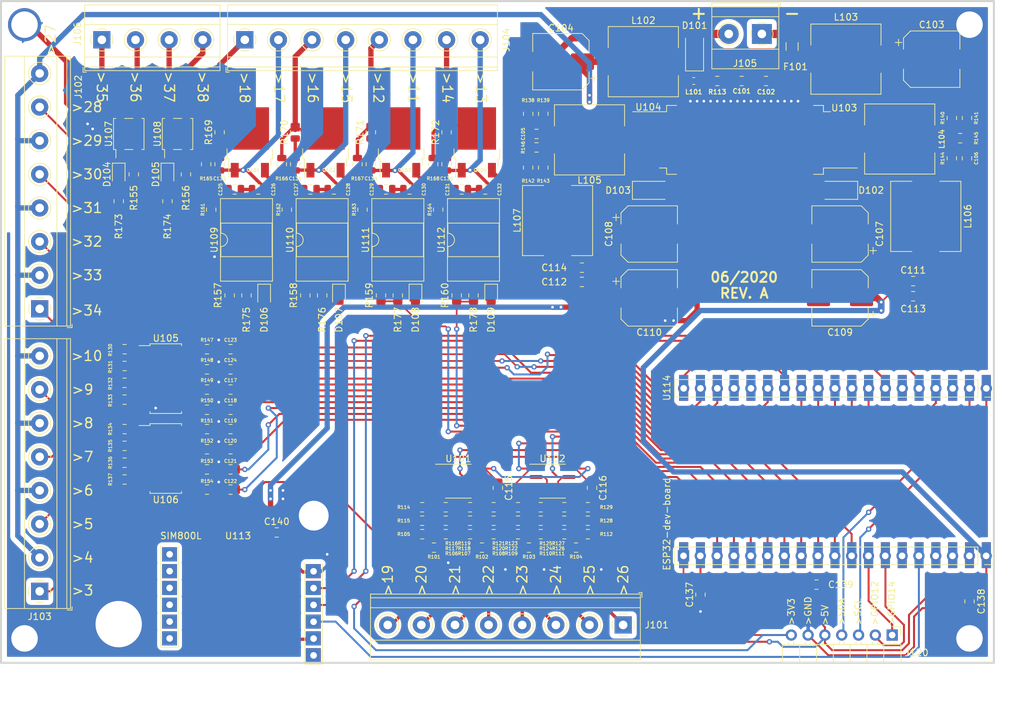
<source format=kicad_pcb>
(kicad_pcb (version 20171130) (host pcbnew "(5.1.5)-3")
  (layers (0 F.Cu signal) (31 B.Cu signal) (34 B.Paste user) (35 F.Paste user) (36 B.SilkS user) (37 F.SilkS user) (38 B.Mask user) (39 F.Mask user) (44 Edge.Cuts user))
  (net 0 "")
  (net 1 GND)
  (net 2 "Net-(C101-Pad1)")
  (net 3 "Net-(C102-Pad1)")
  (net 4 "Net-(C103-Pad1)")
  (net 5 "Net-(C105-Pad2)")
  (net 6 "Net-(C105-Pad1)")
  (net 7 "Net-(C106-Pad2)")
  (net 8 "Net-(C106-Pad1)")
  (net 9 4.1V)
  (net 10 +5V)
  (net 11 "Net-(D101-Pad1)")
  (net 12 "Net-(D101-Pad2)")
  (net 13 "Net-(D102-Pad1)")
  (net 14 "Net-(D103-Pad1)")
  (net 15 "Net-(F101-Pad1)")
  (net 16 "Net-(J101-Pad1)")
  (net 17 "Net-(J101-Pad2)")
  (net 18 "Net-(J102-Pad1)")
  (net 19 "Net-(J103-Pad1)")
  (net 20 "Net-(J104-Pad1)")
  (net 21 "Net-(R105-Pad1)")
  (net 22 "Net-(R106-Pad1)")
  (net 23 "Net-(R107-Pad1)")
  (net 24 "Net-(R108-Pad1)")
  (net 25 "Net-(R109-Pad1)")
  (net 26 "Net-(R110-Pad1)")
  (net 27 "Net-(R111-Pad1)")
  (net 28 "Net-(R112-Pad1)")
  (net 29 /CURR_01)
  (net 30 /CURR_02)
  (net 31 /CURR_03)
  (net 32 /CURR_04)
  (net 33 "Net-(R130-Pad1)")
  (net 34 "Net-(R131-Pad1)")
  (net 35 "Net-(R132-Pad1)")
  (net 36 "Net-(R133-Pad1)")
  (net 37 "Net-(R134-Pad1)")
  (net 38 "Net-(R135-Pad1)")
  (net 39 "Net-(R136-Pad1)")
  (net 40 "Net-(R137-Pad1)")
  (net 41 "Net-(R142-Pad1)")
  (net 42 +3V3)
  (net 43 "Net-(C125-Pad2)")
  (net 44 "Net-(C125-Pad1)")
  (net 45 "Net-(C126-Pad1)")
  (net 46 "Net-(C127-Pad2)")
  (net 47 "Net-(C127-Pad1)")
  (net 48 "Net-(C128-Pad1)")
  (net 49 "Net-(C129-Pad2)")
  (net 50 "Net-(C129-Pad1)")
  (net 51 "Net-(C130-Pad1)")
  (net 52 "Net-(C131-Pad2)")
  (net 53 "Net-(C131-Pad1)")
  (net 54 "Net-(C132-Pad1)")
  (net 55 "Net-(C133-Pad1)")
  (net 56 "Net-(C134-Pad1)")
  (net 57 "Net-(C135-Pad1)")
  (net 58 "Net-(C136-Pad1)")
  (net 59 "Net-(Q101-Pad3)")
  (net 60 "Net-(Q102-Pad3)")
  (net 61 "Net-(Q103-Pad3)")
  (net 62 "Net-(Q104-Pad3)")
  (net 63 /OUT_1)
  (net 64 "Net-(R155-Pad1)")
  (net 65 /OUT_2)
  (net 66 "Net-(R156-Pad1)")
  (net 67 /OUT_3)
  (net 68 "Net-(R157-Pad1)")
  (net 69 /OUT_4)
  (net 70 "Net-(R158-Pad1)")
  (net 71 /OUT_5)
  (net 72 "Net-(R159-Pad1)")
  (net 73 /OUT_6)
  (net 74 "Net-(R160-Pad1)")
  (net 75 "Net-(R161-Pad2)")
  (net 76 "Net-(R162-Pad2)")
  (net 77 "Net-(R163-Pad2)")
  (net 78 "Net-(R164-Pad2)")
  (net 79 "Net-(U109-Pad3)")
  (net 80 "Net-(U109-Pad5)")
  (net 81 "Net-(U110-Pad3)")
  (net 82 "Net-(U110-Pad5)")
  (net 83 "Net-(U111-Pad3)")
  (net 84 "Net-(U111-Pad5)")
  (net 85 "Net-(U112-Pad3)")
  (net 86 "Net-(U112-Pad5)")
  (net 87 /ED_3)
  (net 88 /ED_4)
  (net 89 /ED_5)
  (net 90 /ED_6)
  (net 91 /ED_7)
  (net 92 /ED_8)
  (net 93 /ED_1)
  (net 94 /ED_2)
  (net 95 "Net-(C137-Pad2)")
  (net 96 "Net-(U113-Pad5)")
  (net 97 "Net-(U113-Pad4)")
  (net 98 "Net-(U113-Pad6)")
  (net 99 "Net-(U113-Pad3)")
  (net 100 "Net-(U113-Pad2)")
  (net 101 "Net-(U113-Pad1)")
  (net 102 /TX_SIM800L)
  (net 103 /RX_SIM800L)
  (net 104 /RST_SIM800L)
  (net 105 "Net-(U114-Pad22)")
  (net 106 /SCL)
  (net 107 "Net-(U114-Pad34)")
  (net 108 "Net-(U114-Pad35)")
  (net 109 /SDA)
  (net 110 "Net-(U114-Pad25)")
  (net 111 "Net-(U114-Pad17)")
  (net 112 /GPIO_12)
  (net 113 "Net-(U114-Pad16)")
  (net 114 "Net-(U114-Pad18)")
  (net 115 "Net-(U114-Pad14)")
  (net 116 /GPIO_14)
  (net 117 "Net-(J101-Pad8)")
  (net 118 "Net-(J101-Pad7)")
  (net 119 "Net-(J101-Pad6)")
  (net 120 "Net-(J101-Pad5)")
  (net 121 "Net-(J101-Pad4)")
  (net 122 "Net-(J101-Pad3)")
  (net 123 "Net-(J102-Pad7)")
  (net 124 "Net-(J102-Pad5)")
  (net 125 "Net-(J102-Pad3)")
  (net 126 "Net-(J103-Pad7)")
  (net 127 "Net-(J103-Pad5)")
  (net 128 "Net-(J103-Pad3)")
  (net 129 "Net-(J104-Pad7)")
  (net 130 "Net-(J104-Pad5)")
  (net 131 "Net-(J104-Pad3)")
  (net 132 "Net-(J106-Pad4)")
  (net 133 "Net-(J106-Pad3)")
  (net 134 "Net-(J106-Pad2)")
  (net 135 "Net-(J106-Pad1)")
  (net 136 "Net-(D104-Pad2)")
  (net 137 "Net-(D105-Pad2)")
  (net 138 "Net-(D106-Pad2)")
  (net 139 "Net-(D107-Pad2)")
  (net 140 "Net-(D108-Pad2)")
  (net 141 "Net-(D109-Pad2)")
  (net 142 "Net-(U113-Pad12)")
  (net 143 VCC)
  (module Resistor_SMD:R_0805_2012Metric (layer F.Cu) (at 147.32 62.992 90)
    (fp_text reference R171 (at 0 -1.65 90) (layer F.SilkS))
    (fp_text value 39R)
    (pad 2 smd roundrect (at 0.9375 0 90) (size 0.975 1.4) (layers F.Cu F.Paste F.Mask) (net 130 "Net-(J104-Pad5)"))
    (pad 1 smd roundrect (at -0.9375 0 90) (size 0.975 1.4) (layers F.Cu F.Paste F.Mask) (net 57 "Net-(C135-Pad1)"))
  )
  (module Resistor_SMD:R_0805_2012Metric (layer F.Cu) (at 135.89 62.992 90)
    (fp_text reference R170 (at 0 -1.65 90) (layer F.SilkS))
    (fp_text value 39R)
    (pad 2 smd roundrect (at 0.9375 0 90) (size 0.975 1.4) (layers F.Cu F.Paste F.Mask) (net 131 "Net-(J104-Pad3)"))
    (pad 1 smd roundrect (at -0.9375 0 90) (size 0.975 1.4) (layers F.Cu F.Paste F.Mask) (net 56 "Net-(C134-Pad1)"))
  )
  (module Resistor_SMD:R_0805_2012Metric (layer F.Cu) (at 124.46 62.992 90)
    (fp_text reference R169 (at 0 -1.65 90) (layer F.SilkS))
    (fp_text value 39R)
    (pad 2 smd roundrect (at 0.9375 0 90) (size 0.975 1.4) (layers F.Cu F.Paste F.Mask) (net 20 "Net-(J104-Pad1)"))
    (pad 1 smd roundrect (at -0.9375 0 90) (size 0.975 1.4) (layers F.Cu F.Paste F.Mask) (net 55 "Net-(C133-Pad1)"))
  )
  (module Capacitor_SMD:C_0805_2012Metric (layer F.Cu) (at 147.32 67.818 270)
    (fp_text reference C135 (at 2.159 0 180) (layer F.SilkS) (effects (font (size 0.5 0.5) (thickness 0.1))))
    (fp_text value 10nF)
    (pad 2 smd roundrect (at 0.9375 0 270) (size 0.975 1.4) (layers F.Cu F.Paste F.Mask) (net 51 "Net-(C130-Pad1)"))
    (pad 1 smd roundrect (at -0.9375 0 270) (size 0.975 1.4) (layers F.Cu F.Paste F.Mask) (net 57 "Net-(C135-Pad1)"))
  )
  (module Capacitor_SMD:C_0805_2012Metric (layer F.Cu) (at 135.89 67.818 270)
    (fp_text reference C134 (at 2.159 0 180) (layer F.SilkS) (effects (font (size 0.5 0.5) (thickness 0.1))))
    (fp_text value 10nF)
    (pad 2 smd roundrect (at 0.9375 0 270) (size 0.975 1.4) (layers F.Cu F.Paste F.Mask) (net 48 "Net-(C128-Pad1)"))
    (pad 1 smd roundrect (at -0.9375 0 270) (size 0.975 1.4) (layers F.Cu F.Paste F.Mask) (net 56 "Net-(C134-Pad1)"))
  )
  (module Capacitor_SMD:C_0805_2012Metric (layer F.Cu) (at 124.46 67.818 270)
    (fp_text reference C133 (at 2.159 0 180) (layer F.SilkS) (effects (font (size 0.5 0.5) (thickness 0.1))))
    (fp_text value 10nF)
    (pad 2 smd roundrect (at 0.9375 0 270) (size 0.975 1.4) (layers F.Cu F.Paste F.Mask) (net 45 "Net-(C126-Pad1)"))
    (pad 1 smd roundrect (at -0.9375 0 270) (size 0.975 1.4) (layers F.Cu F.Paste F.Mask) (net 55 "Net-(C133-Pad1)"))
  )
  (module LED_SMD:LED_0805_2012Metric (layer F.Cu) (at 165.481 87.63 270)
    (fp_text reference D109 (at 3.683 0 90) (layer F.SilkS))
    (fp_text value LED)
    (pad 2 smd roundrect (at 0.9375 0 270) (size 0.975 1.4) (layers F.Cu F.Paste F.Mask) (net 141 "Net-(D109-Pad2)"))
    (pad 1 smd roundrect (at -0.9375 0 270) (size 0.975 1.4) (layers F.Cu F.Paste F.Mask) (net 1 GND))
  )
  (module LED_SMD:LED_0805_2012Metric (layer F.Cu) (at 154.051 87.63 270)
    (fp_text reference D108 (at 3.683 0 90) (layer F.SilkS))
    (fp_text value LED)
    (pad 2 smd roundrect (at 0.9375 0 270) (size 0.975 1.4) (layers F.Cu F.Paste F.Mask) (net 140 "Net-(D108-Pad2)"))
    (pad 1 smd roundrect (at -0.9375 0 270) (size 0.975 1.4) (layers F.Cu F.Paste F.Mask) (net 1 GND))
  )
  (module LED_SMD:LED_0805_2012Metric (layer F.Cu) (at 142.494 87.63 270)
    (fp_text reference D107 (at 3.683 0 90) (layer F.SilkS))
    (fp_text value LED)
    (pad 2 smd roundrect (at 0.9375 0 270) (size 0.975 1.4) (layers F.Cu F.Paste F.Mask) (net 139 "Net-(D107-Pad2)"))
    (pad 1 smd roundrect (at -0.9375 0 270) (size 0.975 1.4) (layers F.Cu F.Paste F.Mask) (net 1 GND))
  )
  (module LED_SMD:LED_0805_2012Metric (layer F.Cu) (at 131.191 87.63 270)
    (fp_text reference D106 (at 3.683 0 90) (layer F.SilkS))
    (fp_text value LED)
    (pad 2 smd roundrect (at 0.9375 0 270) (size 0.975 1.4) (layers F.Cu F.Paste F.Mask) (net 138 "Net-(D106-Pad2)"))
    (pad 1 smd roundrect (at -0.9375 0 270) (size 0.975 1.4) (layers F.Cu F.Paste F.Mask) (net 1 GND))
  )
  (module Package_TO_SOT_SMD:TO-252-2 (layer F.Cu) (at 163.322 64.516 90)
    (fp_text reference Q104 (at -4.191 0.508 180) (layer F.SilkS) (effects (font (size 0.5 0.5) (thickness 0.1))))
    (fp_text value BT136-600)
    (pad 2 smd rect (at 2.1 0 90) (size 6.4 5.8) (layers F.Cu F.Mask) (net 129 "Net-(J104-Pad7)"))
    (pad 3 smd rect (at -4.2 2.28 90) (size 2.2 1.2) (layers F.Cu F.Paste F.Mask) (net 62 "Net-(Q104-Pad3)"))
    (pad 1 smd rect (at -4.2 -2.28 90) (size 2.2 1.2) (layers F.Cu F.Paste F.Mask) (net 54 "Net-(C132-Pad1)"))
  )
  (module Package_SO:SO-4_4.4x4.3mm_P2.54mm (layer F.Cu) (at 118.11 63.246 90)
    (fp_text reference U108 (at 0 -3.048 90) (layer F.SilkS))
    (fp_text value KAQY212S)
    (pad 3 smd rect (at 3 1.27) (size 0.8 1.2) (layers F.Cu F.Paste F.Mask) (net 132 "Net-(J106-Pad4)"))
    (pad 2 smd rect (at -3 1.27) (size 0.8 1.2) (layers F.Cu F.Paste F.Mask) (net 1 GND))
    (pad 1 smd rect (at -3 -1.27) (size 0.8 1.2) (layers F.Cu F.Paste F.Mask) (net 66 "Net-(R156-Pad1)"))
    (pad 4 smd rect (at 3 -1.27) (size 0.8 1.2) (layers F.Cu F.Paste F.Mask) (net 133 "Net-(J106-Pad3)"))
  )
  (module Resistor_SMD:R_0805_2012Metric (layer F.Cu) (at 162.814 87.63 270)
    (fp_text reference R178 (at 3.683 0 90) (layer F.SilkS))
    (fp_text value 330R)
    (pad 2 smd roundrect (at 0.9375 0 270) (size 0.975 1.4) (layers F.Cu F.Paste F.Mask) (net 73 /OUT_6))
    (pad 1 smd roundrect (at -0.9375 0 270) (size 0.975 1.4) (layers F.Cu F.Paste F.Mask) (net 141 "Net-(D109-Pad2)"))
  )
  (module Resistor_SMD:R_0805_2012Metric (layer F.Cu) (at 151.384 87.63 270)
    (fp_text reference R177 (at 3.683 0 90) (layer F.SilkS))
    (fp_text value 330R)
    (pad 2 smd roundrect (at 0.9375 0 270) (size 0.975 1.4) (layers F.Cu F.Paste F.Mask) (net 71 /OUT_5))
    (pad 1 smd roundrect (at -0.9375 0 270) (size 0.975 1.4) (layers F.Cu F.Paste F.Mask) (net 140 "Net-(D108-Pad2)"))
  )
  (module Resistor_SMD:R_0805_2012Metric (layer F.Cu) (at 139.954 87.63 270)
    (fp_text reference R176 (at 3.683 0 90) (layer F.SilkS))
    (fp_text value 330R)
    (pad 2 smd roundrect (at 0.9375 0 270) (size 0.975 1.4) (layers F.Cu F.Paste F.Mask) (net 69 /OUT_4))
    (pad 1 smd roundrect (at -0.9375 0 270) (size 0.975 1.4) (layers F.Cu F.Paste F.Mask) (net 139 "Net-(D107-Pad2)"))
  )
  (module Resistor_SMD:R_0805_2012Metric (layer F.Cu) (at 128.524 87.63 90)
    (fp_text reference R175 (at -3.683 0 90) (layer F.SilkS))
    (fp_text value 330R)
    (pad 2 smd roundrect (at 0.9375 0 90) (size 0.975 1.4) (layers F.Cu F.Paste F.Mask) (net 67 /OUT_3))
    (pad 1 smd roundrect (at -0.9375 0 90) (size 0.975 1.4) (layers F.Cu F.Paste F.Mask) (net 138 "Net-(D106-Pad2)"))
  )
  (module Resistor_SMD:R_0805_2012Metric (layer F.Cu) (at 116.586 73.406 270)
    (fp_text reference R174 (at 3.81 0 90) (layer F.SilkS))
    (fp_text value 330R)
    (pad 2 smd roundrect (at 0.9375 0 270) (size 0.975 1.4) (layers F.Cu F.Paste F.Mask) (net 65 /OUT_2))
    (pad 1 smd roundrect (at -0.9375 0 270) (size 0.975 1.4) (layers F.Cu F.Paste F.Mask) (net 137 "Net-(D105-Pad2)"))
  )
  (module Resistor_SMD:R_0805_2012Metric (layer F.Cu) (at 109.22 73.406 270)
    (fp_text reference R173 (at 3.81 0 90) (layer F.SilkS))
    (fp_text value 330R)
    (pad 2 smd roundrect (at 0.9375 0 270) (size 0.975 1.4) (layers F.Cu F.Paste F.Mask) (net 63 /OUT_1))
    (pad 1 smd roundrect (at -0.9375 0 270) (size 0.975 1.4) (layers F.Cu F.Paste F.Mask) (net 136 "Net-(D104-Pad2)"))
  )
  (module LED_SMD:LED_0805_2012Metric (layer F.Cu) (at 116.586 69.342 270)
    (fp_text reference D105 (at 0 1.778 90) (layer F.SilkS))
    (fp_text value LED)
    (pad 2 smd roundrect (at 0.9375 0 270) (size 0.975 1.4) (layers F.Cu F.Paste F.Mask) (net 137 "Net-(D105-Pad2)"))
    (pad 1 smd roundrect (at -0.9375 0 270) (size 0.975 1.4) (layers F.Cu F.Paste F.Mask) (net 1 GND))
  )
  (module LED_SMD:LED_0805_2012Metric (layer F.Cu) (at 109.22 69.342 270)
    (fp_text reference D104 (at 0 1.778 90) (layer F.SilkS))
    (fp_text value LED)
    (pad 2 smd roundrect (at 0.9375 0 270) (size 0.975 1.4) (layers F.Cu F.Paste F.Mask) (net 136 "Net-(D104-Pad2)"))
    (pad 1 smd roundrect (at -0.9375 0 270) (size 0.975 1.4) (layers F.Cu F.Paste F.Mask) (net 1 GND))
  )
  (module Capacitor_SMD:CP_Elec_8x10 (layer F.Cu) (at 189.357 88.011)
    (fp_text reference C110 (at 0 5.207) (layer F.SilkS))
    (fp_text value 220uF)
    (pad 2 smd roundrect (at 3.25 0) (size 3.5 2.5) (layers F.Cu F.Paste F.Mask) (roundrect_rratio 0.1) (net 1 GND))
    (pad 1 smd roundrect (at -3.25 0) (size 3.5 2.5) (layers F.Cu F.Paste F.Mask) (roundrect_rratio 0.1) (net 9 4.1V))
  )
  (module Capacitor_SMD:CP_Elec_8x10 (layer F.Cu) (at 218.186 88.011 180)
    (fp_text reference C109 (at 0 -5.2) (layer F.SilkS))
    (fp_text value 220uF)
    (pad 2 smd roundrect (at 3.25 0 180) (size 3.5 2.5) (layers F.Cu F.Paste F.Mask) (roundrect_rratio 0.1) (net 1 GND))
    (pad 1 smd roundrect (at -3.25 0 180) (size 3.5 2.5) (layers F.Cu F.Paste F.Mask) (roundrect_rratio 0.1) (net 10 +5V))
  )
  (module Capacitor_SMD:CP_Elec_8x10 (layer F.Cu) (at 189.357 78.359)
    (fp_text reference C108 (at -6.096 0 90) (layer F.SilkS))
    (fp_text value 220uF)
    (pad 2 smd roundrect (at 3.25 0) (size 3.5 2.5) (layers F.Cu F.Paste F.Mask) (roundrect_rratio 0.1) (net 1 GND))
    (pad 1 smd roundrect (at -3.25 0) (size 3.5 2.5) (layers F.Cu F.Paste F.Mask) (roundrect_rratio 0.1) (net 6 "Net-(C105-Pad1)"))
  )
  (module Capacitor_SMD:CP_Elec_8x10 (layer F.Cu) (at 218.186 78.359 180)
    (fp_text reference C107 (at -5.969 0 270) (layer F.SilkS))
    (fp_text value 220uF)
    (pad 2 smd roundrect (at 3.25 0 180) (size 3.5 2.5) (layers F.Cu F.Paste F.Mask) (roundrect_rratio 0.1) (net 1 GND))
    (pad 1 smd roundrect (at -3.25 0 180) (size 3.5 2.5) (layers F.Cu F.Paste F.Mask) (roundrect_rratio 0.1) (net 8 "Net-(C106-Pad1)"))
  )
  (module Capacitor_SMD:CP_Elec_8x10 (layer F.Cu) (at 176.022 52.324 180)
    (fp_text reference C104 (at 0 5.08) (layer F.SilkS))
    (fp_text value 220uF)
    (pad 2 smd roundrect (at 3.25 0 180) (size 3.5 2.5) (layers F.Cu F.Paste F.Mask) (roundrect_rratio 0.1) (net 1 GND))
    (pad 1 smd roundrect (at -3.25 0 180) (size 3.5 2.5) (layers F.Cu F.Paste F.Mask) (roundrect_rratio 0.1) (net 143 VCC))
  )
  (module Capacitor_SMD:CP_Elec_8x10 (layer F.Cu) (at 232.029 51.943)
    (fp_text reference C103 (at 0 -5.2) (layer F.SilkS))
    (fp_text value 220uF)
    (pad 2 smd roundrect (at 3.25 0) (size 3.5 2.5) (layers F.Cu F.Paste F.Mask) (roundrect_rratio 0.1) (net 1 GND))
    (pad 1 smd roundrect (at -3.25 0) (size 3.5 2.5) (layers F.Cu F.Paste F.Mask) (roundrect_rratio 0.1) (net 4 "Net-(C103-Pad1)"))
  )
  (module Connector_PinHeader_2.54mm:PinHeader_1x07_P2.54mm_Horizontal (layer F.Cu) (at 226.06 138.938 270)
    (fp_text reference J120 (at 2.667 -3.683 180) (layer F.SilkS))
    (fp_text value Conn_01x07_Male)
    (pad 7 thru_hole oval (at 0 15.24 270) (size 1.7 1.7) (drill 1) (layers *.Cu *.Mask) (net 42 +3V3))
    (pad 6 thru_hole oval (at 0 12.7 270) (size 1.7 1.7) (drill 1) (layers *.Cu *.Mask) (net 1 GND))
    (pad 5 thru_hole oval (at 0 10.16 270) (size 1.7 1.7) (drill 1) (layers *.Cu *.Mask) (net 10 +5V))
    (pad 4 thru_hole oval (at 0 7.62 270) (size 1.7 1.7) (drill 1) (layers *.Cu *.Mask) (net 109 /SDA))
    (pad 3 thru_hole oval (at 0 5.08 270) (size 1.7 1.7) (drill 1) (layers *.Cu *.Mask) (net 106 /SCL))
    (pad 2 thru_hole oval (at 0 2.54 270) (size 1.7 1.7) (drill 1) (layers *.Cu *.Mask) (net 112 /GPIO_12))
    (pad 1 thru_hole rect (at 0 0 270) (size 1.7 1.7) (drill 1) (layers *.Cu *.Mask) (net 116 /GPIO_14))
  )
  (module e-Power:SIM800L (layer F.Cu) (at 138.684 141.986 180)
    (fp_text reference U113 (at 11.43 18.034) (layer F.SilkS))
    (fp_text value SIM800L (at 20.066 18.034 180) (layer F.SilkS))
    (fp_poly (pts (xy 22.86 13.716) (xy 20.701 13.716) (xy 20.701 11.684) (xy 22.86 11.684)) (layer F.Cu) (width 0.1))
    (fp_poly (pts (xy 22.86 13.716) (xy 20.701 13.716) (xy 20.701 11.684) (xy 22.86 11.684)) (layer B.Cu) (width 0.1))
    (fp_poly (pts (xy 22.86 16.256) (xy 20.701 16.256) (xy 20.701 14.224) (xy 22.86 14.224)) (layer F.Cu) (width 0.1))
    (fp_poly (pts (xy 22.86 16.256) (xy 20.701 16.256) (xy 20.701 14.224) (xy 22.86 14.224)) (layer B.Cu) (width 0.1))
    (fp_poly (pts (xy 22.86 3.556) (xy 20.701 3.556) (xy 20.701 1.524) (xy 22.86 1.524)) (layer B.Cu) (width 0.1))
    (fp_poly (pts (xy 22.86 8.636) (xy 20.701 8.636) (xy 20.701 6.604) (xy 22.86 6.604)) (layer B.Cu) (width 0.1))
    (fp_poly (pts (xy 22.86 6.096) (xy 20.701 6.096) (xy 20.701 4.064) (xy 22.86 4.064)) (layer B.Cu) (width 0.1))
    (fp_poly (pts (xy 22.86 11.176) (xy 20.701 11.176) (xy 20.701 9.144) (xy 22.86 9.144)) (layer F.Cu) (width 0.1))
    (fp_poly (pts (xy 22.86 11.176) (xy 20.701 11.176) (xy 20.701 9.144) (xy 22.86 9.144)) (layer B.Cu) (width 0.1))
    (fp_poly (pts (xy 22.86 8.636) (xy 20.701 8.636) (xy 20.701 6.604) (xy 22.86 6.604)) (layer F.Cu) (width 0.1))
    (fp_poly (pts (xy 22.86 6.096) (xy 20.701 6.096) (xy 20.701 4.064) (xy 22.86 4.064)) (layer F.Cu) (width 0.1))
    (fp_poly (pts (xy 22.86 3.556) (xy 20.701 3.556) (xy 20.701 1.524) (xy 22.86 1.524)) (layer F.Cu) (width 0.1))
    (fp_poly (pts (xy 1.143 6.096) (xy -1.016 6.096) (xy -1.016 4.064) (xy 1.143 4.064)) (layer F.Cu) (width 0.1))
    (fp_poly (pts (xy 1.143 1.016) (xy -1.016 1.016) (xy -1.016 -1.016) (xy 1.143 -1.016)) (layer F.Cu) (width 0.1))
    (fp_poly (pts (xy 1.143 8.636) (xy -1.016 8.636) (xy -1.016 6.604) (xy 1.143 6.604)) (layer F.Cu) (width 0.1))
    (fp_poly (pts (xy 1.143 8.636) (xy -1.016 8.636) (xy -1.016 6.604) (xy 1.143 6.604)) (layer B.Cu) (width 0.1))
    (fp_poly (pts (xy 1.143 1.016) (xy -1.016 1.016) (xy -1.016 -1.016) (xy 1.143 -1.016)) (layer B.Cu) (width 0.1))
    (fp_poly (pts (xy 1.143 3.556) (xy -1.016 3.556) (xy -1.016 1.524) (xy 1.143 1.524)) (layer F.Cu) (width 0.1))
    (fp_poly (pts (xy 1.143 6.096) (xy -1.016 6.096) (xy -1.016 4.064) (xy 1.143 4.064)) (layer B.Cu) (width 0.1))
    (fp_poly (pts (xy 1.143 3.556) (xy -1.016 3.556) (xy -1.016 1.524) (xy 1.143 1.524)) (layer B.Cu) (width 0.1))
    (fp_poly (pts (xy 1.143 11.176) (xy -1.016 11.176) (xy -1.016 9.144) (xy 1.143 9.144)) (layer F.Cu) (width 0.1))
    (fp_poly (pts (xy 1.143 11.176) (xy -1.016 11.176) (xy -1.016 9.144) (xy 1.143 9.144)) (layer B.Cu) (width 0.1))
    (fp_poly (pts (xy 1.143 13.716) (xy -1.016 13.716) (xy -1.016 11.684) (xy 1.143 11.684)) (layer F.Cu) (width 0.1))
    (fp_poly (pts (xy 1.143 13.716) (xy -1.016 13.716) (xy -1.016 11.684) (xy 1.143 11.684)) (layer B.Cu) (width 0.1))
    (pad 5 thru_hole oval (at 21.7678 12.7) (size 1.7 1.7) (drill 1) (layers *.Cu *.Mask) (net 96 "Net-(U113-Pad5)"))
    (pad 4 thru_hole oval (at 21.7678 10.16) (size 1.7 1.7) (drill 1) (layers *.Cu *.Mask) (net 97 "Net-(U113-Pad4)"))
    (pad 6 thru_hole oval (at 21.7678 15.24) (size 1.7 1.7) (drill 1) (layers *.Cu *.Mask) (net 98 "Net-(U113-Pad6)"))
    (pad 3 thru_hole oval (at 21.7678 7.62) (size 1.7 1.7) (drill 1) (layers *.Cu *.Mask) (net 99 "Net-(U113-Pad3)"))
    (pad 2 thru_hole oval (at 21.7678 5.08) (size 1.7 1.7) (drill 1) (layers *.Cu *.Mask) (net 100 "Net-(U113-Pad2)"))
    (pad 1 thru_hole oval (at 21.7678 2.54) (size 1.7 1.7) (drill 1) (layers *.Cu *.Mask) (net 101 "Net-(U113-Pad1)"))
    (pad 8 thru_hole oval (at 0.0254 10.1346) (size 1.7 1.7) (drill 1) (layers *.Cu *.Mask) (net 102 /TX_SIM800L))
    (pad 9 thru_hole oval (at 0.0254 7.5946) (size 1.7 1.7) (drill 1) (layers *.Cu *.Mask) (net 103 /RX_SIM800L))
    (pad 7 thru_hole oval (at 0.0254 12.6746) (size 1.7 1.7) (drill 1) (layers *.Cu *.Mask) (net 1 GND))
    (pad 10 thru_hole oval (at 0.0254 5.0546) (size 1.7 1.7) (drill 1) (layers *.Cu *.Mask) (net 104 /RST_SIM800L))
    (pad 11 thru_hole oval (at 0.0254 2.5146) (size 1.7 1.7) (drill 1) (layers *.Cu *.Mask) (net 9 4.1V))
    (pad 12 thru_hole circle (at 0.0254 -0.0254) (size 1.7 1.7) (drill 1) (layers *.Cu *.Mask) (net 142 "Net-(U113-Pad12)"))
  )
  (module e-Power:ESP-32-dev-kit (layer F.Cu) (at 240.284 127 90)
    (fp_text reference U114 (at 25.4 -48.26 90) (layer F.SilkS))
    (fp_text value ESP32-dev-board (at 4.826 -48.26 270) (layer F.SilkS))
    (fp_poly (pts (xy 27.305 -32.385) (xy 23.495 -32.385) (xy 23.495 -33.655) (xy 27.305 -33.655)) (layer B.Cu) (width 0.1))
    (fp_poly (pts (xy 27.305 -32.385) (xy 23.495 -32.385) (xy 23.495 -33.655) (xy 27.305 -33.655)) (layer F.Cu) (width 0.1))
    (fp_poly (pts (xy 27.305 -34.925) (xy 23.495 -34.925) (xy 23.495 -36.195) (xy 27.305 -36.195)) (layer B.Cu) (width 0.1))
    (fp_poly (pts (xy 27.305 -29.845) (xy 23.495 -29.845) (xy 23.495 -31.115) (xy 27.305 -31.115)) (layer F.Cu) (width 0.1))
    (fp_poly (pts (xy 27.305 -27.305) (xy 23.495 -27.305) (xy 23.495 -28.575) (xy 27.305 -28.575)) (layer B.Cu) (width 0.1))
    (fp_poly (pts (xy 27.305 -29.845) (xy 23.495 -29.845) (xy 23.495 -31.115) (xy 27.305 -31.115)) (layer B.Cu) (width 0.1))
    (fp_poly (pts (xy 27.305 -27.305) (xy 23.495 -27.305) (xy 23.495 -28.575) (xy 27.305 -28.575)) (layer F.Cu) (width 0.1))
    (fp_poly (pts (xy 27.305 -34.925) (xy 23.495 -34.925) (xy 23.495 -36.195) (xy 27.305 -36.195)) (layer F.Cu) (width 0.1))
    (fp_poly (pts (xy 27.305 -40.005) (xy 23.495 -40.005) (xy 23.495 -41.275) (xy 27.305 -41.275)) (layer B.Cu) (width 0.1))
    (fp_poly (pts (xy 27.305 -37.465) (xy 23.495 -37.465) (xy 23.495 -38.735) (xy 27.305 -38.735)) (layer F.Cu) (width 0.1))
    (fp_poly (pts (xy 27.305 -37.465) (xy 23.495 -37.465) (xy 23.495 -38.735) (xy 27.305 -38.735)) (layer B.Cu) (width 0.1))
    (fp_poly (pts (xy 27.305 -45.085) (xy 23.495 -45.085) (xy 23.495 -46.355) (xy 27.305 -46.355)) (layer B.Cu) (width 0.1))
    (fp_poly (pts (xy 27.305 -45.085) (xy 23.495 -45.085) (xy 23.495 -46.355) (xy 27.305 -46.355)) (layer F.Cu) (width 0.1))
    (fp_poly (pts (xy 27.305 -42.545) (xy 23.495 -42.545) (xy 23.495 -43.815) (xy 27.305 -43.815)) (layer F.Cu) (width 0.1))
    (fp_poly (pts (xy 27.305 -42.545) (xy 23.495 -42.545) (xy 23.495 -43.815) (xy 27.305 -43.815)) (layer B.Cu) (width 0.1))
    (fp_poly (pts (xy 27.305 -40.005) (xy 23.495 -40.005) (xy 23.495 -41.275) (xy 27.305 -41.275)) (layer F.Cu) (width 0.1))
    (fp_poly (pts (xy 27.305 -19.685) (xy 23.495 -19.685) (xy 23.495 -20.955) (xy 27.305 -20.955)) (layer F.Cu) (width 0.1))
    (fp_poly (pts (xy 27.305 -17.145) (xy 23.495 -17.145) (xy 23.495 -18.415) (xy 27.305 -18.415)) (layer B.Cu) (width 0.1))
    (fp_poly (pts (xy 27.305 -17.145) (xy 23.495 -17.145) (xy 23.495 -18.415) (xy 27.305 -18.415)) (layer F.Cu) (width 0.1))
    (fp_poly (pts (xy 27.305 -12.065) (xy 23.495 -12.065) (xy 23.495 -13.335) (xy 27.305 -13.335)) (layer B.Cu) (width 0.1))
    (fp_poly (pts (xy 27.305 -22.225) (xy 23.495 -22.225) (xy 23.495 -23.495) (xy 27.305 -23.495)) (layer B.Cu) (width 0.1))
    (fp_poly (pts (xy 27.305 -24.765) (xy 23.495 -24.765) (xy 23.495 -26.035) (xy 27.305 -26.035)) (layer F.Cu) (width 0.1))
    (fp_poly (pts (xy 27.305 -9.525) (xy 23.495 -9.525) (xy 23.495 -10.795) (xy 27.305 -10.795)) (layer B.Cu) (width 0.1))
    (fp_poly (pts (xy 27.305 -6.985) (xy 23.495 -6.985) (xy 23.495 -8.255) (xy 27.305 -8.255)) (layer F.Cu) (width 0.1))
    (fp_poly (pts (xy 27.305 -14.605) (xy 23.495 -14.605) (xy 23.495 -15.875) (xy 27.305 -15.875)) (layer B.Cu) (width 0.1))
    (fp_poly (pts (xy 27.305 -24.765) (xy 23.495 -24.765) (xy 23.495 -26.035) (xy 27.305 -26.035)) (layer B.Cu) (width 0.1))
    (fp_poly (pts (xy 27.305 -12.065) (xy 23.495 -12.065) (xy 23.495 -13.335) (xy 27.305 -13.335)) (layer F.Cu) (width 0.1))
    (fp_poly (pts (xy 27.305 -6.985) (xy 23.495 -6.985) (xy 23.495 -8.255) (xy 27.305 -8.255)) (layer B.Cu) (width 0.1))
    (fp_poly (pts (xy 27.305 -22.225) (xy 23.495 -22.225) (xy 23.495 -23.495) (xy 27.305 -23.495)) (layer F.Cu) (width 0.1))
    (fp_poly (pts (xy 27.305 -19.685) (xy 23.495 -19.685) (xy 23.495 -20.955) (xy 27.305 -20.955)) (layer B.Cu) (width 0.1))
    (fp_poly (pts (xy 27.305 -14.605) (xy 23.495 -14.605) (xy 23.495 -15.875) (xy 27.305 -15.875)) (layer F.Cu) (width 0.1))
    (fp_poly (pts (xy 27.305 -9.525) (xy 23.495 -9.525) (xy 23.495 -10.795) (xy 27.305 -10.795)) (layer F.Cu) (width 0.1))
    (fp_poly (pts (xy 27.305 -4.445) (xy 23.495 -4.445) (xy 23.495 -5.715) (xy 27.305 -5.715)) (layer B.Cu) (width 0.1))
    (fp_poly (pts (xy 27.305 0.635) (xy 23.495 0.635) (xy 23.495 -0.635) (xy 27.305 -0.635)) (layer B.Cu) (width 0.1))
    (fp_poly (pts (xy 27.305 -4.445) (xy 23.495 -4.445) (xy 23.495 -5.715) (xy 27.305 -5.715)) (layer F.Cu) (width 0.1))
    (fp_poly (pts (xy 27.305 0.635) (xy 23.495 0.635) (xy 23.495 -0.635) (xy 27.305 -0.635)) (layer F.Cu) (width 0.1))
    (fp_poly (pts (xy 27.305 -1.905) (xy 23.495 -1.905) (xy 23.495 -3.175) (xy 27.305 -3.175)) (layer B.Cu) (width 0.1))
    (fp_poly (pts (xy 27.305 -1.905) (xy 23.495 -1.905) (xy 23.495 -3.175) (xy 27.305 -3.175)) (layer F.Cu) (width 0.1))
    (fp_poly (pts (xy 2.032 0.635) (xy -1.778 0.635) (xy -1.778 -0.635) (xy 2.032 -0.635)) (layer F.Cu) (width 0.1))
    (fp_poly (pts (xy 2.032 -4.445) (xy -1.778 -4.445) (xy -1.778 -5.715) (xy 2.032 -5.715)) (layer F.Cu) (width 0.1))
    (fp_poly (pts (xy 2.032 -1.905) (xy -1.778 -1.905) (xy -1.778 -3.175) (xy 2.032 -3.175)) (layer F.Cu) (width 0.1))
    (fp_poly (pts (xy 2.032 -4.445) (xy -1.778 -4.445) (xy -1.778 -5.715) (xy 2.032 -5.715)) (layer B.Cu) (width 0.1))
    (fp_poly (pts (xy 2.032 0.635) (xy -1.778 0.635) (xy -1.778 -0.635) (xy 2.032 -0.635)) (layer B.Cu) (width 0.1))
    (fp_poly (pts (xy 2.032 -1.905) (xy -1.778 -1.905) (xy -1.778 -3.175) (xy 2.032 -3.175)) (layer B.Cu) (width 0.1))
    (fp_poly (pts (xy 2.032 -12.065) (xy -1.778 -12.065) (xy -1.778 -13.335) (xy 2.032 -13.335)) (layer B.Cu) (width 0.1))
    (fp_poly (pts (xy 2.032 -12.065) (xy -1.778 -12.065) (xy -1.778 -13.335) (xy 2.032 -13.335)) (layer F.Cu) (width 0.1))
    (fp_poly (pts (xy 2.032 -14.605) (xy -1.778 -14.605) (xy -1.778 -15.875) (xy 2.032 -15.875)) (layer B.Cu) (width 0.1))
    (fp_poly (pts (xy 2.032 -9.525) (xy -1.778 -9.525) (xy -1.778 -10.795) (xy 2.032 -10.795)) (layer F.Cu) (width 0.1))
    (fp_poly (pts (xy 2.032 -6.985) (xy -1.778 -6.985) (xy -1.778 -8.255) (xy 2.032 -8.255)) (layer B.Cu) (width 0.1))
    (fp_poly (pts (xy 2.032 -9.525) (xy -1.778 -9.525) (xy -1.778 -10.795) (xy 2.032 -10.795)) (layer B.Cu) (width 0.1))
    (fp_poly (pts (xy 2.032 -6.985) (xy -1.778 -6.985) (xy -1.778 -8.255) (xy 2.032 -8.255)) (layer F.Cu) (width 0.1))
    (fp_poly (pts (xy 2.032 -14.605) (xy -1.778 -14.605) (xy -1.778 -15.875) (xy 2.032 -15.875)) (layer F.Cu) (width 0.1))
    (fp_poly (pts (xy 2.032 -19.685) (xy -1.778 -19.685) (xy -1.778 -20.955) (xy 2.032 -20.955)) (layer B.Cu) (width 0.1))
    (fp_poly (pts (xy 2.032 -17.145) (xy -1.778 -17.145) (xy -1.778 -18.415) (xy 2.032 -18.415)) (layer F.Cu) (width 0.1))
    (fp_poly (pts (xy 2.032 -17.145) (xy -1.778 -17.145) (xy -1.778 -18.415) (xy 2.032 -18.415)) (layer B.Cu) (width 0.1))
    (fp_poly (pts (xy 2.032 -24.765) (xy -1.778 -24.765) (xy -1.778 -26.035) (xy 2.032 -26.035)) (layer B.Cu) (width 0.1))
    (fp_poly (pts (xy 2.032 -24.765) (xy -1.778 -24.765) (xy -1.778 -26.035) (xy 2.032 -26.035)) (layer F.Cu) (width 0.1))
    (fp_poly (pts (xy 2.032 -22.225) (xy -1.778 -22.225) (xy -1.778 -23.495) (xy 2.032 -23.495)) (layer F.Cu) (width 0.1))
    (fp_poly (pts (xy 2.032 -22.225) (xy -1.778 -22.225) (xy -1.778 -23.495) (xy 2.032 -23.495)) (layer B.Cu) (width 0.1))
    (fp_poly (pts (xy 2.032 -19.685) (xy -1.778 -19.685) (xy -1.778 -20.955) (xy 2.032 -20.955)) (layer F.Cu) (width 0.1))
    (fp_poly (pts (xy 2.032 -29.845) (xy -1.778 -29.845) (xy -1.778 -31.115) (xy 2.032 -31.115)) (layer B.Cu) (width 0.1))
    (fp_poly (pts (xy 2.032 -27.305) (xy -1.778 -27.305) (xy -1.778 -28.575) (xy 2.032 -28.575)) (layer F.Cu) (width 0.1))
    (fp_poly (pts (xy 2.032 -27.305) (xy -1.778 -27.305) (xy -1.778 -28.575) (xy 2.032 -28.575)) (layer B.Cu) (width 0.1))
    (fp_poly (pts (xy 2.032 -34.925) (xy -1.778 -34.925) (xy -1.778 -36.195) (xy 2.032 -36.195)) (layer B.Cu) (width 0.1))
    (fp_poly (pts (xy 2.032 -34.925) (xy -1.778 -34.925) (xy -1.778 -36.195) (xy 2.032 -36.195)) (layer F.Cu) (width 0.1))
    (fp_poly (pts (xy 2.032 -32.385) (xy -1.778 -32.385) (xy -1.778 -33.655) (xy 2.032 -33.655)) (layer F.Cu) (width 0.1))
    (fp_poly (pts (xy 2.032 -32.385) (xy -1.778 -32.385) (xy -1.778 -33.655) (xy 2.032 -33.655)) (layer B.Cu) (width 0.1))
    (fp_poly (pts (xy 2.032 -29.845) (xy -1.778 -29.845) (xy -1.778 -31.115) (xy 2.032 -31.115)) (layer F.Cu) (width 0.1))
    (fp_poly (pts (xy 2.032 -37.465) (xy -1.778 -37.465) (xy -1.778 -38.735) (xy 2.032 -38.735)) (layer B.Cu) (width 0.1))
    (fp_poly (pts (xy 2.032 -37.465) (xy -1.778 -37.465) (xy -1.778 -38.735) (xy 2.032 -38.735)) (layer F.Cu) (width 0.1))
    (fp_poly (pts (xy 2.032 -40.005) (xy -1.778 -40.005) (xy -1.778 -41.275) (xy 2.032 -41.275)) (layer B.Cu) (width 0.1))
    (fp_poly (pts (xy 2.032 -40.005) (xy -1.778 -40.005) (xy -1.778 -41.275) (xy 2.032 -41.275)) (layer F.Cu) (width 0.1))
    (fp_poly (pts (xy 2.032 -42.545) (xy -1.778 -42.545) (xy -1.778 -43.815) (xy 2.032 -43.815)) (layer B.Cu) (width 0.1))
    (fp_poly (pts (xy 2.032 -42.545) (xy -1.778 -42.545) (xy -1.778 -43.815) (xy 2.032 -43.815)) (layer F.Cu) (width 0.1))
    (fp_poly (pts (xy 2.032 -45.085) (xy -1.778 -45.085) (xy -1.778 -46.355) (xy 2.032 -46.355)) (layer F.Cu) (width 0.1))
    (fp_poly (pts (xy 2.032 -45.085) (xy -1.778 -45.085) (xy -1.778 -46.355) (xy 2.032 -46.355)) (layer B.Cu) (width 0.1))
    (pad 22 thru_hole oval (at 25.3238 -5.08 270) (size 1.7 1.7) (drill 1) (layers *.Cu *.Mask) (net 105 "Net-(U114-Pad22)"))
    (pad 31 thru_hole oval (at 25.3238 -27.94 270) (size 1.7 1.7) (drill 1) (layers *.Cu *.Mask) (net 69 /OUT_4))
    (pad 20 thru_hole oval (at 25.3238 0 270) (size 1.7 1.7) (drill 1) (layers *.Cu *.Mask) (net 106 /SCL))
    (pad 26 thru_hole oval (at 25.3238 -15.24 270) (size 1.7 1.7) (drill 1) (layers *.Cu *.Mask) (net 102 /TX_SIM800L))
    (pad 29 thru_hole oval (at 25.3238 -22.86 270) (size 1.7 1.7) (drill 1) (layers *.Cu *.Mask) (net 94 /ED_2))
    (pad 32 thru_hole oval (at 25.3238 -30.48 270) (size 1.7 1.7) (drill 1) (layers *.Cu *.Mask) (net 1 GND))
    (pad 23 thru_hole oval (at 25.3238 -7.62 270) (size 1.7 1.7) (drill 1) (layers *.Cu *.Mask) (net 89 /ED_5))
    (pad 24 thru_hole oval (at 25.3238 -10.16 270) (size 1.7 1.7) (drill 1) (layers *.Cu *.Mask) (net 103 /RX_SIM800L))
    (pad 34 thru_hole oval (at 25.3238 -35.56 270) (size 1.7 1.7) (drill 1) (layers *.Cu *.Mask) (net 107 "Net-(U114-Pad34)"))
    (pad 35 thru_hole oval (at 25.3238 -38.1 270) (size 1.7 1.7) (drill 1) (layers *.Cu *.Mask) (net 108 "Net-(U114-Pad35)"))
    (pad 21 thru_hole oval (at 25.3238 -2.54 270) (size 1.7 1.7) (drill 1) (layers *.Cu *.Mask) (net 109 /SDA))
    (pad 25 thru_hole oval (at 25.3238 -12.7 270) (size 1.7 1.7) (drill 1) (layers *.Cu *.Mask) (net 110 "Net-(U114-Pad25)"))
    (pad 27 thru_hole oval (at 25.3238 -17.78 270) (size 1.7 1.7) (drill 1) (layers *.Cu *.Mask) (net 88 /ED_4))
    (pad 28 thru_hole oval (at 25.3238 -20.32 270) (size 1.7 1.7) (drill 1) (layers *.Cu *.Mask) (net 87 /ED_3))
    (pad 33 thru_hole oval (at 25.3238 -33.02 270) (size 1.7 1.7) (drill 1) (layers *.Cu *.Mask) (net 67 /OUT_3))
    (pad 36 thru_hole oval (at 25.3238 -40.64 270) (size 1.7 1.7) (drill 1) (layers *.Cu *.Mask) (net 65 /OUT_2))
    (pad 30 thru_hole oval (at 25.3238 -25.4 270) (size 1.7 1.7) (drill 1) (layers *.Cu *.Mask) (net 93 /ED_1))
    (pad 37 thru_hole oval (at 25.3238 -43.18 270) (size 1.7 1.7) (drill 1) (layers *.Cu *.Mask) (net 63 /OUT_1))
    (pad 38 thru_hole oval (at 25.3238 -45.72 270) (size 1.7 1.7) (drill 1) (layers *.Cu *.Mask) (net 1 GND))
    (pad 17 thru_hole oval (at 0.0254 -5.1054 270) (size 1.7 1.7) (drill 1) (layers *.Cu *.Mask) (net 111 "Net-(U114-Pad17)"))
    (pad 8 thru_hole oval (at 0.0254 -27.9654 270) (size 1.7 1.7) (drill 1) (layers *.Cu *.Mask) (net 73 /OUT_6))
    (pad 19 thru_hole oval (at 0.0254 -0.0254 270) (size 1.7 1.7) (drill 1) (layers *.Cu *.Mask) (net 10 +5V))
    (pad 13 thru_hole oval (at 0.0254 -15.2654 270) (size 1.7 1.7) (drill 1) (layers *.Cu *.Mask) (net 112 /GPIO_12))
    (pad 10 thru_hole oval (at 0.0254 -22.8854 270) (size 1.7 1.7) (drill 1) (layers *.Cu *.Mask) (net 91 /ED_7))
    (pad 7 thru_hole oval (at 0.0254 -30.5054 270) (size 1.7 1.7) (drill 1) (layers *.Cu *.Mask) (net 71 /OUT_5))
    (pad 16 thru_hole oval (at 0.0254 -7.6454 270) (size 1.7 1.7) (drill 1) (layers *.Cu *.Mask) (net 113 "Net-(U114-Pad16)"))
    (pad 15 thru_hole oval (at 0.0254 -10.1854 270) (size 1.7 1.7) (drill 1) (layers *.Cu *.Mask) (net 104 /RST_SIM800L))
    (pad 5 thru_hole oval (at 0.0254 -35.5854 270) (size 1.7 1.7) (drill 1) (layers *.Cu *.Mask) (net 31 /CURR_03))
    (pad 4 thru_hole oval (at 0.0254 -38.1254 270) (size 1.7 1.7) (drill 1) (layers *.Cu *.Mask) (net 30 /CURR_02))
    (pad 18 thru_hole oval (at 0.0254 -2.5654 270) (size 1.7 1.7) (drill 1) (layers *.Cu *.Mask) (net 114 "Net-(U114-Pad18)"))
    (pad 14 thru_hole oval (at 0.0254 -12.7254 270) (size 1.7 1.7) (drill 1) (layers *.Cu *.Mask) (net 115 "Net-(U114-Pad14)"))
    (pad 12 thru_hole oval (at 0.0254 -17.8054 270) (size 1.7 1.7) (drill 1) (layers *.Cu *.Mask) (net 116 /GPIO_14))
    (pad 11 thru_hole oval (at 0.0254 -20.3454 270) (size 1.7 1.7) (drill 1) (layers *.Cu *.Mask) (net 92 /ED_8))
    (pad 6 thru_hole oval (at 0.0254 -33.0454 270) (size 1.7 1.7) (drill 1) (layers *.Cu *.Mask) (net 32 /CURR_04))
    (pad 3 thru_hole oval (at 0.0254 -40.6654 270) (size 1.7 1.7) (drill 1) (layers *.Cu *.Mask) (net 29 /CURR_01))
    (pad 9 thru_hole oval (at 0.0254 -25.4254 270) (size 1.7 1.7) (drill 1) (layers *.Cu *.Mask) (net 90 /ED_6))
    (pad 2 thru_hole oval (at 0.0254 -43.2054 270) (size 1.7 1.7) (drill 1) (layers *.Cu *.Mask) (net 95 "Net-(C137-Pad2)"))
    (pad 1 thru_hole rect (at 0.0254 -45.7454 270) (size 1.7 1.7) (drill 1) (layers *.Cu *.Mask) (net 42 +3V3))
  )
  (module e-Power:TerminalBlock_Phoenix_MKDS-1,5-4-5.08_1x04_P5.08mm_Horizontal (layer F.Cu) (at 106.68 49.022)
    (fp_text reference J106 (at -3.683 -0.889 90) (layer F.SilkS))
    (fp_text value Screw_Terminal_01x04)
    (pad 4 thru_hole circle (at 15.24 0) (size 2.6 2.6) (drill 1.3) (layers *.Cu *.Mask) (net 132 "Net-(J106-Pad4)"))
    (pad 3 thru_hole circle (at 10.16 0) (size 2.6 2.6) (drill 1.3) (layers *.Cu *.Mask) (net 133 "Net-(J106-Pad3)"))
    (pad 2 thru_hole circle (at 5.08 0) (size 2.6 2.6) (drill 1.3) (layers *.Cu *.Mask) (net 134 "Net-(J106-Pad2)"))
    (pad 1 thru_hole rect (at 0 0) (size 2.6 2.6) (drill 1.3) (layers *.Cu *.Mask) (net 135 "Net-(J106-Pad1)"))
  )
  (module e-Power:TerminalBlock_Phoenix_MKDS-1,5-8-5.08_1x08_P5.08mm_Horizontal (layer F.Cu) (at 128.27 49.022)
    (fp_text reference J104 (at 39.497 0 90) (layer F.SilkS))
    (fp_text value Screw_Terminal_01x08)
    (pad 8 thru_hole circle (at 35.56 0) (size 2.6 2.6) (drill 1.3) (layers *.Cu *.Mask) (net 54 "Net-(C132-Pad1)"))
    (pad 7 thru_hole circle (at 30.48 0) (size 2.6 2.6) (drill 1.3) (layers *.Cu *.Mask) (net 129 "Net-(J104-Pad7)"))
    (pad 6 thru_hole circle (at 25.4 0) (size 2.6 2.6) (drill 1.3) (layers *.Cu *.Mask) (net 51 "Net-(C130-Pad1)"))
    (pad 5 thru_hole circle (at 20.32 0) (size 2.6 2.6) (drill 1.3) (layers *.Cu *.Mask) (net 130 "Net-(J104-Pad5)"))
    (pad 4 thru_hole circle (at 15.24 0) (size 2.6 2.6) (drill 1.3) (layers *.Cu *.Mask) (net 48 "Net-(C128-Pad1)"))
    (pad 3 thru_hole circle (at 10.16 0) (size 2.6 2.6) (drill 1.3) (layers *.Cu *.Mask) (net 131 "Net-(J104-Pad3)"))
    (pad 2 thru_hole circle (at 5.08 0) (size 2.6 2.6) (drill 1.3) (layers *.Cu *.Mask) (net 45 "Net-(C126-Pad1)"))
    (pad 1 thru_hole rect (at 0 0) (size 2.6 2.6) (drill 1.3) (layers *.Cu *.Mask) (net 20 "Net-(J104-Pad1)"))
  )
  (module e-Power:TerminalBlock_Phoenix_MKDS-1,5-8-5.08_1x08_P5.08mm_Horizontal (layer F.Cu) (at 97.282 132.334 90)
    (fp_text reference J103 (at -3.81 0 180) (layer F.SilkS))
    (fp_text value Screw_Terminal_01x08)
    (pad 8 thru_hole circle (at 35.56 0 90) (size 2.6 2.6) (drill 1.3) (layers *.Cu *.Mask) (net 143 VCC))
    (pad 7 thru_hole circle (at 30.48 0 90) (size 2.6 2.6) (drill 1.3) (layers *.Cu *.Mask) (net 126 "Net-(J103-Pad7)"))
    (pad 6 thru_hole circle (at 25.4 0 90) (size 2.6 2.6) (drill 1.3) (layers *.Cu *.Mask) (net 143 VCC))
    (pad 5 thru_hole circle (at 20.32 0 90) (size 2.6 2.6) (drill 1.3) (layers *.Cu *.Mask) (net 127 "Net-(J103-Pad5)"))
    (pad 4 thru_hole circle (at 15.24 0 90) (size 2.6 2.6) (drill 1.3) (layers *.Cu *.Mask) (net 143 VCC))
    (pad 3 thru_hole circle (at 10.16 0 90) (size 2.6 2.6) (drill 1.3) (layers *.Cu *.Mask) (net 128 "Net-(J103-Pad3)"))
    (pad 2 thru_hole circle (at 5.08 0 90) (size 2.6 2.6) (drill 1.3) (layers *.Cu *.Mask) (net 143 VCC))
    (pad 1 thru_hole rect (at 0 0 90) (size 2.6 2.6) (drill 1.3) (layers *.Cu *.Mask) (net 19 "Net-(J103-Pad1)"))
  )
  (module e-Power:TerminalBlock_Phoenix_MKDS-1,5-8-5.08_1x08_P5.08mm_Horizontal (layer F.Cu) (at 97.282 89.662 90)
    (fp_text reference J102 (at 33.528 5.842 270) (layer F.SilkS))
    (fp_text value Screw_Terminal_01x08)
    (pad 8 thru_hole circle (at 35.56 0 90) (size 2.6 2.6) (drill 1.3) (layers *.Cu *.Mask) (net 143 VCC))
    (pad 7 thru_hole circle (at 30.48 0 90) (size 2.6 2.6) (drill 1.3) (layers *.Cu *.Mask) (net 123 "Net-(J102-Pad7)"))
    (pad 6 thru_hole circle (at 25.4 0 90) (size 2.6 2.6) (drill 1.3) (layers *.Cu *.Mask) (net 143 VCC))
    (pad 5 thru_hole circle (at 20.32 0 90) (size 2.6 2.6) (drill 1.3) (layers *.Cu *.Mask) (net 124 "Net-(J102-Pad5)"))
    (pad 4 thru_hole circle (at 15.24 0 90) (size 2.6 2.6) (drill 1.3) (layers *.Cu *.Mask) (net 143 VCC))
    (pad 3 thru_hole circle (at 10.16 0 90) (size 2.6 2.6) (drill 1.3) (layers *.Cu *.Mask) (net 125 "Net-(J102-Pad3)"))
    (pad 2 thru_hole circle (at 5.08 0 90) (size 2.6 2.6) (drill 1.3) (layers *.Cu *.Mask) (net 143 VCC))
    (pad 1 thru_hole rect (at 0 0 90) (size 2.6 2.6) (drill 1.3) (layers *.Cu *.Mask) (net 18 "Net-(J102-Pad1)"))
  )
  (module e-Power:TerminalBlock_Phoenix_MKDS-1,5-8-5.08_1x08_P5.08mm_Horizontal (layer F.Cu) (at 185.42 137.414 180)
    (fp_text reference J101 (at -5.08 0) (layer F.SilkS))
    (fp_text value Screw_Terminal_01x08)
    (pad 8 thru_hole circle (at 35.56 0 180) (size 2.6 2.6) (drill 1.3) (layers *.Cu *.Mask) (net 117 "Net-(J101-Pad8)"))
    (pad 7 thru_hole circle (at 30.48 0 180) (size 2.6 2.6) (drill 1.3) (layers *.Cu *.Mask) (net 118 "Net-(J101-Pad7)"))
    (pad 6 thru_hole circle (at 25.4 0 180) (size 2.6 2.6) (drill 1.3) (layers *.Cu *.Mask) (net 119 "Net-(J101-Pad6)"))
    (pad 5 thru_hole circle (at 20.32 0 180) (size 2.6 2.6) (drill 1.3) (layers *.Cu *.Mask) (net 120 "Net-(J101-Pad5)"))
    (pad 4 thru_hole circle (at 15.24 0 180) (size 2.6 2.6) (drill 1.3) (layers *.Cu *.Mask) (net 121 "Net-(J101-Pad4)"))
    (pad 3 thru_hole circle (at 10.16 0 180) (size 2.6 2.6) (drill 1.3) (layers *.Cu *.Mask) (net 122 "Net-(J101-Pad3)"))
    (pad 2 thru_hole circle (at 5.08 0 180) (size 2.6 2.6) (drill 1.3) (layers *.Cu *.Mask) (net 17 "Net-(J101-Pad2)"))
    (pad 1 thru_hole rect (at 0 0 180) (size 2.6 2.6) (drill 1.3) (layers *.Cu *.Mask) (net 16 "Net-(J101-Pad1)"))
  )
  (module Capacitor_SMD:C_0805_2012Metric (layer F.Cu) (at 133.096 123.444)
    (fp_text reference C140 (at 0 -1.65) (layer F.SilkS))
    (fp_text value 100nF)
    (pad 2 smd roundrect (at 0.9375 0) (size 0.975 1.4) (layers F.Cu F.Paste F.Mask) (net 1 GND))
    (pad 1 smd roundrect (at -0.9375 0) (size 0.975 1.4) (layers F.Cu F.Paste F.Mask) (net 9 4.1V))
  )
  (module Capacitor_SMD:C_0805_2012Metric (layer F.Cu) (at 214.63 131.318 180)
    (fp_text reference C139 (at -3.683 0) (layer F.SilkS))
    (fp_text value 100nF)
    (pad 2 smd roundrect (at 0.9375 0 180) (size 0.975 1.4) (layers F.Cu F.Paste F.Mask) (net 1 GND))
    (pad 1 smd roundrect (at -0.9375 0 180) (size 0.975 1.4) (layers F.Cu F.Paste F.Mask) (net 10 +5V))
  )
  (module Capacitor_SMD:C_0805_2012Metric (layer F.Cu) (at 237.744 133.858 270)
    (fp_text reference C138 (at 0 -1.778 90) (layer F.SilkS))
    (fp_text value 100nF)
    (pad 2 smd roundrect (at 0.9375 0 270) (size 0.975 1.4) (layers F.Cu F.Paste F.Mask) (net 1 GND))
    (pad 1 smd roundrect (at -0.9375 0 270) (size 0.975 1.4) (layers F.Cu F.Paste F.Mask) (net 10 +5V))
  )
  (module Capacitor_SMD:C_0805_2012Metric (layer F.Cu) (at 197.104 132.842 90)
    (fp_text reference C137 (at 0 -1.65 90) (layer F.SilkS))
    (fp_text value 10uF)
    (pad 2 smd roundrect (at 0.9375 0 90) (size 0.975 1.4) (layers F.Cu F.Paste F.Mask) (net 95 "Net-(C137-Pad2)"))
    (pad 1 smd roundrect (at -0.9375 0 90) (size 0.975 1.4) (layers F.Cu F.Paste F.Mask) (net 1 GND))
  )
  (module Package_DIP:DIP-6_W8.89mm_SMDSocket_LongPads (layer F.Cu) (at 162.814 79.248 90)
    (fp_text reference U112 (at 0 -4.87 90) (layer F.SilkS))
    (fp_text value MOC3023S)
    (pad 6 smd rect (at 4.445 -2.54 90) (size 3.1 1.6) (layers F.Cu F.Paste F.Mask) (net 78 "Net-(R164-Pad2)"))
    (pad 3 smd rect (at -4.445 2.54 90) (size 3.1 1.6) (layers F.Cu F.Paste F.Mask) (net 85 "Net-(U112-Pad3)"))
    (pad 5 smd rect (at 4.445 0 90) (size 3.1 1.6) (layers F.Cu F.Paste F.Mask) (net 86 "Net-(U112-Pad5)"))
    (pad 2 smd rect (at -4.445 0 90) (size 3.1 1.6) (layers F.Cu F.Paste F.Mask) (net 1 GND))
    (pad 4 smd rect (at 4.445 2.54 90) (size 3.1 1.6) (layers F.Cu F.Paste F.Mask) (net 62 "Net-(Q104-Pad3)"))
    (pad 1 smd rect (at -4.445 -2.54 90) (size 3.1 1.6) (layers F.Cu F.Paste F.Mask) (net 74 "Net-(R160-Pad1)"))
  )
  (module Package_DIP:DIP-6_W8.89mm_SMDSocket_LongPads (layer F.Cu) (at 151.384 79.248 90)
    (fp_text reference U111 (at 0 -4.87 90) (layer F.SilkS))
    (fp_text value MOC3023S)
    (pad 6 smd rect (at 4.445 -2.54 90) (size 3.1 1.6) (layers F.Cu F.Paste F.Mask) (net 77 "Net-(R163-Pad2)"))
    (pad 3 smd rect (at -4.445 2.54 90) (size 3.1 1.6) (layers F.Cu F.Paste F.Mask) (net 83 "Net-(U111-Pad3)"))
    (pad 5 smd rect (at 4.445 0 90) (size 3.1 1.6) (layers F.Cu F.Paste F.Mask) (net 84 "Net-(U111-Pad5)"))
    (pad 2 smd rect (at -4.445 0 90) (size 3.1 1.6) (layers F.Cu F.Paste F.Mask) (net 1 GND))
    (pad 4 smd rect (at 4.445 2.54 90) (size 3.1 1.6) (layers F.Cu F.Paste F.Mask) (net 61 "Net-(Q103-Pad3)"))
    (pad 1 smd rect (at -4.445 -2.54 90) (size 3.1 1.6) (layers F.Cu F.Paste F.Mask) (net 72 "Net-(R159-Pad1)"))
  )
  (module Package_DIP:DIP-6_W8.89mm_SMDSocket_LongPads (layer F.Cu) (at 139.954 79.248 90)
    (fp_text reference U110 (at 0 -4.87 90) (layer F.SilkS))
    (fp_text value MOC3023S)
    (pad 6 smd rect (at 4.445 -2.54 90) (size 3.1 1.6) (layers F.Cu F.Paste F.Mask) (net 76 "Net-(R162-Pad2)"))
    (pad 3 smd rect (at -4.445 2.54 90) (size 3.1 1.6) (layers F.Cu F.Paste F.Mask) (net 81 "Net-(U110-Pad3)"))
    (pad 5 smd rect (at 4.445 0 90) (size 3.1 1.6) (layers F.Cu F.Paste F.Mask) (net 82 "Net-(U110-Pad5)"))
    (pad 2 smd rect (at -4.445 0 90) (size 3.1 1.6) (layers F.Cu F.Paste F.Mask) (net 1 GND))
    (pad 4 smd rect (at 4.445 2.54 90) (size 3.1 1.6) (layers F.Cu F.Paste F.Mask) (net 60 "Net-(Q102-Pad3)"))
    (pad 1 smd rect (at -4.445 -2.54 90) (size 3.1 1.6) (layers F.Cu F.Paste F.Mask) (net 70 "Net-(R158-Pad1)"))
  )
  (module Package_DIP:DIP-6_W8.89mm_SMDSocket_LongPads (layer F.Cu) (at 128.524 79.248 90)
    (fp_text reference U109 (at 0 -4.87 90) (layer F.SilkS))
    (fp_text value MOC3023S)
    (pad 6 smd rect (at 4.445 -2.54 90) (size 3.1 1.6) (layers F.Cu F.Paste F.Mask) (net 75 "Net-(R161-Pad2)"))
    (pad 3 smd rect (at -4.445 2.54 90) (size 3.1 1.6) (layers F.Cu F.Paste F.Mask) (net 79 "Net-(U109-Pad3)"))
    (pad 5 smd rect (at 4.445 0 90) (size 3.1 1.6) (layers F.Cu F.Paste F.Mask) (net 80 "Net-(U109-Pad5)"))
    (pad 2 smd rect (at -4.445 0 90) (size 3.1 1.6) (layers F.Cu F.Paste F.Mask) (net 1 GND))
    (pad 4 smd rect (at 4.445 2.54 90) (size 3.1 1.6) (layers F.Cu F.Paste F.Mask) (net 59 "Net-(Q101-Pad3)"))
    (pad 1 smd rect (at -4.445 -2.54 90) (size 3.1 1.6) (layers F.Cu F.Paste F.Mask) (net 68 "Net-(R157-Pad1)"))
  )
  (module Package_SO:SO-4_4.4x4.3mm_P2.54mm (layer F.Cu) (at 110.744 63.246 90)
    (fp_text reference U107 (at 0 -3.048 90) (layer F.SilkS))
    (fp_text value KAQY212S)
    (pad 3 smd rect (at 3 1.27) (size 0.8 1.2) (layers F.Cu F.Paste F.Mask) (net 134 "Net-(J106-Pad2)"))
    (pad 2 smd rect (at -3 1.27) (size 0.8 1.2) (layers F.Cu F.Paste F.Mask) (net 1 GND))
    (pad 1 smd rect (at -3 -1.27) (size 0.8 1.2) (layers F.Cu F.Paste F.Mask) (net 64 "Net-(R155-Pad1)"))
    (pad 4 smd rect (at 3 -1.27) (size 0.8 1.2) (layers F.Cu F.Paste F.Mask) (net 135 "Net-(J106-Pad1)"))
  )
  (module Resistor_SMD:R_0805_2012Metric (layer F.Cu) (at 158.75 62.992 90)
    (fp_text reference R172 (at 0 -1.65 90) (layer F.SilkS))
    (fp_text value 39R)
    (pad 2 smd roundrect (at 0.9375 0 90) (size 0.975 1.4) (layers F.Cu F.Paste F.Mask) (net 129 "Net-(J104-Pad7)"))
    (pad 1 smd roundrect (at -0.9375 0 90) (size 0.975 1.4) (layers F.Cu F.Paste F.Mask) (net 58 "Net-(C136-Pad1)"))
  )
  (module Resistor_SMD:R_0805_2012Metric (layer F.Cu) (at 156.718 67.818 270)
    (fp_text reference R168 (at 2.159 0 180) (layer F.SilkS) (effects (font (size 0.5 0.5) (thickness 0.1))))
    (fp_text value 470R)
    (pad 2 smd roundrect (at 0.9375 0 270) (size 0.975 1.4) (layers F.Cu F.Paste F.Mask) (net 52 "Net-(C131-Pad2)"))
    (pad 1 smd roundrect (at -0.9375 0 270) (size 0.975 1.4) (layers F.Cu F.Paste F.Mask) (net 129 "Net-(J104-Pad7)"))
  )
  (module Resistor_SMD:R_0805_2012Metric (layer F.Cu) (at 145.288 67.818 270)
    (fp_text reference R167 (at 2.159 0 180) (layer F.SilkS) (effects (font (size 0.5 0.5) (thickness 0.1))))
    (fp_text value 470R)
    (pad 2 smd roundrect (at 0.9375 0 270) (size 0.975 1.4) (layers F.Cu F.Paste F.Mask) (net 49 "Net-(C129-Pad2)"))
    (pad 1 smd roundrect (at -0.9375 0 270) (size 0.975 1.4) (layers F.Cu F.Paste F.Mask) (net 130 "Net-(J104-Pad5)"))
  )
  (module Resistor_SMD:R_0805_2012Metric (layer F.Cu) (at 133.858 67.818 270)
    (fp_text reference R166 (at 2.159 0 180) (layer F.SilkS) (effects (font (size 0.5 0.5) (thickness 0.1))))
    (fp_text value 470R)
    (pad 2 smd roundrect (at 0.9375 0 270) (size 0.975 1.4) (layers F.Cu F.Paste F.Mask) (net 46 "Net-(C127-Pad2)"))
    (pad 1 smd roundrect (at -0.9375 0 270) (size 0.975 1.4) (layers F.Cu F.Paste F.Mask) (net 131 "Net-(J104-Pad3)"))
  )
  (module Resistor_SMD:R_0805_2012Metric (layer F.Cu) (at 122.428 67.818 270)
    (fp_text reference R165 (at 2.159 0 180) (layer F.SilkS) (effects (font (size 0.5 0.5) (thickness 0.1))))
    (fp_text value 470R)
    (pad 2 smd roundrect (at 0.9375 0 270) (size 0.975 1.4) (layers F.Cu F.Paste F.Mask) (net 43 "Net-(C125-Pad2)"))
    (pad 1 smd roundrect (at -0.9375 0 270) (size 0.975 1.4) (layers F.Cu F.Paste F.Mask) (net 20 "Net-(J104-Pad1)"))
  )
  (module Resistor_SMD:R_0805_2012Metric (layer F.Cu) (at 157.48 74.676 270)
    (fp_text reference R164 (at 0 1.27 90) (layer F.SilkS) (effects (font (size 0.5 0.5) (thickness 0.1))))
    (fp_text value 330R)
    (pad 2 smd roundrect (at 0.9375 0 270) (size 0.975 1.4) (layers F.Cu F.Paste F.Mask) (net 78 "Net-(R164-Pad2)"))
    (pad 1 smd roundrect (at -0.9375 0 270) (size 0.975 1.4) (layers F.Cu F.Paste F.Mask) (net 52 "Net-(C131-Pad2)"))
  )
  (module Resistor_SMD:R_0805_2012Metric (layer F.Cu) (at 146.05 74.676 270)
    (fp_text reference R163 (at 0 1.27 90) (layer F.SilkS) (effects (font (size 0.5 0.5) (thickness 0.1))))
    (fp_text value 330R)
    (pad 2 smd roundrect (at 0.9375 0 270) (size 0.975 1.4) (layers F.Cu F.Paste F.Mask) (net 77 "Net-(R163-Pad2)"))
    (pad 1 smd roundrect (at -0.9375 0 270) (size 0.975 1.4) (layers F.Cu F.Paste F.Mask) (net 49 "Net-(C129-Pad2)"))
  )
  (module Resistor_SMD:R_0805_2012Metric (layer F.Cu) (at 134.62 74.676 270)
    (fp_text reference R162 (at 0 1.27 90) (layer F.SilkS) (effects (font (size 0.5 0.5) (thickness 0.1))))
    (fp_text value 330R)
    (pad 2 smd roundrect (at 0.9375 0 270) (size 0.975 1.4) (layers F.Cu F.Paste F.Mask) (net 76 "Net-(R162-Pad2)"))
    (pad 1 smd roundrect (at -0.9375 0 270) (size 0.975 1.4) (layers F.Cu F.Paste F.Mask) (net 46 "Net-(C127-Pad2)"))
  )
  (module Resistor_SMD:R_0805_2012Metric (layer F.Cu) (at 123.19 74.676 270)
    (fp_text reference R161 (at 0 1.27 90) (layer F.SilkS) (effects (font (size 0.5 0.5) (thickness 0.1))))
    (fp_text value 330R)
    (pad 2 smd roundrect (at 0.9375 0 270) (size 0.975 1.4) (layers F.Cu F.Paste F.Mask) (net 75 "Net-(R161-Pad2)"))
    (pad 1 smd roundrect (at -0.9375 0 270) (size 0.975 1.4) (layers F.Cu F.Paste F.Mask) (net 43 "Net-(C125-Pad2)"))
  )
  (module Resistor_SMD:R_0805_2012Metric (layer F.Cu) (at 160.274 87.63 270)
    (fp_text reference R160 (at 0 1.778 90) (layer F.SilkS))
    (fp_text value 100R)
    (pad 2 smd roundrect (at 0.9375 0 270) (size 0.975 1.4) (layers F.Cu F.Paste F.Mask) (net 73 /OUT_6))
    (pad 1 smd roundrect (at -0.9375 0 270) (size 0.975 1.4) (layers F.Cu F.Paste F.Mask) (net 74 "Net-(R160-Pad1)"))
  )
  (module Resistor_SMD:R_0805_2012Metric (layer F.Cu) (at 148.844 87.63 270)
    (fp_text reference R159 (at 0 1.778 90) (layer F.SilkS))
    (fp_text value 100R)
    (pad 2 smd roundrect (at 0.9375 0 270) (size 0.975 1.4) (layers F.Cu F.Paste F.Mask) (net 71 /OUT_5))
    (pad 1 smd roundrect (at -0.9375 0 270) (size 0.975 1.4) (layers F.Cu F.Paste F.Mask) (net 72 "Net-(R159-Pad1)"))
  )
  (module Resistor_SMD:R_0805_2012Metric (layer F.Cu) (at 137.414 87.63 270)
    (fp_text reference R158 (at 0 1.778 90) (layer F.SilkS))
    (fp_text value 100R)
    (pad 2 smd roundrect (at 0.9375 0 270) (size 0.975 1.4) (layers F.Cu F.Paste F.Mask) (net 69 /OUT_4))
    (pad 1 smd roundrect (at -0.9375 0 270) (size 0.975 1.4) (layers F.Cu F.Paste F.Mask) (net 70 "Net-(R158-Pad1)"))
  )
  (module Resistor_SMD:R_0805_2012Metric (layer F.Cu) (at 125.984 87.63 270)
    (fp_text reference R157 (at 0 1.778 90) (layer F.SilkS))
    (fp_text value 100R)
    (pad 2 smd roundrect (at 0.9375 0 270) (size 0.975 1.4) (layers F.Cu F.Paste F.Mask) (net 67 /OUT_3))
    (pad 1 smd roundrect (at -0.9375 0 270) (size 0.975 1.4) (layers F.Cu F.Paste F.Mask) (net 68 "Net-(R157-Pad1)"))
  )
  (module Resistor_SMD:R_0805_2012Metric (layer F.Cu) (at 119.38 69.342 270)
    (fp_text reference R156 (at 3.556 0 90) (layer F.SilkS))
    (fp_text value 100R)
    (pad 2 smd roundrect (at 0.9375 0 270) (size 0.975 1.4) (layers F.Cu F.Paste F.Mask) (net 65 /OUT_2))
    (pad 1 smd roundrect (at -0.9375 0 270) (size 0.975 1.4) (layers F.Cu F.Paste F.Mask) (net 66 "Net-(R156-Pad1)"))
  )
  (module Resistor_SMD:R_0805_2012Metric (layer F.Cu) (at 111.506 69.342 270)
    (fp_text reference R155 (at 3.556 0 90) (layer F.SilkS))
    (fp_text value 100R)
    (pad 2 smd roundrect (at 0.9375 0 270) (size 0.975 1.4) (layers F.Cu F.Paste F.Mask) (net 63 /OUT_1))
    (pad 1 smd roundrect (at -0.9375 0 270) (size 0.975 1.4) (layers F.Cu F.Paste F.Mask) (net 64 "Net-(R155-Pad1)"))
  )
  (module Package_TO_SOT_SMD:TO-252-2 (layer F.Cu) (at 151.892 64.516 90)
    (fp_text reference Q103 (at -4.191 0.508 180) (layer F.SilkS) (effects (font (size 0.5 0.5) (thickness 0.1))))
    (fp_text value BT136-600)
    (pad 2 smd rect (at 2.1 0 90) (size 6.4 5.8) (layers F.Cu F.Mask) (net 130 "Net-(J104-Pad5)"))
    (pad 3 smd rect (at -4.2 2.28 90) (size 2.2 1.2) (layers F.Cu F.Paste F.Mask) (net 61 "Net-(Q103-Pad3)"))
    (pad 1 smd rect (at -4.2 -2.28 90) (size 2.2 1.2) (layers F.Cu F.Paste F.Mask) (net 51 "Net-(C130-Pad1)"))
  )
  (module Package_TO_SOT_SMD:TO-252-2 (layer F.Cu) (at 140.462 64.516 90)
    (fp_text reference Q102 (at -4.191 0.508 180) (layer F.SilkS) (effects (font (size 0.5 0.5) (thickness 0.1))))
    (fp_text value BT136-600)
    (pad 2 smd rect (at 2.1 0 90) (size 6.4 5.8) (layers F.Cu F.Mask) (net 131 "Net-(J104-Pad3)"))
    (pad 3 smd rect (at -4.2 2.28 90) (size 2.2 1.2) (layers F.Cu F.Paste F.Mask) (net 60 "Net-(Q102-Pad3)"))
    (pad 1 smd rect (at -4.2 -2.28 90) (size 2.2 1.2) (layers F.Cu F.Paste F.Mask) (net 48 "Net-(C128-Pad1)"))
  )
  (module Package_TO_SOT_SMD:TO-252-2 (layer F.Cu) (at 129.032 64.516 90)
    (fp_text reference Q101 (at -4.191 0.508 180) (layer F.SilkS) (effects (font (size 0.5 0.5) (thickness 0.1))))
    (fp_text value BT136-600)
    (pad 2 smd rect (at 2.1 0 90) (size 6.4 5.8) (layers F.Cu F.Mask) (net 20 "Net-(J104-Pad1)"))
    (pad 3 smd rect (at -4.2 2.28 90) (size 2.2 1.2) (layers F.Cu F.Paste F.Mask) (net 59 "Net-(Q101-Pad3)"))
    (pad 1 smd rect (at -4.2 -2.28 90) (size 2.2 1.2) (layers F.Cu F.Paste F.Mask) (net 45 "Net-(C126-Pad1)"))
  )
  (module Capacitor_SMD:C_0805_2012Metric (layer F.Cu) (at 158.75 67.818 270)
    (fp_text reference C136 (at 2.159 0 180) (layer F.SilkS) (effects (font (size 0.5 0.5) (thickness 0.1))))
    (fp_text value 10nF)
    (pad 2 smd roundrect (at 0.9375 0 270) (size 0.975 1.4) (layers F.Cu F.Paste F.Mask) (net 54 "Net-(C132-Pad1)"))
    (pad 1 smd roundrect (at -0.9375 0 270) (size 0.975 1.4) (layers F.Cu F.Paste F.Mask) (net 58 "Net-(C136-Pad1)"))
  )
  (module Capacitor_SMD:C_0805_2012Metric (layer F.Cu) (at 164.592 71.628 180)
    (fp_text reference C132 (at -2.159 0 90) (layer F.SilkS) (effects (font (size 0.5 0.5) (thickness 0.1))))
    (fp_text value 100nF)
    (pad 2 smd roundrect (at 0.9375 0 180) (size 0.975 1.4) (layers F.Cu F.Paste F.Mask) (net 53 "Net-(C131-Pad1)"))
    (pad 1 smd roundrect (at -0.9375 0 180) (size 0.975 1.4) (layers F.Cu F.Paste F.Mask) (net 54 "Net-(C132-Pad1)"))
  )
  (module Capacitor_SMD:C_0805_2012Metric (layer F.Cu) (at 161.036 71.628 180)
    (fp_text reference C131 (at 2.159 0 90) (layer F.SilkS) (effects (font (size 0.5 0.5) (thickness 0.1))))
    (fp_text value 100nF)
    (pad 2 smd roundrect (at 0.9375 0 180) (size 0.975 1.4) (layers F.Cu F.Paste F.Mask) (net 52 "Net-(C131-Pad2)"))
    (pad 1 smd roundrect (at -0.9375 0 180) (size 0.975 1.4) (layers F.Cu F.Paste F.Mask) (net 53 "Net-(C131-Pad1)"))
  )
  (module Capacitor_SMD:C_0805_2012Metric (layer F.Cu) (at 153.162 71.628 180)
    (fp_text reference C130 (at -2.159 0 90) (layer F.SilkS) (effects (font (size 0.5 0.5) (thickness 0.1))))
    (fp_text value 100nF)
    (pad 2 smd roundrect (at 0.9375 0 180) (size 0.975 1.4) (layers F.Cu F.Paste F.Mask) (net 50 "Net-(C129-Pad1)"))
    (pad 1 smd roundrect (at -0.9375 0 180) (size 0.975 1.4) (layers F.Cu F.Paste F.Mask) (net 51 "Net-(C130-Pad1)"))
  )
  (module Capacitor_SMD:C_0805_2012Metric (layer F.Cu) (at 149.606 71.628 180)
    (fp_text reference C129 (at 2.159 0 90) (layer F.SilkS) (effects (font (size 0.5 0.5) (thickness 0.1))))
    (fp_text value 100nF)
    (pad 2 smd roundrect (at 0.9375 0 180) (size 0.975 1.4) (layers F.Cu F.Paste F.Mask) (net 49 "Net-(C129-Pad2)"))
    (pad 1 smd roundrect (at -0.9375 0 180) (size 0.975 1.4) (layers F.Cu F.Paste F.Mask) (net 50 "Net-(C129-Pad1)"))
  )
  (module Capacitor_SMD:C_0805_2012Metric (layer F.Cu) (at 141.732 71.628 180)
    (fp_text reference C128 (at -2.159 0 90) (layer F.SilkS) (effects (font (size 0.5 0.5) (thickness 0.1))))
    (fp_text value 100nF)
    (pad 2 smd roundrect (at 0.9375 0 180) (size 0.975 1.4) (layers F.Cu F.Paste F.Mask) (net 47 "Net-(C127-Pad1)"))
    (pad 1 smd roundrect (at -0.9375 0 180) (size 0.975 1.4) (layers F.Cu F.Paste F.Mask) (net 48 "Net-(C128-Pad1)"))
  )
  (module Capacitor_SMD:C_0805_2012Metric (layer F.Cu) (at 138.176 71.628 180)
    (fp_text reference C127 (at 2.159 0 90) (layer F.SilkS) (effects (font (size 0.5 0.5) (thickness 0.1))))
    (fp_text value 100nF)
    (pad 2 smd roundrect (at 0.9375 0 180) (size 0.975 1.4) (layers F.Cu F.Paste F.Mask) (net 46 "Net-(C127-Pad2)"))
    (pad 1 smd roundrect (at -0.9375 0 180) (size 0.975 1.4) (layers F.Cu F.Paste F.Mask) (net 47 "Net-(C127-Pad1)"))
  )
  (module Capacitor_SMD:C_0805_2012Metric (layer F.Cu) (at 130.302 71.628 180)
    (fp_text reference C126 (at -2.286 0 90) (layer F.SilkS) (effects (font (size 0.5 0.5) (thickness 0.1))))
    (fp_text value 100nF)
    (pad 2 smd roundrect (at 0.9375 0 180) (size 0.975 1.4) (layers F.Cu F.Paste F.Mask) (net 44 "Net-(C125-Pad1)"))
    (pad 1 smd roundrect (at -0.9375 0 180) (size 0.975 1.4) (layers F.Cu F.Paste F.Mask) (net 45 "Net-(C126-Pad1)"))
  )
  (module Capacitor_SMD:C_0805_2012Metric (layer F.Cu) (at 126.746 71.628 180)
    (fp_text reference C125 (at 2.159 0 90) (layer F.SilkS) (effects (font (size 0.5 0.5) (thickness 0.1))))
    (fp_text value 100nF)
    (pad 2 smd roundrect (at 0.9375 0 180) (size 0.975 1.4) (layers F.Cu F.Paste F.Mask) (net 43 "Net-(C125-Pad2)"))
    (pad 1 smd roundrect (at -0.9375 0 180) (size 0.975 1.4) (layers F.Cu F.Paste F.Mask) (net 44 "Net-(C125-Pad1)"))
  )
  (module Capacitor_SMD:C_0805_2012Metric (layer F.Cu) (at 126.111 98.806)
    (fp_text reference C124 (at 0 -1.397) (layer F.SilkS) (effects (font (size 0.5 0.5) (thickness 0.1))))
    (fp_text value 100nF)
    (pad 2 smd roundrect (at 0.9375 0) (size 0.975 1.4) (layers F.Cu F.Paste F.Mask) (net 94 /ED_2))
    (pad 1 smd roundrect (at -0.9375 0) (size 0.975 1.4) (layers F.Cu F.Paste F.Mask) (net 1 GND))
  )
  (module Capacitor_SMD:C_0805_2012Metric (layer F.Cu) (at 126.111 95.758)
    (fp_text reference C123 (at 0 -1.397) (layer F.SilkS) (effects (font (size 0.5 0.5) (thickness 0.1))))
    (fp_text value 100nF)
    (pad 2 smd roundrect (at 0.9375 0) (size 0.975 1.4) (layers F.Cu F.Paste F.Mask) (net 93 /ED_1))
    (pad 1 smd roundrect (at -0.9375 0) (size 0.975 1.4) (layers F.Cu F.Paste F.Mask) (net 1 GND))
  )
  (module Capacitor_SMD:C_0805_2012Metric (layer F.Cu) (at 126.111 116.967)
    (fp_text reference C122 (at 0 -1.27) (layer F.SilkS) (effects (font (size 0.5 0.5) (thickness 0.1))))
    (fp_text value 100nF)
    (pad 2 smd roundrect (at 0.9375 0) (size 0.975 1.4) (layers F.Cu F.Paste F.Mask) (net 92 /ED_8))
    (pad 1 smd roundrect (at -0.9375 0) (size 0.975 1.4) (layers F.Cu F.Paste F.Mask) (net 1 GND))
  )
  (module Capacitor_SMD:C_0805_2012Metric (layer F.Cu) (at 126.111 113.919)
    (fp_text reference C121 (at 0 -1.27) (layer F.SilkS) (effects (font (size 0.5 0.5) (thickness 0.1))))
    (fp_text value 100nF)
    (pad 2 smd roundrect (at 0.9375 0) (size 0.975 1.4) (layers F.Cu F.Paste F.Mask) (net 91 /ED_7))
    (pad 1 smd roundrect (at -0.9375 0) (size 0.975 1.4) (layers F.Cu F.Paste F.Mask) (net 1 GND))
  )
  (module Capacitor_SMD:C_0805_2012Metric (layer F.Cu) (at 126.111 110.871)
    (fp_text reference C120 (at 0 -1.27) (layer F.SilkS) (effects (font (size 0.5 0.5) (thickness 0.1))))
    (fp_text value 100nF)
    (pad 2 smd roundrect (at 0.9375 0) (size 0.975 1.4) (layers F.Cu F.Paste F.Mask) (net 90 /ED_6))
    (pad 1 smd roundrect (at -0.9375 0) (size 0.975 1.4) (layers F.Cu F.Paste F.Mask) (net 1 GND))
  )
  (module Capacitor_SMD:C_0805_2012Metric (layer F.Cu) (at 126.111 107.823)
    (fp_text reference C119 (at 0 -1.27) (layer F.SilkS) (effects (font (size 0.5 0.5) (thickness 0.1))))
    (fp_text value 100nF)
    (pad 2 smd roundrect (at 0.9375 0) (size 0.975 1.4) (layers F.Cu F.Paste F.Mask) (net 89 /ED_5))
    (pad 1 smd roundrect (at -0.9375 0) (size 0.975 1.4) (layers F.Cu F.Paste F.Mask) (net 1 GND))
  )
  (module Capacitor_SMD:C_0805_2012Metric (layer F.Cu) (at 126.111 104.902)
    (fp_text reference C118 (at 0 -1.397) (layer F.SilkS) (effects (font (size 0.5 0.5) (thickness 0.1))))
    (fp_text value 100nF)
    (pad 2 smd roundrect (at 0.9375 0) (size 0.975 1.4) (layers F.Cu F.Paste F.Mask) (net 88 /ED_4))
    (pad 1 smd roundrect (at -0.9375 0) (size 0.975 1.4) (layers F.Cu F.Paste F.Mask) (net 1 GND))
  )
  (module Capacitor_SMD:C_0805_2012Metric (layer F.Cu) (at 126.111 101.854)
    (fp_text reference C117 (at 0 -1.397) (layer F.SilkS) (effects (font (size 0.5 0.5) (thickness 0.1))))
    (fp_text value 100nF)
    (pad 2 smd roundrect (at 0.9375 0) (size 0.975 1.4) (layers F.Cu F.Paste F.Mask) (net 87 /ED_3))
    (pad 1 smd roundrect (at -0.9375 0) (size 0.975 1.4) (layers F.Cu F.Paste F.Mask) (net 1 GND))
  )
  (module "e-Power:SOIC-16_4.55x10.3mm_P1.27mm(TLP290-4)" (layer F.Cu) (at 116.332 112.268)
    (fp_text reference U106 (at 0 6.223) (layer F.SilkS))
    (fp_text value TLP290-4)
    (pad 16 smd rect (at 3.25 -4.445) (size 1.4 0.8) (layers F.Cu F.Paste F.Mask) (net 42 +3V3))
    (pad 15 smd trapezoid (at 3.25 -3.175) (size 1.4 0.8) (layers F.Cu F.Paste F.Mask) (net 89 /ED_5))
    (pad 14 smd trapezoid (at 3.25 -1.905) (size 1.4 0.8) (layers F.Cu F.Paste F.Mask) (net 42 +3V3))
    (pad 13 smd trapezoid (at 3.25 -0.635) (size 1.4 0.8) (layers F.Cu F.Paste F.Mask) (net 90 /ED_6))
    (pad 12 smd trapezoid (at 3.25 0.635) (size 1.4 0.8) (layers F.Cu F.Paste F.Mask) (net 42 +3V3))
    (pad 11 smd trapezoid (at 3.25 1.905) (size 1.4 0.8) (layers F.Cu F.Paste F.Mask) (net 91 /ED_7))
    (pad 10 smd trapezoid (at 3.25 3.175) (size 1.4 0.8) (layers F.Cu F.Paste F.Mask) (net 42 +3V3))
    (pad 9 smd trapezoid (at 3.25 4.445) (size 1.4 0.8) (layers F.Cu F.Paste F.Mask) (net 92 /ED_8))
    (pad 8 smd trapezoid (at -3.25 4.445) (size 1.4 0.8) (layers F.Cu F.Paste F.Mask) (net 1 GND))
    (pad 7 smd trapezoid (at -3.25 3.175) (size 1.4 0.8) (layers F.Cu F.Paste F.Mask) (net 40 "Net-(R137-Pad1)"))
    (pad 6 smd trapezoid (at -3.25 1.905) (size 1.4 0.8) (layers F.Cu F.Paste F.Mask) (net 1 GND))
    (pad 5 smd rect (at -3.25 0.635) (size 1.4 0.8) (layers F.Cu F.Paste F.Mask) (net 39 "Net-(R136-Pad1)"))
    (pad 4 smd trapezoid (at -3.25 -0.635) (size 1.4 0.8) (layers F.Cu F.Paste F.Mask) (net 1 GND))
    (pad 3 smd rect (at -3.25 -1.905) (size 1.4 0.8) (layers F.Cu F.Paste F.Mask) (net 38 "Net-(R135-Pad1)"))
    (pad 2 smd trapezoid (at -3.25 -3.175) (size 1.4 0.8) (layers F.Cu F.Paste F.Mask) (net 1 GND))
    (pad 1 smd rect (at -3.25 -4.445) (size 1.4 0.8) (layers F.Cu F.Paste F.Mask) (net 37 "Net-(R134-Pad1)"))
  )
  (module "e-Power:SOIC-16_4.55x10.3mm_P1.27mm(TLP290-4)" (layer F.Cu) (at 116.332 100.203)
    (fp_text reference U105 (at 0 -6.1) (layer F.SilkS))
    (fp_text value TLP290-4)
    (pad 16 smd rect (at 3.25 -4.445) (size 1.4 0.8) (layers F.Cu F.Paste F.Mask) (net 42 +3V3))
    (pad 15 smd trapezoid (at 3.25 -3.175) (size 1.4 0.8) (layers F.Cu F.Paste F.Mask) (net 93 /ED_1))
    (pad 14 smd trapezoid (at 3.25 -1.905) (size 1.4 0.8) (layers F.Cu F.Paste F.Mask) (net 42 +3V3))
    (pad 13 smd trapezoid (at 3.25 -0.635) (size 1.4 0.8) (layers F.Cu F.Paste F.Mask) (net 94 /ED_2))
    (pad 12 smd trapezoid (at 3.25 0.635) (size 1.4 0.8) (layers F.Cu F.Paste F.Mask) (net 42 +3V3))
    (pad 11 smd trapezoid (at 3.25 1.905) (size 1.4 0.8) (layers F.Cu F.Paste F.Mask) (net 87 /ED_3))
    (pad 10 smd trapezoid (at 3.25 3.175) (size 1.4 0.8) (layers F.Cu F.Paste F.Mask) (net 42 +3V3))
    (pad 9 smd trapezoid (at 3.25 4.445) (size 1.4 0.8) (layers F.Cu F.Paste F.Mask) (net 88 /ED_4))
    (pad 8 smd trapezoid (at -3.25 4.445) (size 1.4 0.8) (layers F.Cu F.Paste F.Mask) (net 1 GND))
    (pad 7 smd trapezoid (at -3.25 3.175) (size 1.4 0.8) (layers F.Cu F.Paste F.Mask) (net 36 "Net-(R133-Pad1)"))
    (pad 6 smd trapezoid (at -3.25 1.905) (size 1.4 0.8) (layers F.Cu F.Paste F.Mask) (net 1 GND))
    (pad 5 smd rect (at -3.25 0.635) (size 1.4 0.8) (layers F.Cu F.Paste F.Mask) (net 35 "Net-(R132-Pad1)"))
    (pad 4 smd trapezoid (at -3.25 -0.635) (size 1.4 0.8) (layers F.Cu F.Paste F.Mask) (net 1 GND))
    (pad 3 smd rect (at -3.25 -1.905) (size 1.4 0.8) (layers F.Cu F.Paste F.Mask) (net 34 "Net-(R131-Pad1)"))
    (pad 2 smd trapezoid (at -3.25 -3.175) (size 1.4 0.8) (layers F.Cu F.Paste F.Mask) (net 1 GND))
    (pad 1 smd rect (at -3.25 -4.445) (size 1.4 0.8) (layers F.Cu F.Paste F.Mask) (net 33 "Net-(R130-Pad1)"))
  )
  (module e-Power:TerminalBlock_Phoenix_MKDS-1,5-2_1x02_P5.00mm_Horizontal (layer F.Cu) (at 206.375 48.133 180)
    (fp_text reference J105 (at 2.54 -4.445) (layer F.SilkS))
    (fp_text value Input_01x02)
    (pad 2 thru_hole circle (at 5 0 180) (size 3 3) (drill 1.3) (layers *.Cu *.Mask) (net 12 "Net-(D101-Pad2)"))
    (pad 1 thru_hole rect (at 0 0 180) (size 3 3) (drill 1.3) (layers *.Cu *.Mask) (net 15 "Net-(F101-Pad1)"))
  )
  (module Package_TO_SOT_SMD:TO-263-5_TabPin3 (layer F.Cu) (at 194.945 64.135)
    (fp_text reference U104 (at -5.715 -4.953) (layer F.SilkS))
    (fp_text value LM2596S-ADJ)
    (pad 3 smd rect (at 3.375 0) (size 9.4 10.8) (layers F.Cu F.Mask) (net 1 GND))
    (pad 5 smd rect (at -5.775 3.4) (size 4.6 1.1) (layers F.Cu F.Paste F.Mask) (net 1 GND))
    (pad 4 smd rect (at -5.775 1.7) (size 4.6 1.1) (layers F.Cu F.Paste F.Mask) (net 5 "Net-(C105-Pad2)"))
    (pad 3 smd rect (at -5.775 0) (size 4.6 1.1) (layers F.Cu F.Paste F.Mask) (net 1 GND))
    (pad 2 smd rect (at -5.775 -1.7) (size 4.6 1.1) (layers F.Cu F.Paste F.Mask) (net 14 "Net-(D103-Pad1)"))
    (pad 1 smd rect (at -5.775 -3.4) (size 4.6 1.1) (layers F.Cu F.Paste F.Mask) (net 143 VCC))
  )
  (module Package_TO_SOT_SMD:TO-263-5_TabPin3 (layer F.Cu) (at 212.725 64.135 180)
    (fp_text reference U103 (at -6.096 4.826) (layer F.SilkS))
    (fp_text value LM2596S-ADJ)
    (pad 3 smd rect (at 3.375 0 180) (size 9.4 10.8) (layers F.Cu F.Mask) (net 1 GND))
    (pad 5 smd rect (at -5.775 3.4 180) (size 4.6 1.1) (layers F.Cu F.Paste F.Mask) (net 1 GND))
    (pad 4 smd rect (at -5.775 1.7 180) (size 4.6 1.1) (layers F.Cu F.Paste F.Mask) (net 7 "Net-(C106-Pad2)"))
    (pad 3 smd rect (at -5.775 0 180) (size 4.6 1.1) (layers F.Cu F.Paste F.Mask) (net 1 GND))
    (pad 2 smd rect (at -5.775 -1.7 180) (size 4.6 1.1) (layers F.Cu F.Paste F.Mask) (net 13 "Net-(D102-Pad1)"))
    (pad 1 smd rect (at -5.775 -3.4 180) (size 4.6 1.1) (layers F.Cu F.Paste F.Mask) (net 4 "Net-(C103-Pad1)"))
  )
  (module Package_SO:SOIC-8_3.9x4.9mm_P1.27mm (layer F.Cu) (at 174.752 115.697)
    (fp_text reference U102 (at 0 -3.4) (layer F.SilkS))
    (fp_text value LM358)
    (pad 8 smd roundrect (at 2.475 -1.905) (size 1.95 0.6) (layers F.Cu F.Paste F.Mask) (net 10 +5V))
    (pad 7 smd roundrect (at 2.475 -0.635) (size 1.95 0.6) (layers F.Cu F.Paste F.Mask) (net 32 /CURR_04))
    (pad 6 smd roundrect (at 2.475 0.635) (size 1.95 0.6) (layers F.Cu F.Paste F.Mask) (net 28 "Net-(R112-Pad1)"))
    (pad 5 smd roundrect (at 2.475 1.905) (size 1.95 0.6) (layers F.Cu F.Paste F.Mask) (net 27 "Net-(R111-Pad1)"))
    (pad 4 smd roundrect (at -2.475 1.905) (size 1.95 0.6) (layers F.Cu F.Paste F.Mask) (net 1 GND))
    (pad 3 smd roundrect (at -2.475 0.635) (size 1.95 0.6) (layers F.Cu F.Paste F.Mask) (net 25 "Net-(R109-Pad1)"))
    (pad 2 smd roundrect (at -2.475 -0.635) (size 1.95 0.6) (layers F.Cu F.Paste F.Mask) (net 26 "Net-(R110-Pad1)"))
    (pad 1 smd roundrect (at -2.475 -1.905) (size 1.95 0.6) (layers F.Cu F.Paste F.Mask) (net 31 /CURR_03))
  )
  (module Package_SO:SOIC-8_3.9x4.9mm_P1.27mm (layer F.Cu) (at 160.528 115.697)
    (fp_text reference U101 (at 0 -3.4) (layer F.SilkS))
    (fp_text value LM358)
    (pad 8 smd roundrect (at 2.475 -1.905) (size 1.95 0.6) (layers F.Cu F.Paste F.Mask) (net 10 +5V))
    (pad 7 smd roundrect (at 2.475 -0.635) (size 1.95 0.6) (layers F.Cu F.Paste F.Mask) (net 30 /CURR_02))
    (pad 6 smd roundrect (at 2.475 0.635) (size 1.95 0.6) (layers F.Cu F.Paste F.Mask) (net 24 "Net-(R108-Pad1)"))
    (pad 5 smd roundrect (at 2.475 1.905) (size 1.95 0.6) (layers F.Cu F.Paste F.Mask) (net 23 "Net-(R107-Pad1)"))
    (pad 4 smd roundrect (at -2.475 1.905) (size 1.95 0.6) (layers F.Cu F.Paste F.Mask) (net 1 GND))
    (pad 3 smd roundrect (at -2.475 0.635) (size 1.95 0.6) (layers F.Cu F.Paste F.Mask) (net 21 "Net-(R105-Pad1)"))
    (pad 2 smd roundrect (at -2.475 -0.635) (size 1.95 0.6) (layers F.Cu F.Paste F.Mask) (net 22 "Net-(R106-Pad1)"))
    (pad 1 smd roundrect (at -2.475 -1.905) (size 1.95 0.6) (layers F.Cu F.Paste F.Mask) (net 29 /CURR_01))
  )
  (module Resistor_SMD:R_0805_2012Metric (layer F.Cu) (at 122.555 116.967 180)
    (fp_text reference R154 (at 0 1.27) (layer F.SilkS) (effects (font (size 0.5 0.5) (thickness 0.1))))
    (fp_text value 10K)
    (pad 2 smd roundrect (at 0.9375 0 180) (size 0.975 1.4) (layers F.Cu F.Paste F.Mask) (net 92 /ED_8))
    (pad 1 smd roundrect (at -0.9375 0 180) (size 0.975 1.4) (layers F.Cu F.Paste F.Mask) (net 1 GND))
  )
  (module Resistor_SMD:R_0805_2012Metric (layer F.Cu) (at 122.555 113.919 180)
    (fp_text reference R153 (at 0 1.27) (layer F.SilkS) (effects (font (size 0.5 0.5) (thickness 0.1))))
    (fp_text value 10K)
    (pad 2 smd roundrect (at 0.9375 0 180) (size 0.975 1.4) (layers F.Cu F.Paste F.Mask) (net 91 /ED_7))
    (pad 1 smd roundrect (at -0.9375 0 180) (size 0.975 1.4) (layers F.Cu F.Paste F.Mask) (net 1 GND))
  )
  (module Resistor_SMD:R_0805_2012Metric (layer F.Cu) (at 122.555 110.871 180)
    (fp_text reference R152 (at 0 1.27) (layer F.SilkS) (effects (font (size 0.5 0.5) (thickness 0.1))))
    (fp_text value 10K)
    (pad 2 smd roundrect (at 0.9375 0 180) (size 0.975 1.4) (layers F.Cu F.Paste F.Mask) (net 90 /ED_6))
    (pad 1 smd roundrect (at -0.9375 0 180) (size 0.975 1.4) (layers F.Cu F.Paste F.Mask) (net 1 GND))
  )
  (module Resistor_SMD:R_0805_2012Metric (layer F.Cu) (at 122.555 107.823 180)
    (fp_text reference R151 (at 0 1.27) (layer F.SilkS) (effects (font (size 0.5 0.5) (thickness 0.1))))
    (fp_text value 10K)
    (pad 2 smd roundrect (at 0.9375 0 180) (size 0.975 1.4) (layers F.Cu F.Paste F.Mask) (net 89 /ED_5))
    (pad 1 smd roundrect (at -0.9375 0 180) (size 0.975 1.4) (layers F.Cu F.Paste F.Mask) (net 1 GND))
  )
  (module Resistor_SMD:R_0805_2012Metric (layer F.Cu) (at 122.555 104.902 180)
    (fp_text reference R150 (at 0 1.397) (layer F.SilkS) (effects (font (size 0.5 0.5) (thickness 0.1))))
    (fp_text value 10K)
    (pad 2 smd roundrect (at 0.9375 0 180) (size 0.975 1.4) (layers F.Cu F.Paste F.Mask) (net 88 /ED_4))
    (pad 1 smd roundrect (at -0.9375 0 180) (size 0.975 1.4) (layers F.Cu F.Paste F.Mask) (net 1 GND))
  )
  (module Resistor_SMD:R_0805_2012Metric (layer F.Cu) (at 122.555 101.854 180)
    (fp_text reference R149 (at 0 1.397) (layer F.SilkS) (effects (font (size 0.5 0.5) (thickness 0.1))))
    (fp_text value 10K)
    (pad 2 smd roundrect (at 0.9375 0 180) (size 0.975 1.4) (layers F.Cu F.Paste F.Mask) (net 87 /ED_3))
    (pad 1 smd roundrect (at -0.9375 0 180) (size 0.975 1.4) (layers F.Cu F.Paste F.Mask) (net 1 GND))
  )
  (module Resistor_SMD:R_0805_2012Metric (layer F.Cu) (at 122.555 98.806 180)
    (fp_text reference R148 (at 0 1.397) (layer F.SilkS) (effects (font (size 0.5 0.5) (thickness 0.1))))
    (fp_text value 10K)
    (pad 2 smd roundrect (at 0.9375 0 180) (size 0.975 1.4) (layers F.Cu F.Paste F.Mask) (net 94 /ED_2))
    (pad 1 smd roundrect (at -0.9375 0 180) (size 0.975 1.4) (layers F.Cu F.Paste F.Mask) (net 1 GND))
  )
  (module Resistor_SMD:R_0805_2012Metric (layer F.Cu) (at 122.555 95.758 180)
    (fp_text reference R147 (at 0 1.397) (layer F.SilkS) (effects (font (size 0.5 0.5) (thickness 0.1))))
    (fp_text value 10K)
    (pad 2 smd roundrect (at 0.9375 0 180) (size 0.975 1.4) (layers F.Cu F.Paste F.Mask) (net 93 /ED_1))
    (pad 1 smd roundrect (at -0.9375 0 180) (size 0.975 1.4) (layers F.Cu F.Paste F.Mask) (net 1 GND))
  )
  (module Resistor_SMD:R_0805_2012Metric (layer F.Cu) (at 172.339 65.278 180)
    (fp_text reference R146 (at 2.032 0 90) (layer F.SilkS) (effects (font (size 0.5 0.5) (thickness 0.1))))
    (fp_text value 2K7)
    (pad 2 smd roundrect (at 0.9375 0 180) (size 0.975 1.4) (layers F.Cu F.Paste F.Mask) (net 41 "Net-(R142-Pad1)"))
    (pad 1 smd roundrect (at -0.9375 0 180) (size 0.975 1.4) (layers F.Cu F.Paste F.Mask) (net 6 "Net-(C105-Pad1)"))
  )
  (module Resistor_SMD:R_0805_2012Metric (layer F.Cu) (at 236.347 63.881 180)
    (fp_text reference R145 (at -2.413 0 90) (layer F.SilkS) (effects (font (size 0.5 0.5) (thickness 0.1))))
    (fp_text value 12K)
    (pad 2 smd roundrect (at 0.9375 0 180) (size 0.975 1.4) (layers F.Cu F.Paste F.Mask) (net 7 "Net-(C106-Pad2)"))
    (pad 1 smd roundrect (at -0.9375 0 180) (size 0.975 1.4) (layers F.Cu F.Paste F.Mask) (net 8 "Net-(C106-Pad1)"))
  )
  (module Resistor_SMD:R_0805_2012Metric (layer F.Cu) (at 235.077 66.929 90)
    (fp_text reference R144 (at 0 -1.397 90) (layer F.SilkS) (effects (font (size 0.5 0.5) (thickness 0.1))))
    (fp_text value ADJ)
    (pad 2 smd roundrect (at 0.9375 0 90) (size 0.975 1.4) (layers F.Cu F.Paste F.Mask) (net 7 "Net-(C106-Pad2)"))
    (pad 1 smd roundrect (at -0.9375 0 90) (size 0.975 1.4) (layers F.Cu F.Paste F.Mask) (net 8 "Net-(C106-Pad1)"))
  )
  (module Resistor_SMD:R_0805_2012Metric (layer F.Cu) (at 173.355 68.326 270)
    (fp_text reference R143 (at 2.0066 0 180) (layer F.SilkS) (effects (font (size 0.5 0.5) (thickness 0.1))))
    (fp_text value ADJ)
    (pad 2 smd roundrect (at 0.9375 0 270) (size 0.975 1.4) (layers F.Cu F.Paste F.Mask) (net 5 "Net-(C105-Pad2)"))
    (pad 1 smd roundrect (at -0.9375 0 270) (size 0.975 1.4) (layers F.Cu F.Paste F.Mask) (net 6 "Net-(C105-Pad1)"))
  )
  (module Resistor_SMD:R_0805_2012Metric (layer F.Cu) (at 171.069 68.326 270)
    (fp_text reference R142 (at 2.0066 0 180) (layer F.SilkS) (effects (font (size 0.5 0.5) (thickness 0.1))))
    (fp_text value 100R)
    (pad 2 smd roundrect (at 0.9375 0 270) (size 0.975 1.4) (layers F.Cu F.Paste F.Mask) (net 5 "Net-(C105-Pad2)"))
    (pad 1 smd roundrect (at -0.9375 0 270) (size 0.975 1.4) (layers F.Cu F.Paste F.Mask) (net 41 "Net-(R142-Pad1)"))
  )
  (module Resistor_SMD:R_0805_2012Metric (layer F.Cu) (at 237.363 60.833 90)
    (fp_text reference R141 (at 0 1.397 90) (layer F.SilkS) (effects (font (size 0.5 0.5) (thickness 0.1))))
    (fp_text value 3K9)
    (pad 2 smd roundrect (at 0.9375 0 90) (size 0.975 1.4) (layers F.Cu F.Paste F.Mask) (net 1 GND))
    (pad 1 smd roundrect (at -0.9375 0 90) (size 0.975 1.4) (layers F.Cu F.Paste F.Mask) (net 7 "Net-(C106-Pad2)"))
  )
  (module Resistor_SMD:R_0805_2012Metric (layer F.Cu) (at 235.077 60.833 90)
    (fp_text reference R140 (at 0 -1.397 90) (layer F.SilkS) (effects (font (size 0.5 0.5) (thickness 0.1))))
    (fp_text value ADJ)
    (pad 2 smd roundrect (at 0.9375 0 90) (size 0.975 1.4) (layers F.Cu F.Paste F.Mask) (net 1 GND))
    (pad 1 smd roundrect (at -0.9375 0 90) (size 0.975 1.4) (layers F.Cu F.Paste F.Mask) (net 7 "Net-(C106-Pad2)"))
  )
  (module Resistor_SMD:R_0805_2012Metric (layer F.Cu) (at 173.355 60.198 90)
    (fp_text reference R139 (at 2.032 0 180) (layer F.SilkS) (effects (font (size 0.5 0.5) (thickness 0.1))))
    (fp_text value 1K2)
    (pad 2 smd roundrect (at 0.9375 0 90) (size 0.975 1.4) (layers F.Cu F.Paste F.Mask) (net 1 GND))
    (pad 1 smd roundrect (at -0.9375 0 90) (size 0.975 1.4) (layers F.Cu F.Paste F.Mask) (net 5 "Net-(C105-Pad2)"))
  )
  (module Resistor_SMD:R_0805_2012Metric (layer F.Cu) (at 171.069 60.198 90)
    (fp_text reference R138 (at 2.032 0 180) (layer F.SilkS) (effects (font (size 0.5 0.5) (thickness 0.1))))
    (fp_text value ADJ)
    (pad 2 smd roundrect (at 0.9375 0 90) (size 0.975 1.4) (layers F.Cu F.Paste F.Mask) (net 1 GND))
    (pad 1 smd roundrect (at -0.9375 0 90) (size 0.975 1.4) (layers F.Cu F.Paste F.Mask) (net 5 "Net-(C105-Pad2)"))
  )
  (module Resistor_SMD:R_0805_2012Metric (layer F.Cu) (at 110.109 115.443 180)
    (fp_text reference R137 (at 2.159 0 90) (layer F.SilkS) (effects (font (size 0.5 0.5) (thickness 0.1))))
    (fp_text value 10K)
    (pad 2 smd roundrect (at 0.9375 0 180) (size 0.975 1.4) (layers F.Cu F.Paste F.Mask) (net 19 "Net-(J103-Pad1)"))
    (pad 1 smd roundrect (at -0.9375 0 180) (size 0.975 1.4) (layers F.Cu F.Paste F.Mask) (net 40 "Net-(R137-Pad1)"))
  )
  (module Resistor_SMD:R_0805_2012Metric (layer F.Cu) (at 110.109 112.903 180)
    (fp_text reference R136 (at 2.159 0 90) (layer F.SilkS) (effects (font (size 0.5 0.5) (thickness 0.1))))
    (fp_text value 10K)
    (pad 2 smd roundrect (at 0.9375 0 180) (size 0.975 1.4) (layers F.Cu F.Paste F.Mask) (net 128 "Net-(J103-Pad3)"))
    (pad 1 smd roundrect (at -0.9375 0 180) (size 0.975 1.4) (layers F.Cu F.Paste F.Mask) (net 39 "Net-(R136-Pad1)"))
  )
  (module Resistor_SMD:R_0805_2012Metric (layer F.Cu) (at 110.109 110.363 180)
    (fp_text reference R135 (at 2.159 0 90) (layer F.SilkS) (effects (font (size 0.5 0.5) (thickness 0.1))))
    (fp_text value 10K)
    (pad 2 smd roundrect (at 0.9375 0 180) (size 0.975 1.4) (layers F.Cu F.Paste F.Mask) (net 127 "Net-(J103-Pad5)"))
    (pad 1 smd roundrect (at -0.9375 0 180) (size 0.975 1.4) (layers F.Cu F.Paste F.Mask) (net 38 "Net-(R135-Pad1)"))
  )
  (module Resistor_SMD:R_0805_2012Metric (layer F.Cu) (at 110.109 107.823 180)
    (fp_text reference R134 (at 2.159 0 90) (layer F.SilkS) (effects (font (size 0.5 0.5) (thickness 0.1))))
    (fp_text value 10K)
    (pad 2 smd roundrect (at 0.9375 0 180) (size 0.975 1.4) (layers F.Cu F.Paste F.Mask) (net 126 "Net-(J103-Pad7)"))
    (pad 1 smd roundrect (at -0.9375 0 180) (size 0.975 1.4) (layers F.Cu F.Paste F.Mask) (net 37 "Net-(R134-Pad1)"))
  )
  (module Resistor_SMD:R_0805_2012Metric (layer F.Cu) (at 110.109 103.378 180)
    (fp_text reference R133 (at 2.159 -0.127 90) (layer F.SilkS) (effects (font (size 0.5 0.5) (thickness 0.1))))
    (fp_text value 10K)
    (pad 2 smd roundrect (at 0.9375 0 180) (size 0.975 1.4) (layers F.Cu F.Paste F.Mask) (net 18 "Net-(J102-Pad1)"))
    (pad 1 smd roundrect (at -0.9375 0 180) (size 0.975 1.4) (layers F.Cu F.Paste F.Mask) (net 36 "Net-(R133-Pad1)"))
  )
  (module Resistor_SMD:R_0805_2012Metric (layer F.Cu) (at 110.109 100.838 180)
    (fp_text reference R132 (at 2.159 -0.127 90) (layer F.SilkS) (effects (font (size 0.5 0.5) (thickness 0.1))))
    (fp_text value 10K)
    (pad 2 smd roundrect (at 0.9375 0 180) (size 0.975 1.4) (layers F.Cu F.Paste F.Mask) (net 125 "Net-(J102-Pad3)"))
    (pad 1 smd roundrect (at -0.9375 0 180) (size 0.975 1.4) (layers F.Cu F.Paste F.Mask) (net 35 "Net-(R132-Pad1)"))
  )
  (module Resistor_SMD:R_0805_2012Metric (layer F.Cu) (at 110.109 98.298 180)
    (fp_text reference R131 (at 2.159 -0.127 90) (layer F.SilkS) (effects (font (size 0.5 0.5) (thickness 0.1))))
    (fp_text value 10K)
    (pad 2 smd roundrect (at 0.9375 0 180) (size 0.975 1.4) (layers F.Cu F.Paste F.Mask) (net 124 "Net-(J102-Pad5)"))
    (pad 1 smd roundrect (at -0.9375 0 180) (size 0.975 1.4) (layers F.Cu F.Paste F.Mask) (net 34 "Net-(R131-Pad1)"))
  )
  (module Resistor_SMD:R_0805_2012Metric (layer F.Cu) (at 110.109 95.758 180)
    (fp_text reference R130 (at 2.159 -0.127 90) (layer F.SilkS) (effects (font (size 0.5 0.5) (thickness 0.1))))
    (fp_text value 10K)
    (pad 2 smd roundrect (at 0.9375 0 180) (size 0.975 1.4) (layers F.Cu F.Paste F.Mask) (net 123 "Net-(J102-Pad7)"))
    (pad 1 smd roundrect (at -0.9375 0 180) (size 0.975 1.4) (layers F.Cu F.Paste F.Mask) (net 33 "Net-(R130-Pad1)"))
  )
  (module Resistor_SMD:R_0805_2012Metric (layer F.Cu) (at 180.086 119.634 180)
    (fp_text reference R129 (at -2.794 0) (layer F.SilkS) (effects (font (size 0.5 0.5) (thickness 0.1))))
    (fp_text value 10K)
    (pad 2 smd roundrect (at 0.9375 0 180) (size 0.975 1.4) (layers F.Cu F.Paste F.Mask) (net 28 "Net-(R112-Pad1)"))
    (pad 1 smd roundrect (at -0.9375 0 180) (size 0.975 1.4) (layers F.Cu F.Paste F.Mask) (net 1 GND))
  )
  (module Resistor_SMD:R_0805_2012Metric (layer F.Cu) (at 180.086 121.666 180)
    (fp_text reference R128 (at -2.794 0) (layer F.SilkS) (effects (font (size 0.5 0.5) (thickness 0.1))))
    (fp_text value 10K)
    (pad 2 smd roundrect (at 0.9375 0 180) (size 0.975 1.4) (layers F.Cu F.Paste F.Mask) (net 28 "Net-(R112-Pad1)"))
    (pad 1 smd roundrect (at -0.9375 0 180) (size 0.975 1.4) (layers F.Cu F.Paste F.Mask) (net 1 GND))
  )
  (module Resistor_SMD:R_0805_2012Metric (layer F.Cu) (at 176.53 119.634 180)
    (fp_text reference R127 (at 0.889 -5.461) (layer F.SilkS) (effects (font (size 0.5 0.5) (thickness 0.1))))
    (fp_text value 10K)
    (pad 2 smd roundrect (at 0.9375 0 180) (size 0.975 1.4) (layers F.Cu F.Paste F.Mask) (net 32 /CURR_04))
    (pad 1 smd roundrect (at -0.9375 0 180) (size 0.975 1.4) (layers F.Cu F.Paste F.Mask) (net 27 "Net-(R111-Pad1)"))
  )
  (module Resistor_SMD:R_0805_2012Metric (layer F.Cu) (at 176.53 121.666)
    (fp_text reference R126 (at -0.889 4.191) (layer F.SilkS) (effects (font (size 0.5 0.5) (thickness 0.1))))
    (fp_text value 10K)
    (pad 2 smd roundrect (at 0.9375 0) (size 0.975 1.4) (layers F.Cu F.Paste F.Mask) (net 27 "Net-(R111-Pad1)"))
    (pad 1 smd roundrect (at -0.9375 0) (size 0.975 1.4) (layers F.Cu F.Paste F.Mask) (net 32 /CURR_04))
  )
  (module Resistor_SMD:R_0805_2012Metric (layer F.Cu) (at 172.974 119.634)
    (fp_text reference R125 (at 0.762 5.461) (layer F.SilkS) (effects (font (size 0.5 0.5) (thickness 0.1))))
    (fp_text value 10K)
    (pad 2 smd roundrect (at 0.9375 0) (size 0.975 1.4) (layers F.Cu F.Paste F.Mask) (net 26 "Net-(R110-Pad1)"))
    (pad 1 smd roundrect (at -0.9375 0) (size 0.975 1.4) (layers F.Cu F.Paste F.Mask) (net 1 GND))
  )
  (module Resistor_SMD:R_0805_2012Metric (layer F.Cu) (at 172.974 121.666)
    (fp_text reference R124 (at 0.762 4.191) (layer F.SilkS) (effects (font (size 0.5 0.5) (thickness 0.1))))
    (fp_text value 10K)
    (pad 2 smd roundrect (at 0.9375 0) (size 0.975 1.4) (layers F.Cu F.Paste F.Mask) (net 26 "Net-(R110-Pad1)"))
    (pad 1 smd roundrect (at -0.9375 0) (size 0.975 1.4) (layers F.Cu F.Paste F.Mask) (net 1 GND))
  )
  (module Resistor_SMD:R_0805_2012Metric (layer F.Cu) (at 169.545 119.634 180)
    (fp_text reference R123 (at 1.016 -5.461) (layer F.SilkS) (effects (font (size 0.5 0.5) (thickness 0.1))))
    (fp_text value 10K)
    (pad 2 smd roundrect (at 0.9375 0 180) (size 0.975 1.4) (layers F.Cu F.Paste F.Mask) (net 31 /CURR_03))
    (pad 1 smd roundrect (at -0.9375 0 180) (size 0.975 1.4) (layers F.Cu F.Paste F.Mask) (net 25 "Net-(R109-Pad1)"))
  )
  (module Resistor_SMD:R_0805_2012Metric (layer F.Cu) (at 169.545 121.666)
    (fp_text reference R122 (at -1.016 4.191) (layer F.SilkS) (effects (font (size 0.5 0.5) (thickness 0.1))))
    (fp_text value 10K)
    (pad 2 smd roundrect (at 0.9375 0) (size 0.975 1.4) (layers F.Cu F.Paste F.Mask) (net 25 "Net-(R109-Pad1)"))
    (pad 1 smd roundrect (at -0.9375 0) (size 0.975 1.4) (layers F.Cu F.Paste F.Mask) (net 31 /CURR_03))
  )
  (module Resistor_SMD:R_0805_2012Metric (layer F.Cu) (at 165.862 119.634 180)
    (fp_text reference R121 (at -0.762 -5.461) (layer F.SilkS) (effects (font (size 0.5 0.5) (thickness 0.1))))
    (fp_text value 10K)
    (pad 2 smd roundrect (at 0.9375 0 180) (size 0.975 1.4) (layers F.Cu F.Paste F.Mask) (net 24 "Net-(R108-Pad1)"))
    (pad 1 smd roundrect (at -0.9375 0 180) (size 0.975 1.4) (layers F.Cu F.Paste F.Mask) (net 1 GND))
  )
  (module Resistor_SMD:R_0805_2012Metric (layer F.Cu) (at 165.862 121.666 180)
    (fp_text reference R120 (at -0.762 -4.191) (layer F.SilkS) (effects (font (size 0.5 0.5) (thickness 0.1))))
    (fp_text value 10K)
    (pad 2 smd roundrect (at 0.9375 0 180) (size 0.975 1.4) (layers F.Cu F.Paste F.Mask) (net 24 "Net-(R108-Pad1)"))
    (pad 1 smd roundrect (at -0.9375 0 180) (size 0.975 1.4) (layers F.Cu F.Paste F.Mask) (net 1 GND))
  )
  (module Resistor_SMD:R_0805_2012Metric (layer F.Cu) (at 162.306 119.634 180)
    (fp_text reference R119 (at 0.889 -5.461) (layer F.SilkS) (effects (font (size 0.5 0.5) (thickness 0.1))))
    (fp_text value 10K)
    (pad 2 smd roundrect (at 0.9375 0 180) (size 0.975 1.4) (layers F.Cu F.Paste F.Mask) (net 30 /CURR_02))
    (pad 1 smd roundrect (at -0.9375 0 180) (size 0.975 1.4) (layers F.Cu F.Paste F.Mask) (net 23 "Net-(R107-Pad1)"))
  )
  (module Resistor_SMD:R_0805_2012Metric (layer F.Cu) (at 162.306 121.666)
    (fp_text reference R118 (at -0.889 4.191) (layer F.SilkS) (effects (font (size 0.5 0.5) (thickness 0.1))))
    (fp_text value 10K)
    (pad 2 smd roundrect (at 0.9375 0) (size 0.975 1.4) (layers F.Cu F.Paste F.Mask) (net 23 "Net-(R107-Pad1)"))
    (pad 1 smd roundrect (at -0.9375 0) (size 0.975 1.4) (layers F.Cu F.Paste F.Mask) (net 30 /CURR_02))
  )
  (module Resistor_SMD:R_0805_2012Metric (layer F.Cu) (at 158.623 121.666)
    (fp_text reference R117 (at 0.889 4.191 180) (layer F.SilkS) (effects (font (size 0.5 0.5) (thickness 0.1))))
    (fp_text value 10K)
    (pad 2 smd roundrect (at 0.9375 0) (size 0.975 1.4) (layers F.Cu F.Paste F.Mask) (net 22 "Net-(R106-Pad1)"))
    (pad 1 smd roundrect (at -0.9375 0) (size 0.975 1.4) (layers F.Cu F.Paste F.Mask) (net 1 GND))
  )
  (module Resistor_SMD:R_0805_2012Metric (layer F.Cu) (at 158.623 119.634)
    (fp_text reference R116 (at 0.889 5.461 180) (layer F.SilkS) (effects (font (size 0.5 0.5) (thickness 0.1))))
    (fp_text value 10K)
    (pad 2 smd roundrect (at 0.9375 0) (size 0.975 1.4) (layers F.Cu F.Paste F.Mask) (net 22 "Net-(R106-Pad1)"))
    (pad 1 smd roundrect (at -0.9375 0) (size 0.975 1.4) (layers F.Cu F.Paste F.Mask) (net 1 GND))
  )
  (module Resistor_SMD:R_0805_2012Metric (layer F.Cu) (at 155.067 121.666 180)
    (fp_text reference R115 (at 2.794 0) (layer F.SilkS) (effects (font (size 0.5 0.5) (thickness 0.1))))
    (fp_text value 10K)
    (pad 2 smd roundrect (at 0.9375 0 180) (size 0.975 1.4) (layers F.Cu F.Paste F.Mask) (net 29 /CURR_01))
    (pad 1 smd roundrect (at -0.9375 0 180) (size 0.975 1.4) (layers F.Cu F.Paste F.Mask) (net 21 "Net-(R105-Pad1)"))
  )
  (module Resistor_SMD:R_0805_2012Metric (layer F.Cu) (at 155.067 119.634)
    (fp_text reference R114 (at -2.794 0) (layer F.SilkS) (effects (font (size 0.5 0.5) (thickness 0.1))))
    (fp_text value 10K)
    (pad 2 smd roundrect (at 0.9375 0) (size 0.975 1.4) (layers F.Cu F.Paste F.Mask) (net 21 "Net-(R105-Pad1)"))
    (pad 1 smd roundrect (at -0.9375 0) (size 0.975 1.4) (layers F.Cu F.Paste F.Mask) (net 29 /CURR_01))
  )
  (module Resistor_SMD:R_0805_2012Metric (layer F.Cu) (at 199.644 55.245 180)
    (fp_text reference R113 (at 0 -1.65) (layer F.SilkS) (effects (font (size 0.7 0.7))))
    (fp_text value 2.2R)
    (pad 2 smd roundrect (at 0.9375 0 180) (size 0.975 1.4) (layers F.Cu F.Paste F.Mask) (net 3 "Net-(C102-Pad1)"))
    (pad 1 smd roundrect (at -0.9375 0 180) (size 0.975 1.4) (layers F.Cu F.Paste F.Mask) (net 2 "Net-(C101-Pad1)"))
  )
  (module Resistor_SMD:R_0805_2012Metric (layer F.Cu) (at 180.086 123.698 180)
    (fp_text reference R112 (at -2.794 0) (layer F.SilkS) (effects (font (size 0.5 0.5) (thickness 0.1))))
    (fp_text value 1K)
    (pad 2 smd roundrect (at 0.9375 0 180) (size 0.975 1.4) (layers F.Cu F.Paste F.Mask) (net 16 "Net-(J101-Pad1)"))
    (pad 1 smd roundrect (at -0.9375 0 180) (size 0.975 1.4) (layers F.Cu F.Paste F.Mask) (net 28 "Net-(R112-Pad1)"))
  )
  (module Resistor_SMD:R_0805_2012Metric (layer F.Cu) (at 176.53 123.698 180)
    (fp_text reference R111 (at 0.889 -2.921) (layer F.SilkS) (effects (font (size 0.5 0.5) (thickness 0.1))))
    (fp_text value 1K)
    (pad 2 smd roundrect (at 0.9375 0 180) (size 0.975 1.4) (layers F.Cu F.Paste F.Mask) (net 17 "Net-(J101-Pad2)"))
    (pad 1 smd roundrect (at -0.9375 0 180) (size 0.975 1.4) (layers F.Cu F.Paste F.Mask) (net 27 "Net-(R111-Pad1)"))
  )
  (module Resistor_SMD:R_0805_2012Metric (layer F.Cu) (at 172.974 123.698 180)
    (fp_text reference R110 (at -0.762 -2.921) (layer F.SilkS) (effects (font (size 0.5 0.5) (thickness 0.1))))
    (fp_text value 1K)
    (pad 2 smd roundrect (at 0.9375 0 180) (size 0.975 1.4) (layers F.Cu F.Paste F.Mask) (net 122 "Net-(J101-Pad3)"))
    (pad 1 smd roundrect (at -0.9375 0 180) (size 0.975 1.4) (layers F.Cu F.Paste F.Mask) (net 26 "Net-(R110-Pad1)"))
  )
  (module Resistor_SMD:R_0805_2012Metric (layer F.Cu) (at 169.545 123.698 180)
    (fp_text reference R109 (at 1.016 -2.921) (layer F.SilkS) (effects (font (size 0.5 0.5) (thickness 0.1))))
    (fp_text value 1K)
    (pad 2 smd roundrect (at 0.9375 0 180) (size 0.975 1.4) (layers F.Cu F.Paste F.Mask) (net 121 "Net-(J101-Pad4)"))
    (pad 1 smd roundrect (at -0.9375 0 180) (size 0.975 1.4) (layers F.Cu F.Paste F.Mask) (net 25 "Net-(R109-Pad1)"))
  )
  (module Resistor_SMD:R_0805_2012Metric (layer F.Cu) (at 165.862 123.698 180)
    (fp_text reference R108 (at -0.762 -2.921) (layer F.SilkS) (effects (font (size 0.5 0.5) (thickness 0.1))))
    (fp_text value 1K)
    (pad 2 smd roundrect (at 0.9375 0 180) (size 0.975 1.4) (layers F.Cu F.Paste F.Mask) (net 120 "Net-(J101-Pad5)"))
    (pad 1 smd roundrect (at -0.9375 0 180) (size 0.975 1.4) (layers F.Cu F.Paste F.Mask) (net 24 "Net-(R108-Pad1)"))
  )
  (module Resistor_SMD:R_0805_2012Metric (layer F.Cu) (at 162.306 123.698 180)
    (fp_text reference R107 (at 0.889 -2.921) (layer F.SilkS) (effects (font (size 0.5 0.5) (thickness 0.1))))
    (fp_text value 1K)
    (pad 2 smd roundrect (at 0.9375 0 180) (size 0.975 1.4) (layers F.Cu F.Paste F.Mask) (net 119 "Net-(J101-Pad6)"))
    (pad 1 smd roundrect (at -0.9375 0 180) (size 0.975 1.4) (layers F.Cu F.Paste F.Mask) (net 23 "Net-(R107-Pad1)"))
  )
  (module Resistor_SMD:R_0805_2012Metric (layer F.Cu) (at 158.623 123.698 180)
    (fp_text reference R106 (at -0.889 -2.921) (layer F.SilkS) (effects (font (size 0.5 0.5) (thickness 0.1))))
    (fp_text value 1K)
    (pad 2 smd roundrect (at 0.9375 0 180) (size 0.975 1.4) (layers F.Cu F.Paste F.Mask) (net 118 "Net-(J101-Pad7)"))
    (pad 1 smd roundrect (at -0.9375 0 180) (size 0.975 1.4) (layers F.Cu F.Paste F.Mask) (net 22 "Net-(R106-Pad1)"))
  )
  (module Resistor_SMD:R_0805_2012Metric (layer F.Cu) (at 155.067 123.698 180)
    (fp_text reference R105 (at 2.794 0) (layer F.SilkS) (effects (font (size 0.5 0.5) (thickness 0.1))))
    (fp_text value 1K)
    (pad 2 smd roundrect (at 0.9375 0 180) (size 0.975 1.4) (layers F.Cu F.Paste F.Mask) (net 117 "Net-(J101-Pad8)"))
    (pad 1 smd roundrect (at -0.9375 0 180) (size 0.975 1.4) (layers F.Cu F.Paste F.Mask) (net 21 "Net-(R105-Pad1)"))
  )
  (module Resistor_SMD:R_0805_2012Metric (layer F.Cu) (at 178.308 125.73)
    (fp_text reference R104 (at 0 1.397) (layer F.SilkS) (effects (font (size 0.5 0.5) (thickness 0.1))))
    (fp_text value 33R)
    (pad 2 smd roundrect (at 0.9375 0) (size 0.975 1.4) (layers F.Cu F.Paste F.Mask) (net 16 "Net-(J101-Pad1)"))
    (pad 1 smd roundrect (at -0.9375 0) (size 0.975 1.4) (layers F.Cu F.Paste F.Mask) (net 17 "Net-(J101-Pad2)"))
  )
  (module Resistor_SMD:R_0805_2012Metric (layer F.Cu) (at 171.196 125.73)
    (fp_text reference R103 (at 0 1.397) (layer F.SilkS) (effects (font (size 0.5 0.5) (thickness 0.1))))
    (fp_text value 33R)
    (pad 2 smd roundrect (at 0.9375 0) (size 0.975 1.4) (layers F.Cu F.Paste F.Mask) (net 122 "Net-(J101-Pad3)"))
    (pad 1 smd roundrect (at -0.9375 0) (size 0.975 1.4) (layers F.Cu F.Paste F.Mask) (net 121 "Net-(J101-Pad4)"))
  )
  (module Resistor_SMD:R_0805_2012Metric (layer F.Cu) (at 164.084 125.73)
    (fp_text reference R102 (at 0 1.397) (layer F.SilkS) (effects (font (size 0.5 0.5) (thickness 0.1))))
    (fp_text value 33R)
    (pad 2 smd roundrect (at 0.9375 0) (size 0.975 1.4) (layers F.Cu F.Paste F.Mask) (net 120 "Net-(J101-Pad5)"))
    (pad 1 smd roundrect (at -0.9375 0) (size 0.975 1.4) (layers F.Cu F.Paste F.Mask) (net 119 "Net-(J101-Pad6)"))
  )
  (module Resistor_SMD:R_0805_2012Metric (layer F.Cu) (at 156.845 125.73)
    (fp_text reference R101 (at 0 1.397) (layer F.SilkS) (effects (font (size 0.5 0.5) (thickness 0.1))))
    (fp_text value 33R)
    (pad 2 smd roundrect (at 0.9375 0) (size 0.975 1.4) (layers F.Cu F.Paste F.Mask) (net 118 "Net-(J101-Pad7)"))
    (pad 1 smd roundrect (at -0.9375 0) (size 0.975 1.4) (layers F.Cu F.Paste F.Mask) (net 117 "Net-(J101-Pad8)"))
  )
  (module e-Power:L_10.4x10.4_H4.8 (layer F.Cu) (at 175.514 76.327 270)
    (fp_text reference L107 (at 0 6.096 270) (layer F.SilkS))
    (fp_text value 15uH)
    (pad 1 smd rect (at -4.15 0 270) (size 2.7 3.6) (layers F.Cu F.Paste F.Mask) (net 6 "Net-(C105-Pad1)"))
    (pad 2 smd rect (at 4.15 0 270) (size 2.7 3.6) (layers F.Cu F.Paste F.Mask) (net 9 4.1V))
  )
  (module e-Power:L_10.4x10.4_H4.8 (layer F.Cu) (at 231.14 75.692 270)
    (fp_text reference L106 (at 0 -6.35 90) (layer F.SilkS))
    (fp_text value 15uH)
    (pad 1 smd rect (at -4.15 0 270) (size 2.7 3.6) (layers F.Cu F.Paste F.Mask) (net 8 "Net-(C106-Pad1)"))
    (pad 2 smd rect (at 4.15 0 270) (size 2.7 3.6) (layers F.Cu F.Paste F.Mask) (net 10 +5V))
  )
  (module e-Power:L_10.4x10.4_H4.8 (layer F.Cu) (at 180.34 64.135 180)
    (fp_text reference L105 (at 0 -6.096) (layer F.SilkS))
    (fp_text value 15uH)
    (pad 1 smd rect (at -4.15 0 180) (size 2.7 3.6) (layers F.Cu F.Paste F.Mask) (net 14 "Net-(D103-Pad1)"))
    (pad 2 smd rect (at 4.15 0 180) (size 2.7 3.6) (layers F.Cu F.Paste F.Mask) (net 6 "Net-(C105-Pad1)"))
  )
  (module e-Power:L_10.4x10.4_H4.8 (layer F.Cu) (at 227.203 64.008)
    (fp_text reference L104 (at 6.35 0 90) (layer F.SilkS) (effects (font (size 0.8 0.8))))
    (fp_text value 15uH)
    (pad 1 smd rect (at -4.15 0) (size 2.7 3.6) (layers F.Cu F.Paste F.Mask) (net 13 "Net-(D102-Pad1)"))
    (pad 2 smd rect (at 4.15 0) (size 2.7 3.6) (layers F.Cu F.Paste F.Mask) (net 8 "Net-(C106-Pad1)"))
  )
  (module e-Power:L_10.4x10.4_H4.8 (layer F.Cu) (at 219.075 51.943)
    (fp_text reference L103 (at 0 -6.35) (layer F.SilkS))
    (fp_text value 15uH)
    (pad 1 smd rect (at -4.15 0) (size 2.7 3.6) (layers F.Cu F.Paste F.Mask) (net 3 "Net-(C102-Pad1)"))
    (pad 2 smd rect (at 4.15 0) (size 2.7 3.6) (layers F.Cu F.Paste F.Mask) (net 4 "Net-(C103-Pad1)"))
  )
  (module e-Power:L_10.4x10.4_H4.8 (layer F.Cu) (at 188.468 52.324 180)
    (fp_text reference L102 (at 0 6.223) (layer F.SilkS))
    (fp_text value 15uH)
    (pad 1 smd rect (at -4.15 0 180) (size 2.7 3.6) (layers F.Cu F.Paste F.Mask) (net 3 "Net-(C102-Pad1)"))
    (pad 2 smd rect (at 4.15 0 180) (size 2.7 3.6) (layers F.Cu F.Paste F.Mask) (net 143 VCC))
  )
  (module e-Power:FB_0603_1608Metric (layer F.Cu) (at 196.088 55.245 180)
    (fp_text reference L101 (at 0 -1.651) (layer F.SilkS) (effects (font (size 0.7 0.7))))
    (fp_text value Ferrite)
    (pad 2 smd trapezoid (at 0.7875 0 180) (size 0.875 0.95) (layers F.Cu F.Paste F.Mask) (net 3 "Net-(C102-Pad1)"))
    (pad 1 smd trapezoid (at -0.7875 0 180) (size 0.875 0.95) (layers F.Cu F.Paste F.Mask) (net 11 "Net-(D101-Pad1)"))
  )
  (module e-Power:FUSE_1206_3216Metric (layer F.Cu) (at 210.947 50.038 270)
    (fp_text reference F101 (at 3.048 -0.508) (layer F.SilkS))
    (fp_text value Fuse)
    (pad 2 smd trapezoid (at 1.4 0 270) (size 1.25 1.75) (layers F.Cu F.Paste F.Mask) (net 1 GND))
    (pad 1 smd trapezoid (at -1.4 0 270) (size 1.25 1.75) (layers F.Cu F.Paste F.Mask) (net 15 "Net-(F101-Pad1)"))
  )
  (module e-Power:DO-214AC (layer F.Cu) (at 189.865 71.755)
    (fp_text reference D103 (at -5.207 0) (layer F.SilkS))
    (fp_text value SS54HF)
    (pad 1 smd rect (at -2.032 0) (size 1.6 2) (layers F.Cu F.Paste F.Mask) (net 14 "Net-(D103-Pad1)"))
    (pad 2 smd rect (at 2.032 0) (size 1.6 2) (layers F.Cu F.Paste F.Mask) (net 1 GND))
  )
  (module e-Power:DO-214AC (layer F.Cu) (at 217.805 71.755 180)
    (fp_text reference D102 (at -5.08 0 180) (layer F.SilkS))
    (fp_text value SS54HF)
    (pad 1 smd rect (at -2.032 0 180) (size 1.6 2) (layers F.Cu F.Paste F.Mask) (net 13 "Net-(D102-Pad1)"))
    (pad 2 smd rect (at 2.032 0 180) (size 1.6 2) (layers F.Cu F.Paste F.Mask) (net 1 GND))
  )
  (module e-Power:DO-214AC (layer F.Cu) (at 196.215 50.673 90)
    (fp_text reference D101 (at 3.81 0 180) (layer F.SilkS))
    (fp_text value SS54HF)
    (pad 1 smd rect (at -2.032 0 90) (size 1.6 2) (layers F.Cu F.Paste F.Mask) (net 11 "Net-(D101-Pad1)"))
    (pad 2 smd rect (at 2.032 0 90) (size 1.6 2) (layers F.Cu F.Paste F.Mask) (net 12 "Net-(D101-Pad2)"))
  )
  (module Capacitor_SMD:C_0805_2012Metric (layer F.Cu) (at 180.721 116.713 270)
    (fp_text reference C116 (at 0 -1.65 90) (layer F.SilkS))
    (fp_text value 100nF)
    (pad 2 smd roundrect (at 0.9375 0 270) (size 0.975 1.4) (layers F.Cu F.Paste F.Mask) (net 1 GND))
    (pad 1 smd roundrect (at -0.9375 0 270) (size 0.975 1.4) (layers F.Cu F.Paste F.Mask) (net 10 +5V))
  )
  (module Capacitor_SMD:C_0805_2012Metric (layer F.Cu) (at 166.497 116.713 270)
    (fp_text reference C115 (at 0 -1.65 90) (layer F.SilkS))
    (fp_text value 100nF)
    (pad 2 smd roundrect (at 0.9375 0 270) (size 0.975 1.4) (layers F.Cu F.Paste F.Mask) (net 1 GND))
    (pad 1 smd roundrect (at -0.9375 0 270) (size 0.975 1.4) (layers F.Cu F.Paste F.Mask) (net 10 +5V))
  )
  (module Capacitor_SMD:C_0805_2012Metric (layer F.Cu) (at 179.197 83.439)
    (fp_text reference C114 (at -4.191 0) (layer F.SilkS))
    (fp_text value 100nF)
    (pad 2 smd roundrect (at 0.9375 0) (size 0.975 1.4) (layers F.Cu F.Paste F.Mask) (net 1 GND))
    (pad 1 smd roundrect (at -0.9375 0) (size 0.975 1.4) (layers F.Cu F.Paste F.Mask) (net 9 4.1V))
  )
  (module Capacitor_SMD:C_0805_2012Metric (layer F.Cu) (at 229.235 87.757)
    (fp_text reference C113 (at 0 1.905) (layer F.SilkS))
    (fp_text value 100nF)
    (pad 2 smd roundrect (at 0.9375 0) (size 0.975 1.4) (layers F.Cu F.Paste F.Mask) (net 1 GND))
    (pad 1 smd roundrect (at -0.9375 0) (size 0.975 1.4) (layers F.Cu F.Paste F.Mask) (net 10 +5V))
  )
  (module Capacitor_SMD:C_0805_2012Metric (layer F.Cu) (at 179.197 85.598)
    (fp_text reference C112 (at -4.191 0) (layer F.SilkS))
    (fp_text value 10nF)
    (pad 2 smd roundrect (at 0.9375 0) (size 0.975 1.4) (layers F.Cu F.Paste F.Mask) (net 1 GND))
    (pad 1 smd roundrect (at -0.9375 0) (size 0.975 1.4) (layers F.Cu F.Paste F.Mask) (net 9 4.1V))
  )
  (module Capacitor_SMD:C_0805_2012Metric (layer F.Cu) (at 229.235 85.471)
    (fp_text reference C111 (at 0 -1.65) (layer F.SilkS))
    (fp_text value 10nF)
    (pad 2 smd roundrect (at 0.9375 0) (size 0.975 1.4) (layers F.Cu F.Paste F.Mask) (net 1 GND))
    (pad 1 smd roundrect (at -0.9375 0) (size 0.975 1.4) (layers F.Cu F.Paste F.Mask) (net 10 +5V))
  )
  (module Capacitor_SMD:C_0805_2012Metric (layer F.Cu) (at 237.363 66.929 90)
    (fp_text reference C106 (at 0 1.397 90) (layer F.SilkS) (effects (font (size 0.5 0.5) (thickness 0.1))))
    (fp_text value 100nF)
    (pad 2 smd roundrect (at 0.9375 0 90) (size 0.975 1.4) (layers F.Cu F.Paste F.Mask) (net 7 "Net-(C106-Pad2)"))
    (pad 1 smd roundrect (at -0.9375 0 90) (size 0.975 1.4) (layers F.Cu F.Paste F.Mask) (net 8 "Net-(C106-Pad1)"))
  )
  (module Capacitor_SMD:C_0805_2012Metric (layer F.Cu) (at 172.339 63.246 180)
    (fp_text reference C105 (at 2.032 0 90) (layer F.SilkS) (effects (font (size 0.5 0.5) (thickness 0.1))))
    (fp_text value 100nF)
    (pad 2 smd roundrect (at 0.9375 0 180) (size 0.975 1.4) (layers F.Cu F.Paste F.Mask) (net 5 "Net-(C105-Pad2)"))
    (pad 1 smd roundrect (at -0.9375 0 180) (size 0.975 1.4) (layers F.Cu F.Paste F.Mask) (net 6 "Net-(C105-Pad1)"))
  )
  (module Capacitor_SMD:C_0805_2012Metric (layer F.Cu) (at 207.01 55.245 180)
    (fp_text reference C102 (at 0 -1.65) (layer F.SilkS) (effects (font (size 0.7 0.7))))
    (fp_text value 10nF)
    (pad 2 smd roundrect (at 0.9375 0 180) (size 0.975 1.4) (layers F.Cu F.Paste F.Mask) (net 1 GND))
    (pad 1 smd roundrect (at -0.9375 0 180) (size 0.975 1.4) (layers F.Cu F.Paste F.Mask) (net 3 "Net-(C102-Pad1)"))
  )
  (module Capacitor_SMD:C_0805_2012Metric (layer F.Cu) (at 203.327 55.245)
    (fp_text reference C101 (at 0 1.524) (layer F.SilkS) (effects (font (size 0.7 0.7))))
    (fp_text value 1uF)
    (pad 2 smd roundrect (at 0.9375 0) (size 0.975 1.4) (layers F.Cu F.Paste F.Mask) (net 1 GND))
    (pad 1 smd roundrect (at -0.9375 0) (size 0.975 1.4) (layers F.Cu F.Paste F.Mask) (net 2 "Net-(C101-Pad1)"))
  )
  (gr_text ">38\n" (at 121.92 56.134 270) (layer F.SilkS) (effects (font (size 1.5 1.5) (thickness 0.2))))
  (gr_text >37 (at 116.84 56.134 270) (layer F.SilkS) (effects (font (size 1.5 1.5) (thickness 0.2))))
  (gr_text ">36\n" (at 111.76 56.134 270) (layer F.SilkS) (effects (font (size 1.5 1.5) (thickness 0.2))))
  (gr_text ">15\n" (at 143.637 56.261 270) (layer F.SilkS) (effects (font (size 1.5 1.5) (thickness 0.2))))
  (gr_text >16 (at 138.557 56.261 270) (layer F.SilkS) (effects (font (size 1.5 1.5) (thickness 0.2))))
  (gr_text >17 (at 133.477 56.261 270) (layer F.SilkS) (effects (font (size 1.5 1.5) (thickness 0.2))))
  (gr_text >18 (at 128.27 56.261 270) (layer F.SilkS) (effects (font (size 1.5 1.5) (thickness 0.2))))
  (gr_text >14 (at 158.877 56.261 270) (layer F.SilkS) (effects (font (size 1.5 1.5) (thickness 0.2))))
  (gr_text >12 (at 148.463 56.261 270) (layer F.SilkS) (effects (font (size 1.5 1.5) (thickness 0.2))))
  (gr_text >11 (at 153.797 56.261 270) (layer F.SilkS) (effects (font (size 1.5 1.5) (thickness 0.2))))
  (gr_text ">13\n" (at 163.957 56.261 270) (layer F.SilkS) (effects (font (size 1.5 1.5) (thickness 0.2))))
  (gr_text ">27\n" (at 98.933 49.022 90) (layer F.SilkS) (effects (font (size 1.5 1.5) (thickness 0.2))))
  (gr_text >35 (at 106.68 56.134 270) (layer F.SilkS) (effects (font (size 1.5 1.5) (thickness 0.2))))
  (gr_text ">28\n" (at 104.394 59.182) (layer F.SilkS) (effects (font (size 1.5 1.5) (thickness 0.2))))
  (gr_text >29 (at 104.394 64.262) (layer F.SilkS) (effects (font (size 1.5 1.5) (thickness 0.2))))
  (gr_text >30 (at 104.394 69.342) (layer F.SilkS) (effects (font (size 1.5 1.5) (thickness 0.2))))
  (gr_text ">31\n" (at 104.394 74.422) (layer F.SilkS) (effects (font (size 1.5 1.5) (thickness 0.2))))
  (gr_text >32 (at 104.394 79.502) (layer F.SilkS) (effects (font (size 1.5 1.5) (thickness 0.2))))
  (gr_text >33 (at 104.394 84.582) (layer F.SilkS) (effects (font (size 1.5 1.5) (thickness 0.2))))
  (gr_text >34 (at 104.394 89.916) (layer F.SilkS) (effects (font (size 1.5 1.5) (thickness 0.2))))
  (gr_text ">10\n" (at 104.394 96.774) (layer F.SilkS) (effects (font (size 1.5 1.5) (thickness 0.2))))
  (gr_text ">9\n" (at 103.759 101.854) (layer F.SilkS) (effects (font (size 1.5 1.5) (thickness 0.2))))
  (gr_text ">8\n" (at 103.759 106.934) (layer F.SilkS) (effects (font (size 1.5 1.5) (thickness 0.2))))
  (gr_text ">7\n" (at 103.759 112.014) (layer F.SilkS) (effects (font (size 1.5 1.5) (thickness 0.2))))
  (gr_text ">6\n" (at 103.759 117.094) (layer F.SilkS) (effects (font (size 1.5 1.5) (thickness 0.2))))
  (gr_text ">5\n" (at 103.759 122.174) (layer F.SilkS) (effects (font (size 1.5 1.5) (thickness 0.2))))
  (gr_text ">4\n" (at 103.759 127.254) (layer F.SilkS) (effects (font (size 1.5 1.5) (thickness 0.2))))
  (gr_text ">3\n" (at 103.759 132.207) (layer F.SilkS) (effects (font (size 1.5 1.5) (thickness 0.2))))
  (gr_text >26 (at 185.42 130.683 90) (layer F.SilkS) (effects (font (size 1.5 1.5) (thickness 0.2))))
  (gr_text >25 (at 180.34 130.683 90) (layer F.SilkS) (effects (font (size 1.5 1.5) (thickness 0.2))))
  (gr_text >24 (at 175.26 130.683 90) (layer F.SilkS) (effects (font (size 1.5 1.5) (thickness 0.2))))
  (gr_text >23 (at 170.18 130.683 90) (layer F.SilkS) (effects (font (size 1.5 1.5) (thickness 0.2))))
  (gr_text >22 (at 165.1 130.683 90) (layer F.SilkS) (effects (font (size 1.5 1.5) (thickness 0.2))))
  (gr_text >21 (at 160.02 130.683 90) (layer F.SilkS) (effects (font (size 1.5 1.5) (thickness 0.2))))
  (gr_text >20 (at 154.94 130.683 90) (layer F.SilkS) (effects (font (size 1.5 1.5) (thickness 0.2))))
  (gr_text ">19\n" (at 149.86 130.683 90) (layer F.SilkS) (effects (font (size 1.5 1.5) (thickness 0.2))))
  (gr_text "-\n" (at 210.947 44.958) (layer F.SilkS) (effects (font (size 2 2) (thickness 0.3))))
  (gr_text + (at 196.85 44.958) (layer F.SilkS) (effects (font (size 2 2) (thickness 0.3))))
  (gr_text ">GPIO14\n\n\n" (at 227.584 134.112 90) (layer F.SilkS) (effects (font (size 1 1))))
  (gr_text ">GPIO12\n\n\n" (at 225.044 134.112 90) (layer F.SilkS) (effects (font (size 1 1))))
  (gr_text ">SCL\n\n" (at 221.742 135.382 90) (layer F.SilkS) (effects (font (size 1 1))))
  (gr_text ">SDA\n\n" (at 219.202 135.382 90) (layer F.SilkS) (effects (font (size 1 1))))
  (gr_text ">5V\n" (at 215.9 135.89 90) (layer F.SilkS) (effects (font (size 1 1))))
  (gr_text ">GND\n" (at 213.36 135.255 90) (layer F.SilkS) (effects (font (size 1 1))))
  (gr_text >3V3 (at 210.82 135.382 90) (layer F.SilkS) (effects (font (size 1 1))))
  (gr_text "06/2020\nREV. A" (at 203.708 86.106) (layer F.SilkS) (effects (font (size 1.5 1.5) (thickness 0.3))))
  (gr_text "06/2020\nREV. A" (at 203.708 86.233) (layer F.Cu) (effects (font (size 1.5 1.5) (thickness 0.3))))
  (gr_line (start 91.44 143.129) (end 241.427 143.129) (layer Edge.Cuts) (width 0.3))
  (gr_line (start 91.44 43.18) (end 91.44 143.129) (layer Edge.Cuts) (width 0.3))
  (gr_line (start 241.427 43.18) (end 91.44 43.18) (layer Edge.Cuts) (width 0.3))
  (gr_line (start 241.427 143.129) (end 241.427 43.18) (layer Edge.Cuts) (width 0.3))
  (via (at 138.684 120.904) (size 6) (drill 4.5) (layers F.Cu B.Cu) (net 0))
  (via (at 109.22 137.287) (size 9.4) (drill 7) (layers F.Cu B.Cu) (net 1))
  (via (at 94.996 139.446) (size 5) (drill 4) (layers F.Cu B.Cu) (net 1))
  (via (at 94.996 46.736) (size 5) (drill 4) (layers F.Cu B.Cu) (net 1))
  (via (at 237.744 139.446) (size 5) (drill 4) (layers F.Cu B.Cu) (net 1))
  (via (at 237.744 46.736) (size 5) (drill 4) (layers F.Cu B.Cu) (net 1))
  (via (at 201.676 58.293) (size 0.8) (drill 0.4) (layers F.Cu B.Cu) (net 1))
  (via (at 200.66 58.293) (size 0.8) (drill 0.4) (layers F.Cu B.Cu) (net 1))
  (via (at 199.644 58.293) (size 0.8) (drill 0.4) (layers F.Cu B.Cu) (net 1))
  (via (at 198.628 58.293) (size 0.8) (drill 0.4) (layers F.Cu B.Cu) (net 1))
  (via (at 197.612 58.293) (size 0.8) (drill 0.4) (layers F.Cu B.Cu) (net 1))
  (via (at 196.596 58.293) (size 0.8) (drill 0.4) (layers F.Cu B.Cu) (net 1))
  (via (at 195.58 58.293) (size 0.8) (drill 0.4) (layers F.Cu B.Cu) (net 1))
  (via (at 202.692 58.293) (size 0.8) (drill 0.4) (layers F.Cu B.Cu) (net 1))
  (via (at 208.788 58.293) (size 0.8) (drill 0.4) (layers F.Cu B.Cu) (net 1))
  (via (at 207.772 58.293) (size 0.8) (drill 0.4) (layers F.Cu B.Cu) (net 1))
  (via (at 209.804 58.293) (size 0.8) (drill 0.4) (layers F.Cu B.Cu) (net 1))
  (via (at 210.82 58.293) (size 0.8) (drill 0.4) (layers F.Cu B.Cu) (net 1))
  (via (at 211.836 58.293) (size 0.8) (drill 0.4) (layers F.Cu B.Cu) (net 1))
  (via (at 206.756 58.293) (size 0.8) (drill 0.4) (layers F.Cu B.Cu) (net 1))
  (via (at 205.74 58.293) (size 0.8) (drill 0.4) (layers F.Cu B.Cu) (net 1))
  (via (at 204.724 58.293) (size 0.8) (drill 0.4) (layers F.Cu B.Cu) (net 1))
  (via (at 203.708 58.293) (size 0.8) (drill 0.4) (layers F.Cu B.Cu) (net 1))
  (via (at 124.333 97.663) (size 0.8) (drill 0.4) (layers F.Cu B.Cu) (net 1))
  (via (at 124.333 100.711) (size 0.8) (drill 0.4) (layers F.Cu B.Cu) (net 1))
  (via (at 124.333 109.728) (size 0.8) (drill 0.4) (layers F.Cu B.Cu) (net 1))
  (via (at 124.333 112.776) (size 0.8) (drill 0.4) (layers F.Cu B.Cu) (net 1))
  (via (at 124.333 115.824) (size 0.8) (drill 0.4) (layers F.Cu B.Cu) (net 1))
  (segment (start 123.4925 101.854) (end 123.98 101.854) (width 0.25) (layer F.Cu) (net 1))
  (segment (start 125.1735 95.758) (end 124.333 95.758) (width 0.25) (layer F.Cu) (net 1))
  (segment (start 124.333 95.758) (end 123.444 95.758) (width 0.25) (layer F.Cu) (net 1))
  (segment (start 124.333 97.917) (end 124.333 98.806) (width 0.25) (layer F.Cu) (net 1))
  (segment (start 125.1735 98.806) (end 124.333 98.806) (width 0.25) (layer F.Cu) (net 1))
  (segment (start 124.333 98.806) (end 123.444 98.806) (width 0.25) (layer F.Cu) (net 1))
  (segment (start 123.98 101.854) (end 124.333 101.854) (width 0.25) (layer F.Cu) (net 1))
  (segment (start 124.333 100.965) (end 124.333 101.854) (width 0.25) (layer F.Cu) (net 1))
  (segment (start 124.333 101.854) (end 125.095 101.854) (width 0.25) (layer F.Cu) (net 1))
  (segment (start 123.4925 104.902) (end 124.333 104.902) (width 0.25) (layer F.Cu) (net 1))
  (segment (start 124.333 104.902) (end 125.095 104.902) (width 0.25) (layer F.Cu) (net 1))
  (segment (start 123.4925 107.823) (end 124.333 107.823) (width 0.25) (layer F.Cu) (net 1))
  (segment (start 124.333 107.823) (end 125.095 107.823) (width 0.25) (layer F.Cu) (net 1))
  (segment (start 123.4925 110.871) (end 123.98 110.871) (width 0.25) (layer F.Cu) (net 1))
  (segment (start 124.333 109.982) (end 124.333 110.871) (width 0.25) (layer F.Cu) (net 1))
  (segment (start 123.98 110.871) (end 124.333 110.871) (width 0.25) (layer F.Cu) (net 1))
  (segment (start 124.333 110.871) (end 125.095 110.871) (width 0.25) (layer F.Cu) (net 1))
  (segment (start 124.333 113.595685) (end 124.333 113.919) (width 0.25) (layer F.Cu) (net 1))
  (segment (start 124.333 113.03) (end 124.333 113.595685) (width 0.25) (layer F.Cu) (net 1))
  (segment (start 123.4925 113.919) (end 124.333 113.919) (width 0.25) (layer F.Cu) (net 1))
  (segment (start 124.333 113.919) (end 125.095 113.919) (width 0.25) (layer F.Cu) (net 1))
  (segment (start 124.333 116.643685) (end 124.333 116.967) (width 0.25) (layer F.Cu) (net 1))
  (segment (start 124.333 116.078) (end 124.333 116.643685) (width 0.25) (layer F.Cu) (net 1))
  (segment (start 123.541 116.967) (end 124.333 116.967) (width 0.25) (layer F.Cu) (net 1))
  (segment (start 124.333 116.967) (end 125.222 116.967) (width 0.25) (layer F.Cu) (net 1))
  (segment (start 157.6855 121.666) (end 157.6855 118.0315) (width 0.25) (layer F.Cu) (net 1))
  (segment (start 157.6855 118.0315) (end 158.115 117.602) (width 0.25) (layer F.Cu) (net 1))
  (segment (start 166.7995 121.666) (end 166.7995 119.5855) (width 0.25) (layer F.Cu) (net 1))
  (segment (start 166.7995 119.5855) (end 166.878 119.507) (width 0.25) (layer F.Cu) (net 1))
  (segment (start 172.0365 121.666) (end 172.0365 117.9045) (width 0.25) (layer F.Cu) (net 1))
  (segment (start 172.0365 117.9045) (end 172.339 117.602) (width 0.25) (layer F.Cu) (net 1))
  (segment (start 181.0235 119.634) (end 180.975 119.634) (width 0.25) (layer F.Cu) (net 1))
  (segment (start 181.0235 121.666) (end 181.0235 117.9045) (width 0.25) (layer F.Cu) (net 1))
  (segment (start 181.0235 117.9045) (end 180.721 117.602) (width 0.25) (layer F.Cu) (net 1))
  (segment (start 166.7995 119.634) (end 166.7995 117.9045) (width 0.25) (layer F.Cu) (net 1))
  (segment (start 166.7995 117.9045) (end 166.624 117.729) (width 0.25) (layer F.Cu) (net 1))
  (segment (start 173.355 59.2605) (end 171.2445 59.2605) (width 0.25) (layer F.Cu) (net 1))
  (segment (start 171.2445 59.2605) (end 171.196 59.309) (width 0.25) (layer F.Cu) (net 1))
  (segment (start 192.057 71.661) (end 192.024 71.628) (width 1.25) (layer F.Cu) (net 1))
  (segment (start 191.963 71.755) (end 192.057 71.661) (width 1.25) (layer F.Cu) (net 1))
  (segment (start 191.897 71.755) (end 191.963 71.755) (width 1.25) (layer F.Cu) (net 1))
  (segment (start 191.897 71.755) (end 196.723 71.755) (width 1.25) (layer F.Cu) (net 1))
  (segment (start 189.956 67.564) (end 188.722 67.564) (width 1) (layer F.Cu) (net 1))
  (segment (start 189.17 67.535) (end 196.186 67.535) (width 1) (layer F.Cu) (net 1))
  (segment (start 196.186 67.535) (end 196.85 68.199) (width 1.25) (layer F.Cu) (net 1))
  (segment (start 196.723 77.216) (end 196.723 68.326) (width 1) (layer F.Cu) (net 1))
  (segment (start 198.32 66.729) (end 196.85 68.199) (width 1) (layer F.Cu) (net 1))
  (segment (start 198.32 64.135) (end 198.32 66.729) (width 1) (layer F.Cu) (net 1))
  (segment (start 211.709 58.293) (end 202.565 58.293) (width 1) (layer F.Cu) (net 1))
  (segment (start 202.565 58.293) (end 200.914 59.944) (width 1) (layer F.Cu) (net 1))
  (segment (start 209.677 58.293) (end 209.677 63.754) (width 1) (layer F.Cu) (net 1))
  (segment (start 209.677 63.754) (end 209.296 64.135) (width 1) (layer F.Cu) (net 1))
  (segment (start 196.723 85.852) (end 196.723 77.216) (width 1) (layer F.Cu) (net 1))
  (segment (start 180.1345 83.439) (end 180.1345 85.6465) (width 0.25) (layer F.Cu) (net 1))
  (segment (start 180.1345 85.6465) (end 180.213 85.725) (width 0.25) (layer F.Cu) (net 1))
  (segment (start 196.088 61.722) (end 196.088 61.976) (width 1) (layer F.Cu) (net 1))
  (segment (start 174.117 52.324) (end 177.673 48.768) (width 1) (layer F.Cu) (net 1))
  (segment (start 172.022 52.324) (end 174.117 52.324) (width 1) (layer F.Cu) (net 1))
  (segment (start 186.69 48.768) (end 188.341 50.419) (width 1) (layer F.Cu) (net 1))
  (segment (start 177.673 48.768) (end 186.69 48.768) (width 1) (layer F.Cu) (net 1))
  (segment (start 188.341 53.975) (end 196.088 61.722) (width 1) (layer F.Cu) (net 1))
  (segment (start 188.341 50.419) (end 188.341 53.975) (width 1) (layer F.Cu) (net 1))
  (segment (start 189.17 64.135) (end 192.47 64.135) (width 1) (layer F.Cu) (net 1))
  (segment (start 192.47 64.135) (end 196.469 64.135) (width 1) (layer F.Cu) (net 1))
  (segment (start 202.692 58.293) (end 195.58 58.293) (width 0.25) (layer F.Cu) (net 1))
  (segment (start 206.0725 55.245) (end 204.216 55.245) (width 0.25) (layer F.Cu) (net 1))
  (segment (start 206.0725 55.245) (end 205.232 55.245) (width 0.25) (layer F.Cu) (net 1))
  (segment (start 205.105 59.436) (end 206.121 60.452) (width 1) (layer F.Cu) (net 1))
  (segment (start 205.232 55.245) (end 205.105 55.372) (width 1) (layer F.Cu) (net 1))
  (segment (start 205.105 55.372) (end 205.105 59.436) (width 1) (layer F.Cu) (net 1))
  (segment (start 218.5 60.735) (end 212.5 60.735) (width 1) (layer F.Cu) (net 1))
  (segment (start 212.5 60.735) (end 212.471 60.706) (width 1) (layer F.Cu) (net 1))
  (segment (start 218.5 64.135) (end 211.582 64.135) (width 1) (layer F.Cu) (net 1))
  (segment (start 209.35 64.135) (end 209.296 64.135) (width 1) (layer F.Cu) (net 1))
  (segment (start 211.582 86.614) (end 210.82 85.852) (width 1) (layer F.Cu) (net 1))
  (segment (start 215.773 71.755) (end 210.693 71.755) (width 1) (layer F.Cu) (net 1))
  (segment (start 205.105 55.118) (end 205.232 55.245) (width 1) (layer F.Cu) (net 1))
  (segment (start 206.248 52.832) (end 205.105 53.975) (width 1) (layer F.Cu) (net 1))
  (segment (start 205.105 53.975) (end 205.105 55.118) (width 1) (layer F.Cu) (net 1))
  (segment (start 210.947 51.438) (end 209.553 52.832) (width 1) (layer F.Cu) (net 1))
  (segment (start 209.553 52.832) (end 206.248 52.832) (width 1) (layer F.Cu) (net 1))
  (segment (start 236.601 52.705) (end 235.966 52.07) (width 0.25) (layer F.Cu) (net 1))
  (segment (start 235.077 59.8955) (end 237.1875 59.8955) (width 0.25) (layer F.Cu) (net 1))
  (segment (start 237.1875 59.8955) (end 237.236 59.944) (width 0.25) (layer F.Cu) (net 1))
  (segment (start 218.948 54.61) (end 217.932 55.626) (width 1) (layer F.Cu) (net 1))
  (segment (start 236.029 51.879) (end 232.156 48.006) (width 1) (layer F.Cu) (net 1))
  (segment (start 217.932 55.626) (end 214.503 55.626) (width 1) (layer F.Cu) (net 1))
  (segment (start 236.029 51.943) (end 236.029 51.879) (width 1) (layer F.Cu) (net 1))
  (segment (start 232.156 48.006) (end 220.98 48.006) (width 1) (layer F.Cu) (net 1))
  (segment (start 214.503 55.626) (end 211.836 58.293) (width 1) (layer F.Cu) (net 1))
  (segment (start 220.98 48.006) (end 218.948 50.038) (width 1) (layer F.Cu) (net 1))
  (segment (start 218.948 50.038) (end 218.948 54.61) (width 1) (layer F.Cu) (net 1))
  (segment (start 230.1725 87.757) (end 230.1725 85.3925) (width 0.25) (layer F.Cu) (net 1))
  (segment (start 230.1725 85.3925) (end 230.124 85.344) (width 0.25) (layer F.Cu) (net 1))
  (segment (start 119.38 66.246) (end 119.428 66.246) (width 0.25) (layer F.Cu) (net 1))
  (segment (start 173.355 58.773) (end 171.958 57.376) (width 0.3) (layer F.Cu) (net 1))
  (segment (start 173.355 59.2605) (end 173.355 58.773) (width 0.3) (layer F.Cu) (net 1))
  (segment (start 171.958 57.376) (end 171.958 52.324) (width 0.3) (layer F.Cu) (net 1))
  (segment (start 139.954 81.843) (end 139.954 80.772) (width 0.3) (layer F.Cu) (net 1))
  (segment (start 139.954 83.693) (end 139.954 81.843) (width 0.3) (layer F.Cu) (net 1))
  (segment (start 151.384 81.843) (end 151.384 80.772) (width 0.3) (layer F.Cu) (net 1))
  (segment (start 151.384 83.693) (end 151.384 81.843) (width 0.3) (layer F.Cu) (net 1))
  (segment (start 129.54 80.772) (end 128.524 81.788) (width 0.3) (layer F.Cu) (net 1))
  (segment (start 161.743 80.772) (end 129.54 80.772) (width 0.3) (layer F.Cu) (net 1))
  (segment (start 128.524 81.788) (end 128.524 83.566) (width 0.3) (layer F.Cu) (net 1))
  (segment (start 162.814 83.693) (end 162.814 81.843) (width 0.3) (layer F.Cu) (net 1))
  (segment (start 195.58 80.518) (end 195.834 80.518) (width 0.3) (layer F.Cu) (net 1))
  (segment (start 163.83 80.772) (end 162.814 81.788) (width 0.5) (layer F.Cu) (net 1))
  (segment (start 162.814 81.843) (end 162.814 81.788) (width 0.3) (layer F.Cu) (net 1))
  (segment (start 162.814 81.843) (end 162.814 82.55) (width 0.5) (layer F.Cu) (net 1))
  (segment (start 163.068 80.01) (end 163.83 80.772) (width 0.3) (layer F.Cu) (net 1))
  (segment (start 125.476 80.01) (end 163.068 80.01) (width 0.3) (layer F.Cu) (net 1))
  (via (at 197.104 135.382) (size 0.8) (drill 0.4) (layers F.Cu B.Cu) (net 1))
  (segment (start 197.104 135.382) (end 197.104 133.858) (width 0.3) (layer F.Cu) (net 1))
  (segment (start 237.744 134.7955) (end 237.744 136.144) (width 0.3) (layer F.Cu) (net 1))
  (segment (start 230.632 134.874) (end 237.744 134.874) (width 0.3) (layer F.Cu) (net 1))
  (segment (start 229.362 136.144) (end 230.632 134.874) (width 0.3) (layer F.Cu) (net 1))
  (segment (start 213.36 138.938) (end 216.408 141.986) (width 0.3) (layer F.Cu) (net 1))
  (segment (start 216.408 141.986) (end 228.092 141.986) (width 0.3) (layer F.Cu) (net 1))
  (segment (start 228.092 141.986) (end 229.362 140.716) (width 0.3) (layer F.Cu) (net 1))
  (segment (start 229.362 140.716) (end 229.362 136.144) (width 0.3) (layer F.Cu) (net 1))
  (via (at 123.698 81.788) (size 0.8) (drill 0.4) (layers F.Cu B.Cu) (net 1))
  (segment (start 123.698 81.788) (end 125.476 80.01) (width 0.3) (layer F.Cu) (net 1))
  (segment (start 210.312 87.884) (end 211.582 86.614) (width 0.25) (layer F.Cu) (net 1))
  (segment (start 134.0335 126.4135) (end 136.652 129.032) (width 0.5) (layer F.Cu) (net 1))
  (segment (start 134.0335 123.444) (end 134.0335 126.4135) (width 0.5) (layer F.Cu) (net 1))
  (segment (start 140.716 128.456081) (end 140.716 126.746) (width 0.5) (layer B.Cu) (net 1))
  (segment (start 138.6586 129.3114) (end 139.860681 129.3114) (width 0.5) (layer B.Cu) (net 1))
  (segment (start 139.860681 129.3114) (end 140.716 128.456081) (width 0.5) (layer B.Cu) (net 1))
  (via (at 134.0335 117.094) (size 0.8) (drill 0.4) (layers F.Cu B.Cu) (net 1))
  (via (at 193.04 91.44) (size 0.8) (drill 0.4) (layers F.Cu B.Cu) (net 1))
  (via (at 191.77 91.44) (size 0.8) (drill 0.4) (layers F.Cu B.Cu) (net 1))
  (segment (start 191.77 91.44) (end 195.072 91.44) (width 0.8) (layer F.Cu) (net 1))
  (segment (start 195.072 91.44) (end 196.596 89.916) (width 0.8) (layer F.Cu) (net 1))
  (segment (start 196.596 89.916) (end 196.596 86.868) (width 0.8) (layer F.Cu) (net 1))
  (via (at 134.033499 118.364) (size 0.8) (drill 0.4) (layers F.Cu B.Cu) (net 1))
  (segment (start 134.0335 123.444) (end 134.0335 117.094) (width 0.8) (layer F.Cu) (net 1))
  (via (at 140.716 126.746) (size 0.8) (drill 0.4) (layers F.Cu B.Cu) (net 1))
  (segment (start 209.804 99.822) (end 209.804 101.854) (width 0.3) (layer F.Cu) (net 1))
  (segment (start 208.534 98.552) (end 209.804 99.822) (width 0.3) (layer F.Cu) (net 1))
  (segment (start 195.834 98.552) (end 208.534 98.552) (width 0.3) (layer F.Cu) (net 1))
  (segment (start 194.564 101.6762) (end 194.564 99.822) (width 0.3) (layer F.Cu) (net 1))
  (segment (start 194.564 99.822) (end 195.834 98.552) (width 0.3) (layer F.Cu) (net 1))
  (segment (start 237.744 136.144) (end 237.744 139.446) (width 0.3) (layer F.Cu) (net 1))
  (segment (start 236.029 48.451) (end 237.744 46.736) (width 0.3) (layer F.Cu) (net 1))
  (segment (start 236.029 51.943) (end 236.029 48.451) (width 0.3) (layer F.Cu) (net 1))
  (segment (start 209.804 98.552) (end 209.804 101.6) (width 0.8) (layer B.Cu) (net 1))
  (segment (start 226.568 95.758) (end 212.598 95.758) (width 0.8) (layer B.Cu) (net 1))
  (segment (start 227.838 93.218) (end 227.838 94.488) (width 0.8) (layer B.Cu) (net 1))
  (segment (start 212.598 95.758) (end 209.804 98.552) (width 0.8) (layer B.Cu) (net 1))
  (segment (start 227.838 94.488) (end 226.568 95.758) (width 0.8) (layer B.Cu) (net 1))
  (segment (start 124.333 95.758) (end 124.333 94.926685) (width 0.25) (layer F.Cu) (net 1))
  (segment (start 124.333 94.926685) (end 124.333 94.361) (width 0.25) (layer F.Cu) (net 1))
  (via (at 124.333 94.361) (size 0.8) (drill 0.4) (layers F.Cu B.Cu) (net 1))
  (via (at 124.333 106.68) (size 0.8) (drill 0.4) (layers F.Cu B.Cu) (net 1))
  (segment (start 124.333 107.823) (end 124.333 106.68) (width 0.25) (layer F.Cu) (net 1))
  (via (at 124.333 103.759) (size 0.8) (drill 0.4) (layers F.Cu B.Cu) (net 1))
  (segment (start 124.333 104.902) (end 124.333 103.759) (width 0.25) (layer F.Cu) (net 1))
  (segment (start 124.333 94.361) (end 124.333 115.824) (width 0.25) (layer B.Cu) (net 1))
  (segment (start 136.652 129.032) (end 137.033 129.413) (width 0.5) (layer F.Cu) (net 1))
  (segment (start 137.033 129.413) (end 138.684 129.413) (width 0.5) (layer F.Cu) (net 1))
  (via (at 167.64 129.032) (size 0.8) (drill 0.4) (layers F.Cu B.Cu) (net 1))
  (segment (start 166.7995 121.666) (end 167.64 122.5065) (width 0.25) (layer F.Cu) (net 1))
  (via (at 159.004 128.016) (size 0.8) (drill 0.4) (layers F.Cu B.Cu) (net 1))
  (via (at 173.482 129.032) (size 0.8) (drill 0.4) (layers F.Cu B.Cu) (net 1))
  (segment (start 172.974 122.6035) (end 172.974 128.016) (width 0.25) (layer F.Cu) (net 1))
  (segment (start 172.0365 121.666) (end 172.974 122.6035) (width 0.25) (layer F.Cu) (net 1))
  (segment (start 167.64 129.032) (end 182.118 129.032) (width 0.25) (layer B.Cu) (net 1))
  (via (at 182.118 129.032) (size 0.8) (drill 0.4) (layers F.Cu B.Cu) (net 1))
  (segment (start 182.118 122.7605) (end 182.118 129.032) (width 0.25) (layer F.Cu) (net 1))
  (segment (start 213.741 131.445) (end 213.868 131.318) (width 0.3) (layer F.Cu) (net 1))
  (segment (start 213.741 131.826) (end 213.741 131.445) (width 0.3) (layer F.Cu) (net 1))
  (segment (start 213.741 131.699) (end 213.741 131.445) (width 0.3) (layer F.Cu) (net 1))
  (segment (start 213.6925 131.7475) (end 213.741 131.699) (width 0.3) (layer F.Cu) (net 1))
  (segment (start 213.6925 137.4625) (end 213.6925 131.7475) (width 0.3) (layer F.Cu) (net 1))
  (segment (start 213.36 138.938) (end 213.36 137.795) (width 0.3) (layer F.Cu) (net 1))
  (segment (start 213.36 137.795) (end 213.6925 137.4625) (width 0.3) (layer F.Cu) (net 1))
  (segment (start 213.6925 131.3965) (end 213.741 131.445) (width 0.3) (layer F.Cu) (net 1))
  (segment (start 213.6925 131.318) (end 213.6925 131.3965) (width 0.3) (layer F.Cu) (net 1))
  (segment (start 192.607 88.011) (end 194.818 88.011) (width 1) (layer F.Cu) (net 1))
  (segment (start 194.818 88.011) (end 196.469 86.36) (width 1) (layer F.Cu) (net 1))
  (segment (start 196.088 86.487) (end 196.469 86.36) (width 1) (layer F.Cu) (net 1))
  (segment (start 196.469 86.36) (end 196.723 85.852) (width 1) (layer F.Cu) (net 1))
  (segment (start 196.215 86.36) (end 196.088 86.487) (width 1) (layer F.Cu) (net 1))
  (segment (start 196.469 86.36) (end 196.215 86.36) (width 1) (layer F.Cu) (net 1))
  (segment (start 180.622 83.439) (end 180.1345 83.439) (width 0.25) (layer F.Cu) (net 1))
  (segment (start 187.96 83.439) (end 180.622 83.439) (width 0.25) (layer F.Cu) (net 1))
  (segment (start 192.913 87.249) (end 191.77 87.249) (width 0.25) (layer F.Cu) (net 1))
  (segment (start 191.77 87.249) (end 187.96 83.439) (width 0.25) (layer F.Cu) (net 1))
  (segment (start 213.186 88.011) (end 211.074 85.899) (width 1) (layer F.Cu) (net 1))
  (segment (start 214.936 88.011) (end 213.186 88.011) (width 1) (layer F.Cu) (net 1))
  (segment (start 211.074 85.899) (end 211.074 84.201) (width 1) (layer F.Cu) (net 1))
  (segment (start 211.455 78.359) (end 210.312 77.216) (width 1) (layer F.Cu) (net 1))
  (segment (start 215.392 78.105) (end 215.138 78.359) (width 1) (layer F.Cu) (net 1))
  (segment (start 215.138 78.359) (end 211.455 78.359) (width 1) (layer F.Cu) (net 1))
  (segment (start 192.151 78.232) (end 192.278 78.359) (width 1.25) (layer F.Cu) (net 1))
  (segment (start 195.58 78.359) (end 196.723 77.216) (width 1.25) (layer F.Cu) (net 1))
  (segment (start 192.278 78.359) (end 195.58 78.359) (width 1.25) (layer F.Cu) (net 1))
  (segment (start 237.363 59.8955) (end 237.363 53.467) (width 0.25) (layer F.Cu) (net 1))
  (segment (start 237.363 53.467) (end 235.839 51.943) (width 0.25) (layer F.Cu) (net 1))
  (segment (start 119.38 65.786) (end 119.38 66.548) (width 0.3) (layer F.Cu) (net 1))
  (segment (start 108.52 68.4045) (end 107.95 67.8345) (width 0.25) (layer F.Cu) (net 1))
  (segment (start 109.22 68.4045) (end 108.52 68.4045) (width 0.25) (layer F.Cu) (net 1))
  (segment (start 107.95 67.8345) (end 107.95 65.024) (width 0.25) (layer F.Cu) (net 1))
  (segment (start 107.95 65.024) (end 108.458 64.516) (width 0.25) (layer F.Cu) (net 1))
  (segment (start 118.872 64.516) (end 119.38 65.024) (width 0.25) (layer F.Cu) (net 1))
  (segment (start 119.38 65.024) (end 119.38 66.04) (width 0.25) (layer F.Cu) (net 1))
  (segment (start 112.014 65.396) (end 112.014 64.516) (width 0.25) (layer F.Cu) (net 1))
  (segment (start 112.014 66.246) (end 112.014 65.396) (width 0.25) (layer F.Cu) (net 1))
  (segment (start 108.458 64.516) (end 112.014 64.516) (width 0.25) (layer F.Cu) (net 1))
  (segment (start 112.014 64.516) (end 118.872 64.516) (width 0.25) (layer F.Cu) (net 1))
  (segment (start 114.3 67.31) (end 113.284 66.294) (width 0.25) (layer F.Cu) (net 1))
  (segment (start 113.284 66.294) (end 112.014 66.294) (width 0.25) (layer F.Cu) (net 1))
  (segment (start 114.3 67.31) (end 115.062 68.072) (width 0.25) (layer F.Cu) (net 1))
  (segment (start 115.062 68.072) (end 115.316 68.326) (width 0.25) (layer F.Cu) (net 1))
  (segment (start 115.316 68.326) (end 116.84 68.326) (width 0.25) (layer F.Cu) (net 1))
  (segment (start 167.259 77.343) (end 163.83 80.772) (width 0.5) (layer F.Cu) (net 1))
  (segment (start 177.165 77.343) (end 167.259 77.343) (width 0.5) (layer F.Cu) (net 1))
  (segment (start 182.118 82.296) (end 177.165 77.343) (width 0.5) (layer F.Cu) (net 1))
  (segment (start 196.723 81.026) (end 195.453 82.296) (width 0.5) (layer F.Cu) (net 1))
  (segment (start 195.453 82.296) (end 182.118 82.296) (width 0.5) (layer F.Cu) (net 1))
  (segment (start 161.743 80.772) (end 163.83 80.772) (width 0.3) (layer F.Cu) (net 1))
  (segment (start 162.814 84.582) (end 162.814 83.439) (width 0.25) (layer F.Cu) (net 1))
  (segment (start 165.354 86.6925) (end 164.9245 86.6925) (width 0.25) (layer F.Cu) (net 1))
  (segment (start 164.9245 86.6925) (end 162.814 84.582) (width 0.25) (layer F.Cu) (net 1))
  (segment (start 139.954 84.455) (end 139.954 83.693) (width 0.25) (layer F.Cu) (net 1))
  (segment (start 142.494 86.6925) (end 142.1915 86.6925) (width 0.25) (layer F.Cu) (net 1))
  (segment (start 142.1915 86.6925) (end 139.954 84.455) (width 0.25) (layer F.Cu) (net 1))
  (segment (start 151.384 83.693) (end 151.384 84.455) (width 0.25) (layer F.Cu) (net 1))
  (segment (start 153.6215 86.6925) (end 153.924 86.6925) (width 0.25) (layer F.Cu) (net 1))
  (segment (start 151.384 84.455) (end 153.6215 86.6925) (width 0.25) (layer F.Cu) (net 1))
  (segment (start 128.524 83.693) (end 128.524 83.566) (width 0.25) (layer F.Cu) (net 1))
  (segment (start 128.524 84.328) (end 128.524 83.566) (width 0.25) (layer F.Cu) (net 1))
  (segment (start 131.064 86.6925) (end 130.8885 86.6925) (width 0.25) (layer F.Cu) (net 1))
  (segment (start 130.8885 86.6925) (end 128.524 84.328) (width 0.25) (layer F.Cu) (net 1))
  (segment (start 215.392 78.359) (end 215.392 77.216) (width 0.25) (layer F.Cu) (net 1))
  (segment (start 228.854 76.708) (end 224.536 81.026) (width 0.25) (layer F.Cu) (net 1))
  (segment (start 218.059 81.026) (end 215.392 78.359) (width 0.25) (layer F.Cu) (net 1))
  (segment (start 230.251 85.471) (end 231.521 85.471) (width 0.25) (layer F.Cu) (net 1))
  (segment (start 231.521 85.471) (end 234.188 82.804) (width 0.25) (layer F.Cu) (net 1))
  (segment (start 234.188 77.47) (end 233.426 76.708) (width 0.25) (layer F.Cu) (net 1))
  (segment (start 234.188 82.804) (end 234.188 77.47) (width 0.25) (layer F.Cu) (net 1))
  (segment (start 224.536 81.026) (end 218.059 81.026) (width 0.25) (layer F.Cu) (net 1))
  (segment (start 233.426 76.708) (end 228.854 76.708) (width 0.25) (layer F.Cu) (net 1))
  (segment (start 113.082 104.648) (end 114.808 104.648) (width 0.3) (layer F.Cu) (net 1))
  (via (at 114.808 104.648) (size 0.8) (drill 0.4) (layers F.Cu B.Cu) (net 1))
  (segment (start 114.808 104.648) (end 114.681 104.648) (width 0.3) (layer B.Cu) (net 1))
  (segment (start 95.758 46.736) (end 94.996 46.736) (width 0.3) (layer F.Cu) (net 1))
  (via (at 105.283 62.484) (size 0.8) (drill 0.4) (layers F.Cu B.Cu) (net 1))
  (via (at 104.521 61.722) (size 0.8) (drill 0.4) (layers F.Cu B.Cu) (net 1))
  (segment (start 112.903 97.028) (end 112.776 96.901) (width 0.3) (layer F.Cu) (net 1))
  (segment (start 114.173 97.028) (end 112.903 97.028) (width 0.3) (layer F.Cu) (net 1))
  (segment (start 114.808 97.663) (end 114.173 97.028) (width 0.3) (layer F.Cu) (net 1))
  (segment (start 113.082 99.568) (end 114.808 99.568) (width 0.3) (layer F.Cu) (net 1))
  (segment (start 114.808 99.568) (end 114.808 97.663) (width 0.3) (layer F.Cu) (net 1))
  (segment (start 113.082 102.108) (end 113.919 102.108) (width 0.3) (layer F.Cu) (net 1))
  (segment (start 113.919 102.108) (end 114.808 102.108) (width 0.3) (layer F.Cu) (net 1))
  (segment (start 114.808 102.108) (end 114.808 99.568) (width 0.3) (layer F.Cu) (net 1))
  (segment (start 113.082 109.093) (end 113.792 109.093) (width 0.3) (layer F.Cu) (net 1))
  (segment (start 113.792 109.093) (end 114.808 109.093) (width 0.3) (layer F.Cu) (net 1))
  (segment (start 114.808 109.093) (end 114.808 102.108) (width 0.3) (layer F.Cu) (net 1))
  (segment (start 113.082 111.633) (end 114.808 111.633) (width 0.3) (layer F.Cu) (net 1))
  (segment (start 114.808 111.633) (end 114.808 109.093) (width 0.3) (layer F.Cu) (net 1))
  (segment (start 113.082 114.173) (end 114.808 114.173) (width 0.3) (layer F.Cu) (net 1))
  (segment (start 114.808 114.173) (end 114.808 111.633) (width 0.3) (layer F.Cu) (net 1))
  (segment (start 113.082 116.713) (end 114.046 116.713) (width 0.3) (layer F.Cu) (net 1))
  (segment (start 114.808 115.951) (end 114.808 114.173) (width 0.3) (layer F.Cu) (net 1))
  (segment (start 114.046 116.713) (end 114.808 115.951) (width 0.3) (layer F.Cu) (net 1))
  (segment (start 134.033499 116.918501) (end 134.033499 117.798315) (width 0.8) (layer B.Cu) (net 1))
  (segment (start 193.04 91.44) (end 144.526 91.44) (width 0.8) (layer B.Cu) (net 1))
  (segment (start 142.875 108.077) (end 134.033499 116.918501) (width 0.8) (layer B.Cu) (net 1))
  (segment (start 142.875 93.091) (end 142.875 108.077) (width 0.8) (layer B.Cu) (net 1))
  (segment (start 144.526 91.44) (end 142.875 93.091) (width 0.8) (layer B.Cu) (net 1))
  (segment (start 134.033499 117.798315) (end 134.033499 118.364) (width 0.8) (layer B.Cu) (net 1))
  (segment (start 167.64 122.5065) (end 167.64 129.032) (width 0.25) (layer F.Cu) (net 1))
  (segment (start 182.118 129.032) (end 187.452 129.032) (width 0.5) (layer B.Cu) (net 1))
  (segment (start 193.802 135.382) (end 197.104 135.382) (width 0.5) (layer B.Cu) (net 1))
  (segment (start 187.452 129.032) (end 193.802 135.382) (width 0.5) (layer B.Cu) (net 1))
  (segment (start 197.104 135.382) (end 211.836 135.382) (width 0.5) (layer B.Cu) (net 1))
  (segment (start 211.836 135.382) (end 213.36 136.906) (width 0.5) (layer B.Cu) (net 1))
  (segment (start 213.36 136.906) (end 213.36 138.938) (width 0.5) (layer B.Cu) (net 1))
  (segment (start 167.64 129.032) (end 160.02 129.032) (width 0.25) (layer B.Cu) (net 1))
  (segment (start 159.004 128.016002) (end 160.02 129.032002) (width 0.25) (layer B.Cu) (net 1))
  (segment (start 160.02 129.032) (end 159.004 128.016002) (width 0.25) (layer B.Cu) (net 1))
  (segment (start 158.6226 127.6346) (end 159.004 128.016) (width 0.25) (layer F.Cu) (net 1))
  (segment (start 157.6855 121.666) (end 158.6226 122.6031) (width 0.25) (layer F.Cu) (net 1))
  (segment (start 158.6226 122.6031) (end 158.6226 127.6346) (width 0.25) (layer F.Cu) (net 1))
  (segment (start 173.482 128.542999) (end 173.482 129.032) (width 0.25) (layer F.Cu) (net 1))
  (segment (start 172.974 128.034999) (end 173.482 128.542999) (width 0.25) (layer F.Cu) (net 1))
  (segment (start 120.904 67.77) (end 119.38 66.246) (width 0.3) (layer F.Cu) (net 1))
  (segment (start 163.83 79.756) (end 163.322 79.248) (width 0.3) (layer F.Cu) (net 1))
  (segment (start 163.83 80.772) (end 163.83 79.756) (width 0.3) (layer F.Cu) (net 1))
  (segment (start 163.322 79.248) (end 123.19 79.248) (width 0.3) (layer F.Cu) (net 1))
  (segment (start 123.19 79.248) (end 120.904 76.962) (width 0.3) (layer F.Cu) (net 1))
  (segment (start 120.904 76.962) (end 120.904 67.77) (width 0.3) (layer F.Cu) (net 1))
  (segment (start 101.346 52.324) (end 95.758 46.736) (width 0.8) (layer F.Cu) (net 1))
  (segment (start 105.283 62.484) (end 101.346 58.547) (width 0.8) (layer F.Cu) (net 1))
  (segment (start 101.346 58.547) (end 101.346 52.324) (width 0.8) (layer F.Cu) (net 1))
  (segment (start 182.118 122.7605) (end 182.118 120.65) (width 0.3) (layer F.Cu) (net 1))
  (segment (start 182.118 120.65) (end 181.102 119.634) (width 0.3) (layer F.Cu) (net 1))
  (segment (start 200.5815 55.245) (end 201.069 55.245) (width 0.25) (layer F.Cu) (net 2))
  (segment (start 201.069 55.245) (end 202.438 55.245) (width 0.25) (layer F.Cu) (net 2))
  (segment (start 194.863 55.245) (end 193.548 53.93) (width 0.25) (layer F.Cu) (net 3))
  (segment (start 195.3005 55.245) (end 194.863 55.245) (width 0.25) (layer F.Cu) (net 3))
  (segment (start 193.548 53.93) (end 193.548 52.451) (width 0.25) (layer F.Cu) (net 3))
  (segment (start 195.3005 55.72) (end 195.3005 55.245) (width 0.25) (layer F.Cu) (net 3))
  (segment (start 214.925 51.943) (end 214.925 52.393) (width 0.25) (layer F.Cu) (net 3))
  (segment (start 195.8415 56.261) (end 195.3005 55.72) (width 0.25) (layer F.Cu) (net 3))
  (segment (start 214.925 52.393) (end 213.724 53.594) (width 0.25) (layer F.Cu) (net 3))
  (segment (start 198.755 55.626) (end 198.12 56.261) (width 0.25) (layer F.Cu) (net 3))
  (segment (start 198.12 56.261) (end 195.8415 56.261) (width 0.25) (layer F.Cu) (net 3))
  (segment (start 194.863 55.245) (end 192.786 53.168) (width 1) (layer F.Cu) (net 3))
  (segment (start 192.786 53.168) (end 192.786 52.324) (width 1) (layer F.Cu) (net 3))
  (segment (start 209.296 50.038) (end 212.09 50.038) (width 0.8) (layer F.Cu) (net 3))
  (segment (start 208.534 50.8) (end 209.296 50.038) (width 1) (layer F.Cu) (net 3))
  (segment (start 192.618 52.324) (end 194.142 50.8) (width 1) (layer F.Cu) (net 3))
  (segment (start 194.142 50.8) (end 208.534 50.8) (width 1) (layer F.Cu) (net 3))
  (segment (start 212.598 50.038) (end 214.376 51.816) (width 1) (layer F.Cu) (net 3))
  (segment (start 214.376 51.816) (end 214.884 51.816) (width 1) (layer F.Cu) (net 3))
  (segment (start 212.09 50.038) (end 212.598 50.038) (width 0.8) (layer F.Cu) (net 3))
  (segment (start 207.9475 55.245) (end 210.439 55.245) (width 0.25) (layer F.Cu) (net 3))
  (segment (start 210.439 55.245) (end 214.122 51.562) (width 0.25) (layer F.Cu) (net 3))
  (segment (start 228.029 51.943) (end 223.393 51.943) (width 1) (layer F.Cu) (net 4))
  (segment (start 223.393 51.943) (end 223.266 52.07) (width 1) (layer F.Cu) (net 4))
  (segment (start 226.314 53.594) (end 227.838 52.07) (width 1) (layer F.Cu) (net 4))
  (segment (start 226.314 69.342) (end 226.314 53.594) (width 1) (layer F.Cu) (net 4))
  (segment (start 221.488 74.168) (end 226.314 69.342) (width 1) (layer F.Cu) (net 4))
  (segment (start 218.5 69.085) (end 217.932 69.653) (width 1) (layer F.Cu) (net 4))
  (segment (start 218.948 74.168) (end 221.488 74.168) (width 1) (layer F.Cu) (net 4))
  (segment (start 218.5 67.535) (end 218.5 69.085) (width 1) (layer F.Cu) (net 4))
  (segment (start 217.932 73.152) (end 218.948 74.168) (width 1) (layer F.Cu) (net 4))
  (segment (start 217.932 69.653) (end 217.932 73.152) (width 1) (layer F.Cu) (net 4))
  (segment (start 171.069 61.623) (end 171.45 62.004) (width 0.25) (layer F.Cu) (net 5))
  (segment (start 171.069 61.1355) (end 171.069 61.623) (width 0.25) (layer F.Cu) (net 5))
  (segment (start 171.45 62.004) (end 171.45 63.246) (width 0.25) (layer F.Cu) (net 5))
  (segment (start 171.4015 63.246) (end 171.45 63.246) (width 0.25) (layer F.Cu) (net 5))
  (segment (start 173.355 61.1355) (end 171.1475 61.1355) (width 0.25) (layer F.Cu) (net 5))
  (segment (start 171.1475 61.1355) (end 171.069 61.214) (width 0.25) (layer F.Cu) (net 5))
  (segment (start 170.914 63.246) (end 169.926 64.234) (width 0.25) (layer F.Cu) (net 5))
  (segment (start 171.4015 63.246) (end 170.914 63.246) (width 0.25) (layer F.Cu) (net 5))
  (segment (start 169.926 64.234) (end 169.926 68.58) (width 0.25) (layer F.Cu) (net 5))
  (segment (start 169.926 68.58) (end 170.561 69.215) (width 0.25) (layer F.Cu) (net 5))
  (segment (start 170.561 69.215) (end 173.355 69.215) (width 0.25) (layer F.Cu) (net 5))
  (segment (start 172.72 69.977) (end 173.355 69.342) (width 0.25) (layer F.Cu) (net 5))
  (segment (start 172.72 74.168) (end 172.72 69.977) (width 0.25) (layer F.Cu) (net 5))
  (segment (start 173.609 75.057) (end 172.72 74.168) (width 0.25) (layer F.Cu) (net 5))
  (segment (start 189.17 65.835) (end 187.022 65.835) (width 0.25) (layer F.Cu) (net 5))
  (segment (start 186.055 68.326) (end 187.198 69.469) (width 0.25) (layer F.Cu) (net 5))
  (segment (start 186.055 66.802) (end 186.055 68.326) (width 0.25) (layer F.Cu) (net 5))
  (segment (start 187.198 69.469) (end 188.976 69.469) (width 0.25) (layer F.Cu) (net 5))
  (segment (start 187.022 65.835) (end 186.055 66.802) (width 0.25) (layer F.Cu) (net 5))
  (segment (start 188.976 69.469) (end 189.865 70.358) (width 0.25) (layer F.Cu) (net 5))
  (segment (start 177.165 75.057) (end 173.609 75.057) (width 0.25) (layer F.Cu) (net 5))
  (segment (start 189.865 70.358) (end 189.865 79.248) (width 0.25) (layer F.Cu) (net 5))
  (segment (start 189.865 79.248) (end 188.341 80.772) (width 0.25) (layer F.Cu) (net 5))
  (segment (start 188.341 80.772) (end 182.88 80.772) (width 0.25) (layer F.Cu) (net 5))
  (segment (start 182.88 80.772) (end 177.165 75.057) (width 0.25) (layer F.Cu) (net 5))
  (segment (start 173.355 67.3885) (end 173.355 63.119) (width 0.25) (layer F.Cu) (net 6))
  (segment (start 176.19 64.135) (end 174.117 64.135) (width 0.25) (layer F.Cu) (net 6))
  (segment (start 174.117 64.135) (end 173.228 63.246) (width 0.25) (layer F.Cu) (net 6))
  (segment (start 174.055 67.3885) (end 175.641 68.9745) (width 0.25) (layer F.Cu) (net 6))
  (segment (start 173.355 67.3885) (end 174.055 67.3885) (width 0.25) (layer F.Cu) (net 6))
  (segment (start 175.641 68.9745) (end 175.641 72.263) (width 0.25) (layer F.Cu) (net 6))
  (segment (start 175.514 72.177) (end 175.514 64.77) (width 1) (layer F.Cu) (net 6))
  (segment (start 175.514 64.77) (end 176.149 64.135) (width 1) (layer F.Cu) (net 6))
  (segment (start 186.436 78.486) (end 186.944 77.978) (width 1) (layer F.Cu) (net 6))
  (segment (start 183.515 78.486) (end 186.436 78.486) (width 1) (layer F.Cu) (net 6))
  (segment (start 175.514 72.177) (end 177.206 72.177) (width 1) (layer F.Cu) (net 6))
  (segment (start 177.206 72.177) (end 183.515 78.486) (width 1) (layer F.Cu) (net 6))
  (segment (start 237.363 65.9915) (end 234.9985 65.9915) (width 0.25) (layer F.Cu) (net 7))
  (segment (start 234.9985 65.9915) (end 234.95 66.04) (width 0.25) (layer F.Cu) (net 7))
  (segment (start 235.4095 63.881) (end 235.4095 65.8345) (width 0.25) (layer F.Cu) (net 7))
  (segment (start 235.4095 65.8345) (end 235.204 66.04) (width 0.25) (layer F.Cu) (net 7))
  (segment (start 235.4095 63.881) (end 235.4095 62.1815) (width 0.25) (layer F.Cu) (net 7))
  (segment (start 235.4095 62.1815) (end 234.95 61.722) (width 0.25) (layer F.Cu) (net 7))
  (segment (start 235.077 61.7705) (end 237.4415 61.7705) (width 0.25) (layer F.Cu) (net 7))
  (segment (start 237.4415 61.7705) (end 237.49 61.722) (width 0.25) (layer F.Cu) (net 7))
  (segment (start 231.14 50.8) (end 231.14 58.166) (width 0.25) (layer F.Cu) (net 7))
  (segment (start 229.616 49.276) (end 231.14 50.8) (width 0.25) (layer F.Cu) (net 7))
  (segment (start 220.98 50.038) (end 221.742 49.276) (width 0.25) (layer F.Cu) (net 7))
  (segment (start 220.98 54.356) (end 220.98 50.038) (width 0.25) (layer F.Cu) (net 7))
  (segment (start 221.742 61.214) (end 221.742 55.118) (width 0.25) (layer F.Cu) (net 7))
  (segment (start 221.742 49.276) (end 229.616 49.276) (width 0.25) (layer F.Cu) (net 7))
  (segment (start 218.5 62.435) (end 220.013 62.435) (width 0.25) (layer F.Cu) (net 7))
  (segment (start 220.062 62.484) (end 220.472 62.484) (width 0.25) (layer F.Cu) (net 7))
  (segment (start 221.742 55.118) (end 220.98 54.356) (width 0.25) (layer F.Cu) (net 7))
  (segment (start 220.013 62.435) (end 220.062 62.484) (width 0.25) (layer F.Cu) (net 7))
  (segment (start 220.472 62.484) (end 221.742 61.214) (width 0.25) (layer F.Cu) (net 7))
  (segment (start 234.442 61.722) (end 235.204 61.722) (width 0.25) (layer F.Cu) (net 7))
  (segment (start 231.14 58.166) (end 231.14 58.42) (width 0.25) (layer F.Cu) (net 7))
  (segment (start 231.14 58.42) (end 234.442 61.722) (width 0.25) (layer F.Cu) (net 7))
  (segment (start 237.363 67.8665) (end 233.7285 67.8665) (width 0.25) (layer F.Cu) (net 8))
  (segment (start 232.9665 67.8665) (end 231.394 66.294) (width 0.25) (layer F.Cu) (net 8))
  (segment (start 231.394 66.294) (end 231.394 64.008) (width 0.25) (layer F.Cu) (net 8))
  (segment (start 237.772 63.881) (end 238.506 64.615) (width 0.25) (layer F.Cu) (net 8))
  (segment (start 237.2845 63.881) (end 237.772 63.881) (width 0.25) (layer F.Cu) (net 8))
  (segment (start 238.506 64.615) (end 238.506 66.802) (width 0.25) (layer F.Cu) (net 8))
  (segment (start 238.506 66.802) (end 237.49 67.818) (width 0.25) (layer F.Cu) (net 8))
  (segment (start 231.353 64.008) (end 231.353 71.079) (width 1.25) (layer F.Cu) (net 8))
  (segment (start 232.9665 67.8665) (end 233.7285 67.8665) (width 0.25) (layer F.Cu) (net 8))
  (segment (start 230.632 71.374) (end 231.394 71.374) (width 1.25) (layer F.Cu) (net 8))
  (segment (start 223.774 78.232) (end 230.632 71.374) (width 1.25) (layer F.Cu) (net 8))
  (segment (start 220.886 77.884) (end 221.234 78.232) (width 1.25) (layer F.Cu) (net 8))
  (segment (start 221.234 78.232) (end 223.774 78.232) (width 1.25) (layer F.Cu) (net 8))
  (segment (start 175.514 80.477) (end 175.6 80.477) (width 1) (layer F.Cu) (net 9))
  (segment (start 175.6 80.477) (end 177.546 82.423) (width 1) (layer F.Cu) (net 9))
  (segment (start 177.546 86.487) (end 179.07 88.011) (width 1) (layer F.Cu) (net 9))
  (segment (start 177.546 82.423) (end 177.546 83.439) (width 1) (layer F.Cu) (net 9))
  (segment (start 178.2595 83.439) (end 177.546 83.439) (width 0.25) (layer F.Cu) (net 9))
  (segment (start 178.2595 85.598) (end 177.546 85.598) (width 0.25) (layer F.Cu) (net 9))
  (segment (start 177.546 83.439) (end 177.546 85.598) (width 1) (layer F.Cu) (net 9))
  (segment (start 177.546 85.598) (end 177.546 86.487) (width 1) (layer F.Cu) (net 9))
  (via (at 132.1562 117.094) (size 0.8) (drill 0.4) (layers F.Cu B.Cu) (net 9))
  (via (at 176.022 89.408) (size 0.8) (drill 0.4) (layers F.Cu B.Cu) (net 9))
  (via (at 174.752 89.408) (size 0.8) (drill 0.4) (layers F.Cu B.Cu) (net 9))
  (via (at 132.1562 118.364) (size 0.8) (drill 0.4) (layers F.Cu B.Cu) (net 9))
  (segment (start 132.1585 117.0963) (end 132.1562 117.094) (width 0.8) (layer F.Cu) (net 9))
  (segment (start 132.1585 123.444) (end 132.1585 117.0963) (width 0.8) (layer F.Cu) (net 9))
  (segment (start 177.673 89.408) (end 179.07 88.011) (width 0.8) (layer F.Cu) (net 9))
  (segment (start 174.752 89.408) (end 177.673 89.408) (width 0.8) (layer F.Cu) (net 9))
  (segment (start 182.372 88.011) (end 179.07 88.011) (width 1) (layer F.Cu) (net 9))
  (segment (start 186.107 88.011) (end 182.372 88.011) (width 1) (layer F.Cu) (net 9))
  (segment (start 135.001 139.573) (end 138.684 139.573) (width 0.5) (layer F.Cu) (net 9))
  (segment (start 132.1585 123.444) (end 132.1585 136.7305) (width 0.5) (layer F.Cu) (net 9))
  (segment (start 132.1585 136.7305) (end 135.001 139.573) (width 0.5) (layer F.Cu) (net 9))
  (segment (start 143.256 89.408) (end 176.022 89.408) (width 0.8) (layer B.Cu) (net 9))
  (segment (start 140.716 107.696) (end 140.716 91.948) (width 0.8) (layer B.Cu) (net 9))
  (segment (start 132.1562 118.364) (end 132.1562 116.2558) (width 0.8) (layer B.Cu) (net 9))
  (segment (start 132.1562 116.2558) (end 140.716 107.696) (width 0.8) (layer B.Cu) (net 9))
  (segment (start 140.716 91.948) (end 143.256 89.408) (width 0.8) (layer B.Cu) (net 9))
  (segment (start 178.202 113.792) (end 180.234 115.824) (width 0.25) (layer F.Cu) (net 10))
  (segment (start 177.227 113.792) (end 178.202 113.792) (width 0.25) (layer F.Cu) (net 10))
  (segment (start 180.234 115.824) (end 180.721 115.824) (width 0.25) (layer F.Cu) (net 10))
  (segment (start 180.721 115.824) (end 180.848 115.697) (width 0.25) (layer F.Cu) (net 10))
  (segment (start 166.497 115.7755) (end 164.5135 113.792) (width 0.25) (layer F.Cu) (net 10))
  (segment (start 164.5135 113.792) (end 163.195 113.792) (width 0.25) (layer F.Cu) (net 10))
  (segment (start 228.2975 85.3925) (end 228.346 85.344) (width 0.25) (layer F.Cu) (net 10))
  (segment (start 227.33 86.614) (end 228.346 85.598) (width 0.25) (layer F.Cu) (net 10))
  (segment (start 227.33 86.614) (end 228.346 87.63) (width 0.25) (layer F.Cu) (net 10))
  (segment (start 228.2975 87.6785) (end 228.346 87.63) (width 0.25) (layer F.Cu) (net 10))
  (segment (start 228.2975 87.757) (end 228.2975 87.6785) (width 0.25) (layer F.Cu) (net 10))
  (segment (start 238.444 132.9205) (end 240.284 131.0805) (width 0.3) (layer F.Cu) (net 10))
  (segment (start 237.744 132.9205) (end 238.444 132.9205) (width 0.3) (layer F.Cu) (net 10))
  (segment (start 240.284 131.0805) (end 240.284 127.508) (width 0.3) (layer F.Cu) (net 10))
  (segment (start 231.648 132.842) (end 237.744 132.842) (width 0.3) (layer F.Cu) (net 10))
  (segment (start 215.9 140.140081) (end 216.983919 141.224) (width 0.3) (layer F.Cu) (net 10))
  (segment (start 228.6 135.89) (end 231.648 132.842) (width 0.3) (layer F.Cu) (net 10))
  (segment (start 215.9 138.938) (end 215.9 140.140081) (width 0.3) (layer F.Cu) (net 10))
  (segment (start 228.6 140.208) (end 228.6 135.89) (width 0.3) (layer F.Cu) (net 10))
  (segment (start 216.983919 141.224) (end 227.584 141.224) (width 0.3) (layer F.Cu) (net 10))
  (segment (start 227.584 141.224) (end 228.6 140.208) (width 0.3) (layer F.Cu) (net 10))
  (segment (start 177.227 113.792) (end 180.086 113.792) (width 0.3) (layer F.Cu) (net 10))
  (via (at 180.086 113.792) (size 0.8) (drill 0.4) (layers F.Cu B.Cu) (net 10))
  (segment (start 163.003 113.792) (end 165.862 113.792) (width 0.3) (layer F.Cu) (net 10))
  (via (at 165.862 113.792) (size 0.8) (drill 0.4) (layers F.Cu B.Cu) (net 10))
  (segment (start 178.816 115.062) (end 180.086 113.792) (width 0.3) (layer B.Cu) (net 10))
  (segment (start 165.862 113.792) (end 167.132 115.062) (width 0.3) (layer B.Cu) (net 10))
  (segment (start 167.132 115.062) (end 178.816 115.062) (width 0.3) (layer B.Cu) (net 10))
  (via (at 207.518 139.954002) (size 0.8) (drill 0.4) (layers F.Cu B.Cu) (net 10))
  (segment (start 208.788002 139.954002) (end 207.518 139.954002) (width 0.3) (layer B.Cu) (net 10))
  (segment (start 209.55 140.716) (end 208.788002 139.954002) (width 0.3) (layer B.Cu) (net 10))
  (segment (start 214.503 140.716) (end 209.55 140.716) (width 0.3) (layer B.Cu) (net 10))
  (segment (start 215.9 138.938) (end 215.9 139.319) (width 0.3) (layer B.Cu) (net 10))
  (segment (start 215.9 139.319) (end 214.503 140.716) (width 0.3) (layer B.Cu) (net 10))
  (segment (start 215.9 137.735919) (end 215.9 138.938) (width 0.3) (layer F.Cu) (net 10))
  (segment (start 215.646 137.481919) (end 215.9 137.735919) (width 0.3) (layer F.Cu) (net 10))
  (segment (start 215.646 131.318) (end 215.646 137.481919) (width 0.3) (layer F.Cu) (net 10))
  (segment (start 215.5675 131.318) (end 215.646 131.318) (width 0.3) (layer F.Cu) (net 10))
  (segment (start 223.843315 89.916) (end 224.409 89.916) (width 0.8) (layer B.Cu) (net 10))
  (segment (start 240.2586 126.9746) (end 227.584 114.3) (width 0.8) (layer B.Cu) (net 10))
  (segment (start 227.584 114.3) (end 193.04 114.3) (width 0.8) (layer B.Cu) (net 10))
  (segment (start 188.468 109.728) (end 188.468 98.552) (width 0.8) (layer B.Cu) (net 10))
  (segment (start 193.04 114.3) (end 188.468 109.728) (width 0.8) (layer B.Cu) (net 10))
  (segment (start 188.468 98.552) (end 197.104 89.916) (width 0.8) (layer B.Cu) (net 10))
  (segment (start 197.104 89.916) (end 223.843315 89.916) (width 0.8) (layer B.Cu) (net 10))
  (via (at 224.409 89.916) (size 0.8) (drill 0.4) (layers F.Cu B.Cu) (net 10))
  (via (at 224.408998 88.646004) (size 0.8) (drill 0.4) (layers F.Cu B.Cu) (net 10))
  (segment (start 224.409 89.916) (end 224.409 88.646006) (width 1) (layer B.Cu) (net 10))
  (segment (start 224.409 88.646006) (end 224.408998 88.646004) (width 1) (layer B.Cu) (net 10))
  (segment (start 221.436 88.011) (end 223.773994 88.011) (width 1) (layer F.Cu) (net 10))
  (segment (start 224.409 88.646006) (end 223.773994 88.011) (width 1) (layer F.Cu) (net 10))
  (segment (start 224.409 89.916) (end 224.409 88.646006) (width 1) (layer F.Cu) (net 10))
  (segment (start 228.34 79.842) (end 221.615 86.567) (width 1) (layer F.Cu) (net 10))
  (segment (start 231.14 79.842) (end 228.34 79.842) (width 1) (layer F.Cu) (net 10))
  (segment (start 221.615 86.567) (end 221.615 88.138) (width 1) (layer F.Cu) (net 10))
  (segment (start 224.408998 88.646004) (end 226.441002 86.614) (width 0.25) (layer F.Cu) (net 10))
  (segment (start 226.441002 86.614) (end 227.33 86.614) (width 0.25) (layer F.Cu) (net 10))
  (segment (start 206.952315 139.954002) (end 207.518 139.954002) (width 0.3) (layer F.Cu) (net 10))
  (segment (start 183.134 122.5065) (end 191.77 131.1425) (width 0.3) (layer F.Cu) (net 10))
  (segment (start 183.134 121.031) (end 183.134 122.5065) (width 0.3) (layer F.Cu) (net 10))
  (segment (start 191.77 131.1425) (end 191.77 137.922) (width 0.3) (layer F.Cu) (net 10))
  (segment (start 191.77 137.922) (end 193.802002 139.954002) (width 0.3) (layer F.Cu) (net 10))
  (segment (start 193.802002 139.954002) (end 206.952315 139.954002) (width 0.3) (layer F.Cu) (net 10))
  (segment (start 183.134 121.031) (end 183.134 117.221) (width 0.3) (layer F.Cu) (net 10))
  (segment (start 183.134 117.221) (end 181.737 115.824) (width 0.3) (layer F.Cu) (net 10))
  (segment (start 181.737 115.824) (end 180.721 115.824) (width 0.3) (layer F.Cu) (net 10))
  (segment (start 196.8755 55.245) (end 196.8755 53.3655) (width 0.25) (layer F.Cu) (net 11))
  (segment (start 196.8755 53.3655) (end 196.342 52.832) (width 1) (layer F.Cu) (net 11))
  (segment (start 196.8755 53.3655) (end 196.8755 55.0925) (width 1) (layer F.Cu) (net 11))
  (segment (start 196.8755 55.0925) (end 196.85 55.118) (width 1) (layer F.Cu) (net 11))
  (segment (start 196.215 52.705) (end 196.8755 53.3655) (width 1) (layer F.Cu) (net 11))
  (segment (start 201.375 48.133) (end 196.596 48.133) (width 1.25) (layer F.Cu) (net 12))
  (segment (start 196.596 48.133) (end 195.961 48.768) (width 1.25) (layer F.Cu) (net 12))
  (segment (start 221.8 65.835) (end 223.012 64.623) (width 1) (layer F.Cu) (net 13))
  (segment (start 218.5 65.835) (end 221.8 65.835) (width 1) (layer F.Cu) (net 13))
  (segment (start 223.012 64.623) (end 223.012 64.008) (width 1) (layer F.Cu) (net 13))
  (segment (start 221.637 71.755) (end 223.012 70.38) (width 1) (layer F.Cu) (net 13))
  (segment (start 219.837 71.755) (end 221.637 71.755) (width 1) (layer F.Cu) (net 13))
  (segment (start 223.012 70.38) (end 223.012 64.008) (width 1) (layer F.Cu) (net 13))
  (segment (start 185.87 62.435) (end 184.531 63.774) (width 1) (layer F.Cu) (net 14))
  (segment (start 189.17 62.435) (end 185.87 62.435) (width 1) (layer F.Cu) (net 14))
  (segment (start 184.531 63.774) (end 184.531 64.135) (width 1) (layer F.Cu) (net 14))
  (segment (start 184.49 64.135) (end 184.49 68.793) (width 1) (layer F.Cu) (net 14))
  (segment (start 184.49 68.793) (end 187.579 71.882) (width 1) (layer F.Cu) (net 14))
  (segment (start 187.579 71.882) (end 187.706 71.882) (width 1) (layer F.Cu) (net 14))
  (segment (start 206.375 48.133) (end 210.566 48.133) (width 1.25) (layer F.Cu) (net 15))
  (segment (start 210.566 48.133) (end 210.947 48.514) (width 1.25) (layer F.Cu) (net 15))
  (segment (start 179.2455 125.73) (end 179.2455 123.7465) (width 0.25) (layer F.Cu) (net 16))
  (segment (start 179.2455 123.7465) (end 179.197 123.698) (width 0.25) (layer F.Cu) (net 16))
  (segment (start 184.912 137.414) (end 185.42 137.414) (width 0.5) (layer F.Cu) (net 16))
  (segment (start 179.2455 131.2395) (end 185.42 137.414) (width 0.5) (layer F.Cu) (net 16))
  (segment (start 179.2455 125.73) (end 179.2455 131.2395) (width 0.5) (layer F.Cu) (net 16))
  (segment (start 176.883 125.73) (end 175.641 124.488) (width 0.25) (layer F.Cu) (net 17))
  (segment (start 177.3705 125.73) (end 176.883 125.73) (width 0.25) (layer F.Cu) (net 17))
  (segment (start 175.641 124.488) (end 175.641 123.698) (width 0.25) (layer F.Cu) (net 17))
  (segment (start 175.641 123.698) (end 175.641 123.571) (width 0.25) (layer F.Cu) (net 17))
  (segment (start 177.3705 134.4445) (end 180.34 137.414) (width 0.5) (layer F.Cu) (net 17))
  (segment (start 177.3705 134.4445) (end 177.3705 125.7785) (width 0.5) (layer F.Cu) (net 17))
  (segment (start 177.3705 125.7785) (end 177.419 125.73) (width 0.5) (layer F.Cu) (net 17))
  (segment (start 97.282 90.678) (end 97.282 89.662) (width 0.3) (layer B.Cu) (net 18))
  (segment (start 100.076 92.456) (end 97.282 89.662) (width 0.3) (layer F.Cu) (net 18))
  (segment (start 100.076 98.199) (end 100.076 92.456) (width 0.3) (layer F.Cu) (net 18))
  (segment (start 109.1715 103.378) (end 108.684 103.378) (width 0.3) (layer F.Cu) (net 18))
  (segment (start 100.076 98.199) (end 100.104 98.199) (width 0.3) (layer F.Cu) (net 18))
  (segment (start 100.104 98.199) (end 105.283 103.378) (width 0.3) (layer F.Cu) (net 18))
  (segment (start 105.283 103.378) (end 109.22 103.378) (width 0.3) (layer F.Cu) (net 18))
  (segment (start 101.854 116.967) (end 103.378 115.443) (width 0.3) (layer F.Cu) (net 19))
  (segment (start 98.882 132.334) (end 100.584 130.632) (width 0.3) (layer F.Cu) (net 19))
  (segment (start 97.282 132.334) (end 98.882 132.334) (width 0.3) (layer F.Cu) (net 19))
  (segment (start 100.584 130.632) (end 100.584 121.666) (width 0.3) (layer F.Cu) (net 19))
  (segment (start 100.584 121.666) (end 101.854 120.396) (width 0.3) (layer F.Cu) (net 19))
  (segment (start 101.854 120.396) (end 101.854 116.967) (width 0.3) (layer F.Cu) (net 19))
  (segment (start 103.378 115.443) (end 109.22 115.443) (width 0.3) (layer F.Cu) (net 19))
  (segment (start 126.492 50.8) (end 128.27 49.022) (width 0.8) (layer F.Cu) (net 20))
  (segment (start 124.46 61.976) (end 124.46 52.832) (width 0.8) (layer F.Cu) (net 20))
  (segment (start 124.46 52.832) (end 126.492 50.8) (width 0.8) (layer F.Cu) (net 20))
  (segment (start 127.381 62.103) (end 127.762 62.484) (width 0.5) (layer F.Cu) (net 20))
  (segment (start 123.571 62.103) (end 127.381 62.103) (width 0.5) (layer F.Cu) (net 20))
  (segment (start 122.428 66.8805) (end 122.428 63.246) (width 0.5) (layer F.Cu) (net 20))
  (segment (start 122.428 63.246) (end 123.571 62.103) (width 0.5) (layer F.Cu) (net 20))
  (segment (start 128.964 62.484) (end 127.508 62.484) (width 0.25) (layer F.Cu) (net 20))
  (segment (start 129.032 62.416) (end 128.964 62.484) (width 0.25) (layer F.Cu) (net 20))
  (segment (start 156.0045 119.634) (end 156.0045 123.9035) (width 0.25) (layer F.Cu) (net 21))
  (segment (start 156.0045 123.9035) (end 155.956 123.952) (width 0.25) (layer F.Cu) (net 21))
  (segment (start 156.0045 119.634) (end 156.0045 117.6805) (width 0.25) (layer F.Cu) (net 21))
  (segment (start 156.0045 117.6805) (end 157.353 116.332) (width 0.25) (layer F.Cu) (net 21))
  (segment (start 157.353 116.332) (end 157.734 116.332) (width 0.25) (layer F.Cu) (net 21))
  (segment (start 159.5605 115.6185) (end 159.5605 123.698) (width 0.25) (layer F.Cu) (net 22))
  (segment (start 159.004 115.062) (end 159.5605 115.6185) (width 0.25) (layer F.Cu) (net 22))
  (segment (start 158.053 115.062) (end 158.053 114.997) (width 0.25) (layer F.Cu) (net 22))
  (segment (start 157.988 115.062) (end 159.004 115.062) (width 0.25) (layer F.Cu) (net 22))
  (segment (start 158.053 114.997) (end 157.988 115.062) (width 0.25) (layer F.Cu) (net 22))
  (segment (start 163.2435 123.698) (end 163.2435 117.9045) (width 0.25) (layer F.Cu) (net 23))
  (segment (start 163.2435 117.9045) (end 162.941 117.602) (width 0.25) (layer F.Cu) (net 23))
  (segment (start 166.7995 123.698) (end 164.973 121.8715) (width 0.25) (layer F.Cu) (net 24))
  (segment (start 164.973 121.8715) (end 164.973 117.925232) (width 0.25) (layer F.Cu) (net 24))
  (segment (start 164.973 117.925232) (end 164.973 117.602) (width 0.25) (layer F.Cu) (net 24))
  (segment (start 164.973 117.602) (end 163.703 116.332) (width 0.25) (layer F.Cu) (net 24))
  (segment (start 163.703 116.332) (end 163.068 116.332) (width 0.25) (layer F.Cu) (net 24))
  (segment (start 170.4825 123.698) (end 170.4825 117.0455) (width 0.25) (layer F.Cu) (net 25))
  (segment (start 170.4825 117.0455) (end 171.196 116.332) (width 0.25) (layer F.Cu) (net 25))
  (segment (start 171.196 116.332) (end 172.085 116.332) (width 0.25) (layer F.Cu) (net 25))
  (segment (start 173.9115 123.698) (end 173.9115 115.4915) (width 0.25) (layer F.Cu) (net 26))
  (segment (start 173.9115 115.4915) (end 173.482 115.062) (width 0.25) (layer F.Cu) (net 26))
  (segment (start 173.482 115.062) (end 172.212 115.062) (width 0.25) (layer F.Cu) (net 26))
  (segment (start 177.4675 123.698) (end 177.4675 118.0315) (width 0.25) (layer F.Cu) (net 27))
  (segment (start 177.4675 118.0315) (end 177.038 117.602) (width 0.25) (layer F.Cu) (net 27))
  (segment (start 177.227 117.602) (end 177.038 117.602) (width 0.25) (layer F.Cu) (net 27))
  (segment (start 179.1485 121.7445) (end 179.197 121.793) (width 0.25) (layer F.Cu) (net 28))
  (segment (start 181.0235 123.698) (end 179.197 121.8715) (width 0.25) (layer F.Cu) (net 28))
  (segment (start 179.197 121.8715) (end 179.197 117.348) (width 0.25) (layer F.Cu) (net 28))
  (segment (start 179.197 117.348) (end 178.181 116.332) (width 0.25) (layer F.Cu) (net 28))
  (segment (start 178.181 116.332) (end 177.292 116.332) (width 0.25) (layer F.Cu) (net 28))
  (segment (start 177.292 116.332) (end 177.292 116.459) (width 0.25) (layer F.Cu) (net 28))
  (segment (start 157.48 113.792) (end 157.988 113.792) (width 0.25) (layer F.Cu) (net 29))
  (segment (start 154.1295 121.666) (end 154.1295 117.1425) (width 0.25) (layer F.Cu) (net 29))
  (segment (start 154.1295 117.1425) (end 157.48 113.792) (width 0.25) (layer F.Cu) (net 29))
  (segment (start 167.64 112.014) (end 159.766 112.014) (width 0.3) (layer F.Cu) (net 29))
  (segment (start 159.766 112.014) (end 157.988 113.792) (width 0.3) (layer F.Cu) (net 29))
  (segment (start 185.928 112.014) (end 167.64 112.014) (width 0.3) (layer F.Cu) (net 29))
  (segment (start 189.865 115.951) (end 185.928 112.014) (width 0.3) (layer F.Cu) (net 29))
  (segment (start 199.6186 126.9746) (end 199.6186 123.6726) (width 0.3) (layer F.Cu) (net 29))
  (segment (start 191.897 115.951) (end 189.865 115.951) (width 0.3) (layer F.Cu) (net 29))
  (segment (start 199.6186 123.6726) (end 191.897 115.951) (width 0.3) (layer F.Cu) (net 29))
  (segment (start 161.3685 121.666) (end 161.3685 115.6185) (width 0.25) (layer F.Cu) (net 30))
  (segment (start 161.3685 115.6185) (end 161.925 115.062) (width 0.25) (layer F.Cu) (net 30))
  (segment (start 161.925 115.062) (end 162.941 115.062) (width 0.25) (layer F.Cu) (net 30))
  (segment (start 163.003 115.062) (end 161.29 115.062) (width 0.3) (layer F.Cu) (net 30))
  (segment (start 161.29 115.062) (end 160.782 114.554) (width 0.3) (layer F.Cu) (net 30))
  (segment (start 160.782 114.554) (end 160.782 113.792) (width 0.3) (layer F.Cu) (net 30))
  (via (at 160.782 113.792) (size 0.8) (drill 0.4) (layers F.Cu B.Cu) (net 30))
  (via (at 160.782 110.998) (size 0.8) (drill 0.4) (layers F.Cu B.Cu) (net 30))
  (segment (start 160.782 113.792) (end 160.782 110.998) (width 0.3) (layer B.Cu) (net 30))
  (segment (start 202.1586 123.6726) (end 193.548 115.062) (width 0.3) (layer F.Cu) (net 30))
  (segment (start 167.64 110.998) (end 160.782 110.998) (width 0.3) (layer F.Cu) (net 30))
  (segment (start 202.1586 126.9746) (end 202.1586 123.6726) (width 0.3) (layer F.Cu) (net 30))
  (segment (start 193.548 115.062) (end 189.865 115.062) (width 0.3) (layer F.Cu) (net 30))
  (segment (start 189.865 115.062) (end 185.801 110.998) (width 0.3) (layer F.Cu) (net 30))
  (segment (start 185.801 110.998) (end 167.64 110.998) (width 0.3) (layer F.Cu) (net 30))
  (segment (start 168.6075 121.666) (end 168.6075 119.5555) (width 0.25) (layer F.Cu) (net 31))
  (segment (start 168.6075 119.5555) (end 168.656 119.507) (width 0.25) (layer F.Cu) (net 31))
  (segment (start 169.093027 119.148473) (end 169.093027 116.148973) (width 0.25) (layer F.Cu) (net 31))
  (segment (start 168.6075 119.634) (end 169.093027 119.148473) (width 0.25) (layer F.Cu) (net 31))
  (segment (start 169.093027 116.148973) (end 171.45 113.792) (width 0.25) (layer F.Cu) (net 31))
  (segment (start 171.45 113.792) (end 172.593 113.792) (width 0.25) (layer F.Cu) (net 31))
  (via (at 169.672 113.792) (size 0.8) (drill 0.4) (layers F.Cu B.Cu) (net 31))
  (segment (start 172.277 113.792) (end 170.18 113.792) (width 0.3) (layer F.Cu) (net 31))
  (segment (start 170.18 113.792) (end 169.672 113.792) (width 0.3) (layer F.Cu) (net 31))
  (via (at 169.672 109.982) (size 0.8) (drill 0.4) (layers F.Cu B.Cu) (net 31))
  (segment (start 169.672 109.982) (end 169.672 113.792) (width 0.3) (layer B.Cu) (net 31))
  (segment (start 171.958 109.982) (end 169.672 109.982) (width 0.3) (layer F.Cu) (net 31))
  (segment (start 204.6986 126.9746) (end 204.6986 123.6726) (width 0.3) (layer F.Cu) (net 31))
  (segment (start 195.199 114.173) (end 189.865 114.173) (width 0.3) (layer F.Cu) (net 31))
  (segment (start 204.6986 123.6726) (end 195.199 114.173) (width 0.3) (layer F.Cu) (net 31))
  (segment (start 189.865 114.173) (end 185.674 109.982) (width 0.3) (layer F.Cu) (net 31))
  (segment (start 185.674 109.982) (end 171.958 109.982) (width 0.3) (layer F.Cu) (net 31))
  (segment (start 175.5925 121.666) (end 175.5925 115.7455) (width 0.25) (layer F.Cu) (net 32))
  (segment (start 175.5925 115.7455) (end 176.276 115.062) (width 0.25) (layer F.Cu) (net 32))
  (via (at 174.752 113.792) (size 0.8) (drill 0.4) (layers F.Cu B.Cu) (net 32))
  (segment (start 177.227 115.062) (end 176.53 115.062) (width 0.3) (layer F.Cu) (net 32))
  (segment (start 176.276 115.062) (end 176.53 115.062) (width 0.25) (layer F.Cu) (net 32))
  (segment (start 176.53 115.062) (end 177.038 115.062) (width 0.25) (layer F.Cu) (net 32))
  (segment (start 177.227 115.062) (end 175.514 115.062) (width 0.3) (layer F.Cu) (net 32))
  (segment (start 175.514 115.062) (end 174.752 114.3) (width 0.3) (layer F.Cu) (net 32))
  (segment (start 174.752 114.3) (end 174.752 113.792) (width 0.3) (layer F.Cu) (net 32))
  (via (at 174.752 108.966) (size 0.8) (drill 0.4) (layers F.Cu B.Cu) (net 32))
  (segment (start 174.752 113.792) (end 174.752 108.966) (width 0.3) (layer B.Cu) (net 32))
  (segment (start 185.547 108.966) (end 174.752 108.966) (width 0.3) (layer F.Cu) (net 32))
  (segment (start 190.119 113.538) (end 185.547 108.966) (width 0.3) (layer F.Cu) (net 32))
  (segment (start 197.104 113.538) (end 190.119 113.538) (width 0.3) (layer F.Cu) (net 32))
  (segment (start 207.2386 126.9746) (end 207.2386 123.6726) (width 0.3) (layer F.Cu) (net 32))
  (segment (start 207.2386 123.6726) (end 197.104 113.538) (width 0.3) (layer F.Cu) (net 32))
  (segment (start 111.0465 95.758) (end 113.157 95.758) (width 0.25) (layer F.Cu) (net 33))
  (segment (start 113.082 95.758) (end 113.157 95.758) (width 0.25) (layer F.Cu) (net 33))
  (segment (start 111.0465 98.298) (end 113.03 98.298) (width 0.25) (layer F.Cu) (net 34))
  (segment (start 111.0465 100.838) (end 111.534 100.838) (width 0.25) (layer F.Cu) (net 35))
  (segment (start 111.534 100.838) (end 113.03 100.838) (width 0.25) (layer F.Cu) (net 35))
  (segment (start 111.0465 103.378) (end 111.534 103.378) (width 0.25) (layer F.Cu) (net 36))
  (segment (start 111.534 103.378) (end 113.157 103.378) (width 0.25) (layer F.Cu) (net 36))
  (segment (start 111.0465 107.823) (end 113.157 107.823) (width 0.25) (layer F.Cu) (net 37))
  (segment (start 111.0465 110.363) (end 111.534 110.363) (width 0.25) (layer F.Cu) (net 38))
  (segment (start 111.534 110.363) (end 113.157 110.363) (width 0.25) (layer F.Cu) (net 38))
  (segment (start 111.0465 112.903) (end 111.534 112.903) (width 0.25) (layer F.Cu) (net 39))
  (segment (start 111.534 112.903) (end 112.903 112.903) (width 0.25) (layer F.Cu) (net 39))
  (segment (start 112.903 112.903) (end 113.03 112.903) (width 0.25) (layer F.Cu) (net 39))
  (segment (start 111.0465 115.443) (end 113.03 115.443) (width 0.25) (layer F.Cu) (net 40))
  (segment (start 171.069 66.901) (end 171.323 66.647) (width 0.25) (layer F.Cu) (net 41))
  (segment (start 171.069 67.3885) (end 171.069 66.901) (width 0.25) (layer F.Cu) (net 41))
  (segment (start 171.323 66.647) (end 171.323 65.278) (width 0.25) (layer F.Cu) (net 41))
  (segment (start 118.882 115.443) (end 118.491 115.052) (width 0.25) (layer F.Cu) (net 42))
  (segment (start 119.582 115.443) (end 118.882 115.443) (width 0.25) (layer F.Cu) (net 42))
  (segment (start 118.491 96.559364) (end 118.491 96.139) (width 0.25) (layer F.Cu) (net 42))
  (segment (start 118.491 96.139) (end 118.872 95.758) (width 0.25) (layer F.Cu) (net 42))
  (segment (start 118.872 95.758) (end 119.507 95.758) (width 0.25) (layer F.Cu) (net 42))
  (segment (start 119.582 98.298) (end 118.491 98.298) (width 0.25) (layer F.Cu) (net 42))
  (segment (start 118.491 98.298) (end 118.491 96.559364) (width 0.25) (layer F.Cu) (net 42))
  (segment (start 119.582 100.838) (end 118.491 100.838) (width 0.25) (layer F.Cu) (net 42))
  (segment (start 118.491 100.838) (end 118.491 98.298) (width 0.25) (layer F.Cu) (net 42))
  (segment (start 119.582 103.378) (end 118.491 103.378) (width 0.25) (layer F.Cu) (net 42))
  (segment (start 118.491 103.378) (end 118.491 100.838) (width 0.25) (layer F.Cu) (net 42))
  (segment (start 119.582 107.823) (end 118.491 107.823) (width 0.25) (layer F.Cu) (net 42))
  (segment (start 118.491 107.823) (end 118.491 104.394) (width 0.25) (layer F.Cu) (net 42))
  (segment (start 119.582 110.363) (end 118.491 110.363) (width 0.25) (layer F.Cu) (net 42))
  (segment (start 118.491 110.363) (end 118.491 107.823) (width 0.25) (layer F.Cu) (net 42))
  (segment (start 119.582 112.903) (end 118.491 112.903) (width 0.25) (layer F.Cu) (net 42))
  (segment (start 118.491 115.052) (end 118.491 112.903) (width 0.25) (layer F.Cu) (net 42))
  (segment (start 118.491 112.903) (end 118.491 110.363) (width 0.25) (layer F.Cu) (net 42))
  (segment (start 194.5386 126.9746) (end 194.5386 136.8806) (width 0.25) (layer F.Cu) (net 42))
  (segment (start 196.596 138.938) (end 209.617919 138.938) (width 0.25) (layer F.Cu) (net 42))
  (segment (start 194.5386 136.8806) (end 196.596 138.938) (width 0.25) (layer F.Cu) (net 42))
  (segment (start 209.617919 138.938) (end 210.82 138.938) (width 0.25) (layer F.Cu) (net 42))
  (via (at 144.78 134.62) (size 0.8) (drill 0.4) (layers F.Cu B.Cu) (net 42))
  (segment (start 118.11 116.215) (end 118.11 117.886748) (width 0.3) (layer F.Cu) (net 42))
  (segment (start 118.882 115.443) (end 118.11 116.215) (width 0.3) (layer F.Cu) (net 42))
  (segment (start 118.11 117.886748) (end 118.968252 118.745) (width 0.3) (layer F.Cu) (net 42))
  (segment (start 144.78 134.62) (end 144.78 137.922) (width 0.3) (layer B.Cu) (net 42))
  (segment (start 144.78 137.922) (end 148.082 141.224) (width 0.3) (layer B.Cu) (net 42))
  (segment (start 148.082 141.224) (end 204.216 141.224) (width 0.3) (layer B.Cu) (net 42))
  (segment (start 204.216 141.224) (end 206.502 138.938) (width 0.3) (layer B.Cu) (net 42))
  (segment (start 206.502 138.938) (end 210.82 138.938) (width 0.3) (layer B.Cu) (net 42))
  (segment (start 118.491 104.394) (end 118.491 103.378) (width 0.25) (layer F.Cu) (net 42))
  (segment (start 129.286 117.856) (end 129.54 117.602) (width 0.3) (layer F.Cu) (net 42))
  (segment (start 129.286 117.856) (end 128.397 118.745) (width 0.3) (layer F.Cu) (net 42))
  (segment (start 128.397 118.745) (end 118.968252 118.745) (width 0.3) (layer F.Cu) (net 42))
  (segment (start 148.082 131.318) (end 144.78 134.62) (width 0.3) (layer F.Cu) (net 42))
  (segment (start 140.335 115.824) (end 148.082 123.571) (width 0.3) (layer F.Cu) (net 42))
  (segment (start 129.286 117.856) (end 131.318 115.824) (width 0.3) (layer F.Cu) (net 42))
  (segment (start 148.082 123.571) (end 148.082 131.318) (width 0.3) (layer F.Cu) (net 42))
  (segment (start 131.318 115.824) (end 140.335 115.824) (width 0.3) (layer F.Cu) (net 42))
  (segment (start 124.206 71.628) (end 125.222 71.628) (width 0.25) (layer F.Cu) (net 43))
  (segment (start 122.428 68.7555) (end 122.428 69.85) (width 0.25) (layer F.Cu) (net 43))
  (segment (start 124.206 71.628) (end 122.428 69.85) (width 0.5) (layer F.Cu) (net 43))
  (segment (start 122.428 69.85) (end 122.428 68.707) (width 0.5) (layer F.Cu) (net 43))
  (segment (start 123.19 72.644) (end 124.206 71.628) (width 0.5) (layer F.Cu) (net 43))
  (segment (start 123.19 73.7385) (end 123.19 72.644) (width 0.5) (layer F.Cu) (net 43))
  (segment (start 125.984 71.628) (end 124.206 71.628) (width 0.5) (layer F.Cu) (net 43))
  (segment (start 128.8565 71.628) (end 127.762 71.628) (width 0.5) (layer F.Cu) (net 44))
  (segment (start 127.762 71.628) (end 129.032 71.628) (width 0.25) (layer F.Cu) (net 44))
  (segment (start 127.859 68.7555) (end 124.46 68.7555) (width 0.25) (layer F.Cu) (net 45))
  (segment (start 127.9375 68.834) (end 127.859 68.7555) (width 0.25) (layer F.Cu) (net 45))
  (segment (start 130.7315 71.0415) (end 128.524 68.834) (width 0.25) (layer F.Cu) (net 45))
  (segment (start 128.524 68.834) (end 127.9375 68.834) (width 0.25) (layer F.Cu) (net 45))
  (segment (start 128.397 68.707) (end 128.397 68.707) (width 0.5) (layer F.Cu) (net 45))
  (segment (start 127.450316 68.707) (end 128.016001 68.707) (width 0.5) (layer F.Cu) (net 45))
  (segment (start 124.206 68.707) (end 127.450316 68.707) (width 0.5) (layer F.Cu) (net 45))
  (segment (start 131.318 71.628) (end 131.318 71.443314) (width 0.5) (layer F.Cu) (net 45))
  (segment (start 128.581686 68.707) (end 128.016001 68.707) (width 0.5) (layer F.Cu) (net 45))
  (segment (start 131.318 71.443314) (end 128.581686 68.707) (width 0.5) (layer F.Cu) (net 45))
  (via (at 128.016 68.707) (size 0.8) (drill 0.4) (layers F.Cu B.Cu) (net 45))
  (segment (start 133.35 50.860477) (end 133.35 49.022) (width 0.8) (layer B.Cu) (net 45))
  (segment (start 133.35 63.465343) (end 133.35 50.860477) (width 0.8) (layer B.Cu) (net 45))
  (segment (start 128.016 68.707) (end 128.108343 68.707) (width 0.8) (layer B.Cu) (net 45))
  (segment (start 128.108343 68.707) (end 133.35 63.465343) (width 0.8) (layer B.Cu) (net 45))
  (segment (start 136.398 71.628) (end 137.16 71.628) (width 0.25) (layer F.Cu) (net 46))
  (segment (start 136.398 71.628) (end 137.414 71.628) (width 0.25) (layer F.Cu) (net 46))
  (segment (start 137.2385 71.628) (end 136.398 71.628) (width 0.5) (layer F.Cu) (net 46))
  (segment (start 133.858 69.596) (end 133.858 68.58) (width 0.5) (layer F.Cu) (net 46))
  (segment (start 136.398 71.628) (end 135.89 71.628) (width 0.5) (layer F.Cu) (net 46))
  (segment (start 135.89 71.628) (end 133.858 69.596) (width 0.5) (layer F.Cu) (net 46))
  (segment (start 134.62 72.898) (end 135.89 71.628) (width 0.5) (layer F.Cu) (net 46))
  (segment (start 134.62 73.66) (end 134.62 72.898) (width 0.5) (layer F.Cu) (net 46))
  (segment (start 140.7945 71.628) (end 138.938 71.628) (width 0.25) (layer F.Cu) (net 47))
  (segment (start 139.1135 71.628) (end 140.843 71.628) (width 0.5) (layer F.Cu) (net 47))
  (segment (start 139.827 68.707) (end 139.827 68.707) (width 0.5) (layer F.Cu) (net 48))
  (segment (start 142.748 71.12) (end 142.748 71.628) (width 0.25) (layer F.Cu) (net 48))
  (segment (start 135.89 68.7555) (end 139.8755 68.7555) (width 0.25) (layer F.Cu) (net 48))
  (via (at 139.445994 68.707) (size 0.8) (drill 0.4) (layers F.Cu B.Cu) (net 48))
  (segment (start 135.636 68.707) (end 139.445994 68.707) (width 0.5) (layer F.Cu) (net 48))
  (segment (start 142.748 71.374) (end 142.748 71.628) (width 0.5) (layer F.Cu) (net 48))
  (segment (start 139.445994 68.707) (end 140.081 68.707) (width 0.5) (layer F.Cu) (net 48))
  (segment (start 140.081 68.707) (end 142.748 71.374) (width 0.5) (layer F.Cu) (net 48))
  (segment (start 139.445994 68.707) (end 143.256 64.896994) (width 0.8) (layer B.Cu) (net 48))
  (segment (start 143.256 64.896994) (end 143.51 64.642994) (width 0.8) (layer B.Cu) (net 48))
  (segment (start 143.51 64.642994) (end 143.51 49.022) (width 0.8) (layer B.Cu) (net 48))
  (segment (start 148.082 71.628) (end 148.59 71.628) (width 0.5) (layer F.Cu) (net 49))
  (segment (start 145.288 68.7555) (end 145.288 69.85) (width 0.5) (layer F.Cu) (net 49))
  (segment (start 145.288 69.85) (end 147.066 71.628) (width 0.5) (layer F.Cu) (net 49))
  (segment (start 147.066 71.628) (end 148.59 71.628) (width 0.5) (layer F.Cu) (net 49))
  (segment (start 146.05 72.644) (end 147.066 71.628) (width 0.5) (layer F.Cu) (net 49))
  (segment (start 146.05 73.7385) (end 146.05 72.644) (width 0.5) (layer F.Cu) (net 49))
  (segment (start 152.2245 71.628) (end 150.495 71.628) (width 0.5) (layer F.Cu) (net 50))
  (via (at 150.9545 68.7555) (size 0.8) (drill 0.4) (layers F.Cu B.Cu) (net 51))
  (segment (start 154.178 71.501) (end 154.178 71.628) (width 0.5) (layer F.Cu) (net 51))
  (segment (start 147.32 68.7555) (end 151.4325 68.7555) (width 0.5) (layer F.Cu) (net 51))
  (segment (start 151.4325 68.7555) (end 154.178 71.501) (width 0.5) (layer F.Cu) (net 51))
  (segment (start 150.9545 68.7555) (end 153.67 66.04) (width 0.8) (layer B.Cu) (net 51))
  (segment (start 153.67 66.04) (end 153.67 49.022) (width 0.8) (layer B.Cu) (net 51))
  (segment (start 157.48 73.251) (end 159.103 71.628) (width 0.5) (layer F.Cu) (net 52))
  (segment (start 157.48 73.7385) (end 157.48 73.251) (width 0.5) (layer F.Cu) (net 52))
  (segment (start 159.103 71.628) (end 160.02 71.628) (width 0.5) (layer F.Cu) (net 52))
  (segment (start 156.718 69.243) (end 159.103 71.628) (width 0.5) (layer F.Cu) (net 52))
  (segment (start 156.718 68.7555) (end 156.718 69.243) (width 0.5) (layer F.Cu) (net 52))
  (segment (start 159.103 71.628) (end 160.274 71.628) (width 0.5) (layer F.Cu) (net 52))
  (segment (start 161.9735 71.628) (end 163.576 71.628) (width 0.5) (layer F.Cu) (net 53))
  (segment (start 162.9895 68.7555) (end 162.9895 68.7555) (width 0.5) (layer F.Cu) (net 54))
  (via (at 162.306002 68.707) (size 0.8) (drill 0.4) (layers F.Cu B.Cu) (net 54))
  (segment (start 158.75 68.7555) (end 162.257502 68.7555) (width 0.5) (layer F.Cu) (net 54))
  (segment (start 162.257502 68.7555) (end 162.306002 68.707) (width 0.5) (layer F.Cu) (net 54))
  (segment (start 162.941 68.707) (end 162.306002 68.707) (width 0.5) (layer F.Cu) (net 54))
  (segment (start 165.608 71.628) (end 165.608 71.374) (width 0.5) (layer F.Cu) (net 54))
  (segment (start 165.608 71.374) (end 162.941 68.707) (width 0.5) (layer F.Cu) (net 54))
  (segment (start 162.306002 68.707) (end 163.83 67.183002) (width 0.8) (layer B.Cu) (net 54))
  (segment (start 163.83 67.183002) (end 163.83 49.022) (width 0.8) (layer B.Cu) (net 54))
  (segment (start 124.46 66.8805) (end 124.46 64.262) (width 0.25) (layer F.Cu) (net 55))
  (segment (start 124.46 66.8805) (end 124.46 63.881) (width 0.5) (layer F.Cu) (net 55))
  (segment (start 135.89 66.8805) (end 135.89 64.516) (width 0.25) (layer F.Cu) (net 56))
  (segment (start 135.89 66.8805) (end 135.89 64.389) (width 0.5) (layer F.Cu) (net 56))
  (segment (start 147.32 64.4375) (end 147.32 66.802) (width 0.5) (layer F.Cu) (net 57))
  (segment (start 147.32 64.4375) (end 147.32 63.881) (width 0.25) (layer F.Cu) (net 57))
  (segment (start 158.75 63.9295) (end 158.75 67.056) (width 0.5) (layer F.Cu) (net 58))
  (segment (start 131.312 68.716) (end 131.312 69.59) (width 0.25) (layer F.Cu) (net 59))
  (segment (start 132.334 70.358) (end 131.318 69.342) (width 0.5) (layer F.Cu) (net 59))
  (segment (start 131.318 69.342) (end 131.318 68.707) (width 0.5) (layer F.Cu) (net 59))
  (segment (start 132.334 73.406) (end 132.334 70.358) (width 0.5) (layer F.Cu) (net 59))
  (segment (start 131.064 74.803) (end 131.064 74.676) (width 0.5) (layer F.Cu) (net 59))
  (segment (start 131.064 74.676) (end 132.334 73.406) (width 0.5) (layer F.Cu) (net 59))
  (segment (start 142.748 69.342) (end 142.748 68.707) (width 0.5) (layer F.Cu) (net 60))
  (segment (start 142.494 74.803) (end 143.764 73.533) (width 0.5) (layer F.Cu) (net 60))
  (segment (start 143.764 70.358) (end 142.748 69.342) (width 0.5) (layer F.Cu) (net 60))
  (segment (start 143.764 73.533) (end 143.764 70.358) (width 0.5) (layer F.Cu) (net 60))
  (segment (start 154.178 69.342) (end 154.178 68.834) (width 0.5) (layer F.Cu) (net 61))
  (segment (start 155.194 70.358) (end 154.178 69.342) (width 0.5) (layer F.Cu) (net 61))
  (segment (start 155.194 73.406) (end 155.194 70.358) (width 0.5) (layer F.Cu) (net 61))
  (segment (start 153.924 74.803) (end 153.924 74.676) (width 0.5) (layer F.Cu) (net 61))
  (segment (start 153.924 74.676) (end 155.194 73.406) (width 0.5) (layer F.Cu) (net 61))
  (segment (start 165.354 69.088) (end 165.608 68.834) (width 0.5) (layer F.Cu) (net 62))
  (segment (start 165.354 68.834) (end 165.354 69.088) (width 0.5) (layer F.Cu) (net 62))
  (segment (start 165.608 68.834) (end 165.354 68.834) (width 0.5) (layer F.Cu) (net 62))
  (segment (start 166.624 69.85) (end 165.608 68.834) (width 0.5) (layer F.Cu) (net 62))
  (segment (start 166.624 73.66) (end 166.624 69.85) (width 0.5) (layer F.Cu) (net 62))
  (segment (start 165.354 74.803) (end 165.481 74.803) (width 0.5) (layer F.Cu) (net 62))
  (segment (start 165.481 74.803) (end 166.624 73.66) (width 0.5) (layer F.Cu) (net 62))
  (segment (start 111.506 72.136) (end 111.506 71.882) (width 0.3) (layer F.Cu) (net 63))
  (segment (start 111.506 71.882) (end 111.506 70.358) (width 0.3) (layer F.Cu) (net 63))
  (via (at 167.894 98.552) (size 0.8) (drill 0.4) (layers F.Cu B.Cu) (net 63))
  (via (at 173.99 96.52) (size 0.8) (drill 0.4) (layers F.Cu B.Cu) (net 63))
  (segment (start 111.506 72.7575) (end 111.506 72.136) (width 0.25) (layer F.Cu) (net 63))
  (segment (start 109.92 74.3435) (end 111.506 72.7575) (width 0.25) (layer F.Cu) (net 63))
  (segment (start 109.22 74.3435) (end 109.92 74.3435) (width 0.25) (layer F.Cu) (net 63))
  (segment (start 197.104 103.632) (end 196.088 104.648) (width 0.3) (layer F.Cu) (net 63))
  (segment (start 197.104 101.6762) (end 197.104 103.632) (width 0.3) (layer F.Cu) (net 63))
  (segment (start 196.088 104.648) (end 193.802 104.648) (width 0.3) (layer F.Cu) (net 63))
  (segment (start 193.802 104.648) (end 185.801 96.647) (width 0.3) (layer F.Cu) (net 63))
  (segment (start 174.117 96.647) (end 173.99 96.52) (width 0.3) (layer F.Cu) (net 63))
  (segment (start 185.801 96.647) (end 174.117 96.647) (width 0.3) (layer F.Cu) (net 63))
  (segment (start 173.99 98.425) (end 172.847 99.568) (width 0.3) (layer B.Cu) (net 63))
  (segment (start 173.99 96.52) (end 173.99 98.425) (width 0.3) (layer B.Cu) (net 63))
  (segment (start 172.847 99.568) (end 168.91 99.568) (width 0.3) (layer B.Cu) (net 63))
  (segment (start 168.91 99.568) (end 167.894 98.552) (width 0.3) (layer B.Cu) (net 63))
  (segment (start 109.22 74.803) (end 109.22 74.422) (width 0.3) (layer F.Cu) (net 63))
  (segment (start 167.894 98.552) (end 132.969 98.552) (width 0.3) (layer F.Cu) (net 63))
  (segment (start 132.969 98.552) (end 109.22 74.803) (width 0.3) (layer F.Cu) (net 63))
  (segment (start 109.474 66.246) (end 109.474 66.294) (width 0.25) (layer F.Cu) (net 64))
  (segment (start 109.474 66.294) (end 111.506 68.326) (width 0.25) (layer F.Cu) (net 64))
  (segment (start 117.286 74.3435) (end 119.38 72.2495) (width 0.25) (layer F.Cu) (net 65))
  (segment (start 116.586 74.3435) (end 117.286 74.3435) (width 0.25) (layer F.Cu) (net 65))
  (segment (start 119.38 72.2495) (end 119.38 70.358) (width 0.25) (layer F.Cu) (net 65))
  (segment (start 198.247 105.283) (end 193.548 105.283) (width 0.3) (layer F.Cu) (net 65))
  (segment (start 199.644 101.6762) (end 199.644 103.886) (width 0.3) (layer F.Cu) (net 65))
  (segment (start 173.539685 97.536) (end 172.974 97.536) (width 0.3) (layer F.Cu) (net 65))
  (via (at 172.974 97.536) (size 0.8) (drill 0.4) (layers F.Cu B.Cu) (net 65))
  (segment (start 199.644 103.886) (end 198.247 105.283) (width 0.3) (layer F.Cu) (net 65))
  (segment (start 185.801 97.536) (end 173.539685 97.536) (width 0.3) (layer F.Cu) (net 65))
  (segment (start 193.548 105.283) (end 185.801 97.536) (width 0.3) (layer F.Cu) (net 65))
  (via (at 167.131994 97.536) (size 0.8) (drill 0.4) (layers F.Cu B.Cu) (net 65))
  (segment (start 172.974 97.536) (end 167.131994 97.536) (width 0.3) (layer B.Cu) (net 65))
  (segment (start 166.566309 97.536) (end 167.131994 97.536) (width 0.25) (layer F.Cu) (net 65))
  (segment (start 132.969 97.536) (end 166.566309 97.536) (width 0.25) (layer F.Cu) (net 65))
  (segment (start 116.586 74.422) (end 116.586 81.153) (width 0.25) (layer F.Cu) (net 65))
  (segment (start 116.586 81.153) (end 132.969 97.536) (width 0.25) (layer F.Cu) (net 65))
  (segment (start 116.84 66.246) (end 116.84 66.294) (width 0.25) (layer F.Cu) (net 66))
  (segment (start 116.84 66.294) (end 118.872 68.326) (width 0.25) (layer F.Cu) (net 66))
  (segment (start 118.872 68.326) (end 119.38 68.326) (width 0.25) (layer F.Cu) (net 66))
  (segment (start 125.984 88.5675) (end 125.984 89.055) (width 0.3) (layer F.Cu) (net 67))
  (segment (start 125.984 88.5675) (end 126.4435 88.5675) (width 0.25) (layer F.Cu) (net 67))
  (segment (start 128.27 86.741) (end 128.524 86.741) (width 0.25) (layer F.Cu) (net 67))
  (segment (start 126.4435 88.5675) (end 128.27 86.741) (width 0.25) (layer F.Cu) (net 67))
  (via (at 171.958 98.425) (size 0.8) (drill 0.4) (layers F.Cu B.Cu) (net 67))
  (segment (start 169.291 98.298) (end 169.418 98.298) (width 0.25) (layer F.Cu) (net 67))
  (segment (start 132.969 96.52) (end 167.513 96.52) (width 0.25) (layer F.Cu) (net 67))
  (segment (start 125.984 88.646) (end 125.984 89.535) (width 0.25) (layer F.Cu) (net 67))
  (segment (start 167.513 96.52) (end 169.291 98.298) (width 0.25) (layer F.Cu) (net 67))
  (segment (start 125.984 89.535) (end 132.969 96.52) (width 0.25) (layer F.Cu) (net 67))
  (segment (start 171.958 98.425) (end 169.418006 98.425) (width 0.3) (layer B.Cu) (net 67))
  (via (at 169.418 98.424994) (size 0.8) (drill 0.4) (layers F.Cu B.Cu) (net 67))
  (segment (start 169.418 98.298) (end 169.418 98.424994) (width 0.3) (layer F.Cu) (net 67))
  (segment (start 169.418006 98.425) (end 169.418 98.424994) (width 0.3) (layer B.Cu) (net 67))
  (segment (start 172.523685 98.425) (end 171.958 98.425) (width 0.3) (layer F.Cu) (net 67))
  (segment (start 207.264 103.759) (end 205.105 105.918) (width 0.3) (layer F.Cu) (net 67))
  (segment (start 205.105 105.918) (end 193.294 105.918) (width 0.3) (layer F.Cu) (net 67))
  (segment (start 207.264 101.6) (end 207.264 103.759) (width 0.3) (layer F.Cu) (net 67))
  (segment (start 193.294 105.918) (end 185.801 98.425) (width 0.3) (layer F.Cu) (net 67))
  (segment (start 185.801 98.425) (end 172.523685 98.425) (width 0.3) (layer F.Cu) (net 67))
  (segment (start 125.984 86.6925) (end 125.984 83.566) (width 0.25) (layer F.Cu) (net 68))
  (segment (start 137.414 88.5675) (end 139.8755 88.5675) (width 0.25) (layer F.Cu) (net 69))
  (segment (start 139.8755 88.5675) (end 139.954 88.646) (width 0.25) (layer F.Cu) (net 69))
  (segment (start 192.9765 106.553) (end 185.7375 99.314) (width 0.3) (layer F.Cu) (net 69))
  (segment (start 185.7375 99.314) (end 172.085 99.314) (width 0.3) (layer F.Cu) (net 69))
  (segment (start 210.947 106.553) (end 192.9765 106.553) (width 0.3) (layer F.Cu) (net 69))
  (segment (start 212.344 101.6762) (end 212.344 105.156) (width 0.3) (layer F.Cu) (net 69))
  (segment (start 212.344 105.156) (end 210.947 106.553) (width 0.3) (layer F.Cu) (net 69))
  (segment (start 137.414 94.234) (end 137.414 88.519) (width 0.3) (layer F.Cu) (net 69))
  (segment (start 138.684 95.504) (end 137.414 94.234) (width 0.3) (layer F.Cu) (net 69))
  (segment (start 167.697006 95.504) (end 138.684 95.504) (width 0.3) (layer F.Cu) (net 69))
  (segment (start 172.085 99.314) (end 171.507006 99.314) (width 0.3) (layer F.Cu) (net 69))
  (segment (start 171.507006 99.314) (end 167.697006 95.504) (width 0.3) (layer F.Cu) (net 69))
  (segment (start 137.414 86.6925) (end 137.414 83.82) (width 0.25) (layer F.Cu) (net 70))
  (segment (start 137.414 86.6925) (end 137.414 83.693) (width 0.3) (layer F.Cu) (net 70))
  (via (at 159.004 92.71) (size 0.8) (drill 0.4) (layers F.Cu B.Cu) (net 71))
  (segment (start 155.175001 92.310001) (end 151.384 88.519) (width 0.25) (layer F.Cu) (net 71))
  (segment (start 159.004 92.71) (end 158.604001 92.310001) (width 0.25) (layer F.Cu) (net 71))
  (segment (start 151.384 88.519) (end 148.717 88.519) (width 0.25) (layer F.Cu) (net 71))
  (segment (start 158.604001 92.310001) (end 155.175001 92.310001) (width 0.25) (layer F.Cu) (net 71))
  (segment (start 159.004 92.71) (end 159.004 108.203994) (width 0.3) (layer B.Cu) (net 71))
  (via (at 159.004 108.203994) (size 0.8) (drill 0.4) (layers F.Cu B.Cu) (net 71))
  (segment (start 159.569685 108.203994) (end 159.004 108.203994) (width 0.3) (layer F.Cu) (net 71))
  (segment (start 209.7786 123.6726) (end 199.009 112.903) (width 0.3) (layer F.Cu) (net 71))
  (segment (start 209.7786 126.9746) (end 209.7786 123.6726) (width 0.3) (layer F.Cu) (net 71))
  (segment (start 199.009 112.903) (end 190.373 112.903) (width 0.3) (layer F.Cu) (net 71))
  (segment (start 190.373 112.903) (end 185.673994 108.203994) (width 0.3) (layer F.Cu) (net 71))
  (segment (start 185.673994 108.203994) (end 159.569685 108.203994) (width 0.3) (layer F.Cu) (net 71))
  (segment (start 148.844 86.6925) (end 148.844 83.693) (width 0.3) (layer F.Cu) (net 72))
  (via (at 160.274 92.709998) (size 0.8) (drill 0.4) (layers F.Cu B.Cu) (net 73))
  (segment (start 160.274 92.709998) (end 160.274 88.519) (width 0.25) (layer F.Cu) (net 73))
  (segment (start 160.274 88.5675) (end 162.8625 88.5675) (width 0.25) (layer F.Cu) (net 73))
  (segment (start 162.8625 88.5675) (end 162.941 88.646) (width 0.25) (layer F.Cu) (net 73))
  (via (at 160.273992 107.315) (size 0.8) (drill 0.4) (layers F.Cu B.Cu) (net 73))
  (segment (start 160.274 92.709998) (end 160.274 107.314992) (width 0.3) (layer B.Cu) (net 73))
  (segment (start 160.274 107.314992) (end 160.273992 107.315) (width 0.3) (layer B.Cu) (net 73))
  (segment (start 212.3186 123.6726) (end 200.914 112.268) (width 0.3) (layer F.Cu) (net 73))
  (segment (start 160.839677 107.315) (end 160.273992 107.315) (width 0.3) (layer F.Cu) (net 73))
  (segment (start 212.3186 126.9746) (end 212.3186 123.6726) (width 0.3) (layer F.Cu) (net 73))
  (segment (start 190.627 112.268) (end 185.674 107.315) (width 0.3) (layer F.Cu) (net 73))
  (segment (start 200.914 112.268) (end 190.627 112.268) (width 0.3) (layer F.Cu) (net 73))
  (segment (start 185.674 107.315) (end 160.839677 107.315) (width 0.3) (layer F.Cu) (net 73))
  (segment (start 160.274 86.6925) (end 160.274 86.205) (width 0.3) (layer F.Cu) (net 74))
  (segment (start 160.274 86.205) (end 160.274 83.566) (width 0.3) (layer F.Cu) (net 74))
  (segment (start 123.19 75.6135) (end 125.0465 75.6135) (width 0.25) (layer F.Cu) (net 75))
  (segment (start 125.0465 75.6135) (end 125.984 74.676) (width 0.25) (layer F.Cu) (net 75))
  (segment (start 123.19 75.6135) (end 125.4275 75.6135) (width 0.5) (layer F.Cu) (net 75))
  (segment (start 125.4275 75.6135) (end 125.984 75.057) (width 0.5) (layer F.Cu) (net 75))
  (segment (start 125.984 75.057) (end 125.984 74.803) (width 0.5) (layer F.Cu) (net 75))
  (segment (start 134.62 75.6135) (end 136.7305 75.6135) (width 0.25) (layer F.Cu) (net 76))
  (segment (start 136.7305 75.6135) (end 137.668 74.676) (width 0.25) (layer F.Cu) (net 76))
  (segment (start 134.62 75.6135) (end 136.9845 75.6135) (width 0.5) (layer F.Cu) (net 76))
  (segment (start 136.9845 75.6135) (end 137.414 75.184) (width 0.5) (layer F.Cu) (net 76))
  (segment (start 137.414 75.184) (end 137.414 74.803) (width 0.5) (layer F.Cu) (net 76))
  (segment (start 148.844 74.803) (end 148.463 74.803) (width 0.5) (layer F.Cu) (net 77))
  (segment (start 146.05 75.6135) (end 148.4145 75.6135) (width 0.5) (layer F.Cu) (net 77))
  (segment (start 148.4145 75.6135) (end 149.098 74.93) (width 0.5) (layer F.Cu) (net 77))
  (segment (start 157.48 75.6135) (end 159.5905 75.6135) (width 0.5) (layer F.Cu) (net 78))
  (segment (start 159.5905 75.6135) (end 160.274 74.93) (width 0.5) (layer F.Cu) (net 78))
  (segment (start 126.02349 102.87901) (end 122.43701 102.87901) (width 0.25) (layer F.Cu) (net 87))
  (segment (start 127.0485 101.854) (end 126.02349 102.87901) (width 0.25) (layer F.Cu) (net 87))
  (segment (start 122.43701 102.87901) (end 121.666 102.108) (width 0.25) (layer F.Cu) (net 87))
  (segment (start 119.582 102.108) (end 121.285 102.108) (width 0.3) (layer F.Cu) (net 87))
  (segment (start 121.285 102.108) (end 121.666 101.727) (width 0.3) (layer F.Cu) (net 87))
  (segment (start 127 101.727) (end 127.254 101.727) (width 0.3) (layer F.Cu) (net 87))
  (segment (start 127.127 101.981) (end 127 101.854) (width 0.3) (layer F.Cu) (net 87))
  (segment (start 219.964 105.664) (end 217.17 108.458) (width 0.3) (layer F.Cu) (net 87))
  (segment (start 192.151 108.458) (end 185.674 101.981) (width 0.3) (layer F.Cu) (net 87))
  (segment (start 217.17 108.458) (end 192.151 108.458) (width 0.3) (layer F.Cu) (net 87))
  (segment (start 219.964 101.6762) (end 219.964 105.664) (width 0.3) (layer F.Cu) (net 87))
  (segment (start 185.674 101.981) (end 127.127 101.981) (width 0.3) (layer F.Cu) (net 87))
  (segment (start 121.666 105.537) (end 121.666 104.902) (width 0.25) (layer F.Cu) (net 88))
  (segment (start 122.05601 105.92701) (end 121.666 105.537) (width 0.25) (layer F.Cu) (net 88))
  (segment (start 126.35599 105.92701) (end 122.05601 105.92701) (width 0.25) (layer F.Cu) (net 88))
  (segment (start 127.0485 104.902) (end 127.0485 105.2345) (width 0.25) (layer F.Cu) (net 88))
  (segment (start 127.0485 105.2345) (end 126.35599 105.92701) (width 0.25) (layer F.Cu) (net 88))
  (segment (start 119.582 104.648) (end 121.285 104.648) (width 0.3) (layer F.Cu) (net 88))
  (segment (start 121.285 104.648) (end 121.666 105.029) (width 0.3) (layer F.Cu) (net 88))
  (segment (start 129.159 102.87) (end 127.127 104.902) (width 0.3) (layer F.Cu) (net 88))
  (segment (start 222.504 101.6762) (end 222.504 106.426) (width 0.3) (layer F.Cu) (net 88))
  (segment (start 191.897 109.093) (end 185.674 102.87) (width 0.3) (layer F.Cu) (net 88))
  (segment (start 219.837 109.093) (end 191.897 109.093) (width 0.3) (layer F.Cu) (net 88))
  (segment (start 222.504 106.426) (end 219.837 109.093) (width 0.3) (layer F.Cu) (net 88))
  (segment (start 185.674 102.87) (end 129.159 102.87) (width 0.3) (layer F.Cu) (net 88))
  (segment (start 121.6175 107.823) (end 121.539 107.823) (width 0.25) (layer F.Cu) (net 89))
  (segment (start 126.02349 108.84801) (end 122.18301 108.84801) (width 0.25) (layer F.Cu) (net 89))
  (segment (start 127.0485 107.823) (end 126.02349 108.84801) (width 0.25) (layer F.Cu) (net 89))
  (segment (start 122.18301 108.84801) (end 121.666 108.331) (width 0.25) (layer F.Cu) (net 89))
  (segment (start 121.666 108.331) (end 121.666 107.823) (width 0.25) (layer F.Cu) (net 89))
  (segment (start 119.582 109.093) (end 120.65 109.093) (width 0.25) (layer F.Cu) (net 89))
  (segment (start 120.65 109.093) (end 121.666 108.077) (width 0.25) (layer F.Cu) (net 89))
  (segment (start 130.683 103.759) (end 127.127 107.315) (width 0.3) (layer F.Cu) (net 89))
  (segment (start 232.664 101.6762) (end 232.664 103.886) (width 0.3) (layer F.Cu) (net 89))
  (segment (start 226.822 109.728) (end 191.643 109.728) (width 0.3) (layer F.Cu) (net 89))
  (segment (start 232.664 103.886) (end 226.822 109.728) (width 0.3) (layer F.Cu) (net 89))
  (segment (start 191.643 109.728) (end 185.674 103.759) (width 0.3) (layer F.Cu) (net 89))
  (segment (start 185.674 103.759) (end 130.683 103.759) (width 0.3) (layer F.Cu) (net 89))
  (segment (start 121.539 110.871) (end 121.666 110.871) (width 0.25) (layer F.Cu) (net 90))
  (segment (start 126.02349 111.89601) (end 122.18301 111.89601) (width 0.25) (layer F.Cu) (net 90))
  (segment (start 127.0485 110.871) (end 126.02349 111.89601) (width 0.25) (layer F.Cu) (net 90))
  (segment (start 122.18301 111.89601) (end 121.793 111.506) (width 0.25) (layer F.Cu) (net 90))
  (segment (start 121.793 111.506) (end 121.793 110.871) (width 0.25) (layer F.Cu) (net 90))
  (segment (start 119.582 111.633) (end 120.904 111.633) (width 0.25) (layer F.Cu) (net 90))
  (segment (start 120.904 111.633) (end 121.666 110.871) (width 0.25) (layer F.Cu) (net 90))
  (segment (start 127.0485 110.871) (end 127.127 110.9495) (width 0.3) (layer F.Cu) (net 90))
  (segment (start 214.884 126.9492) (end 214.8586 126.9746) (width 0.3) (layer F.Cu) (net 90))
  (segment (start 214.884 123.698) (end 214.884 126.9492) (width 0.3) (layer F.Cu) (net 90))
  (segment (start 134.366 106.426) (end 185.674 106.426) (width 0.3) (layer F.Cu) (net 90))
  (segment (start 190.881 111.633) (end 202.819 111.633) (width 0.3) (layer F.Cu) (net 90))
  (segment (start 185.674 106.426) (end 190.881 111.633) (width 0.3) (layer F.Cu) (net 90))
  (segment (start 131.191 109.601) (end 134.366 106.426) (width 0.3) (layer F.Cu) (net 90))
  (segment (start 202.819 111.633) (end 214.884 123.698) (width 0.3) (layer F.Cu) (net 90))
  (segment (start 131.191 109.601) (end 130.175 110.617) (width 0.3) (layer F.Cu) (net 90))
  (segment (start 130.175 110.617) (end 129.921 110.871) (width 0.3) (layer F.Cu) (net 90))
  (segment (start 129.921 110.871) (end 127 110.871) (width 0.3) (layer F.Cu) (net 90))
  (segment (start 121.539 113.919) (end 121.539 113.792) (width 0.25) (layer F.Cu) (net 91))
  (segment (start 126.02349 114.94401) (end 127.0485 113.919) (width 0.25) (layer F.Cu) (net 91))
  (segment (start 122.43701 114.94401) (end 126.02349 114.94401) (width 0.25) (layer F.Cu) (net 91))
  (segment (start 121.6175 114.1245) (end 122.43701 114.94401) (width 0.25) (layer F.Cu) (net 91))
  (segment (start 121.6175 113.919) (end 121.6175 114.1245) (width 0.25) (layer F.Cu) (net 91))
  (segment (start 119.582 114.173) (end 121.412 114.173) (width 0.25) (layer F.Cu) (net 91))
  (segment (start 121.412 114.173) (end 121.666 113.919) (width 0.25) (layer F.Cu) (net 91))
  (via (at 131.826 107.188) (size 0.8) (drill 0.4) (layers F.Cu B.Cu) (net 91))
  (segment (start 132.225999 106.788001) (end 131.826 107.188) (width 0.3) (layer F.Cu) (net 91))
  (segment (start 217.3986 126.9746) (end 217.3986 123.6726) (width 0.3) (layer F.Cu) (net 91))
  (segment (start 185.674 105.537) (end 133.477 105.537) (width 0.3) (layer F.Cu) (net 91))
  (segment (start 133.477 105.537) (end 132.225999 106.788001) (width 0.3) (layer F.Cu) (net 91))
  (segment (start 191.135 110.998) (end 185.674 105.537) (width 0.3) (layer F.Cu) (net 91))
  (segment (start 204.724 110.998) (end 191.135 110.998) (width 0.3) (layer F.Cu) (net 91))
  (segment (start 217.3986 123.6726) (end 204.724 110.998) (width 0.3) (layer F.Cu) (net 91))
  (via (at 128.27 113.919) (size 0.8) (drill 0.4) (layers F.Cu B.Cu) (net 91))
  (segment (start 127.0485 113.919) (end 128.27 113.919) (width 0.3) (layer F.Cu) (net 91))
  (segment (start 131.826 107.753685) (end 131.826 107.188) (width 0.3) (layer B.Cu) (net 91))
  (segment (start 131.826 110.928685) (end 131.826 107.753685) (width 0.3) (layer B.Cu) (net 91))
  (segment (start 128.835685 113.919) (end 131.826 110.928685) (width 0.3) (layer B.Cu) (net 91))
  (segment (start 128.27 113.919) (end 128.835685 113.919) (width 0.3) (layer B.Cu) (net 91))
  (segment (start 127.0485 116.967) (end 127.0485 117.667) (width 0.25) (layer F.Cu) (net 92))
  (segment (start 126.72349 117.99201) (end 121.92901 117.99201) (width 0.25) (layer F.Cu) (net 92))
  (segment (start 127.0485 117.667) (end 126.72349 117.99201) (width 0.25) (layer F.Cu) (net 92))
  (segment (start 121.92901 117.99201) (end 121.539 117.602) (width 0.25) (layer F.Cu) (net 92))
  (segment (start 121.539 117.602) (end 121.539 117.094) (width 0.25) (layer F.Cu) (net 92))
  (segment (start 119.582 116.713) (end 121.158 116.713) (width 0.25) (layer F.Cu) (net 92))
  (segment (start 121.158 116.713) (end 121.666 117.221) (width 0.25) (layer F.Cu) (net 92))
  (via (at 131.825994 104.648) (size 0.8) (drill 0.4) (layers F.Cu B.Cu) (net 92))
  (segment (start 206.629 110.363) (end 191.389 110.363) (width 0.3) (layer F.Cu) (net 92))
  (segment (start 191.389 110.363) (end 185.674 104.648) (width 0.3) (layer F.Cu) (net 92))
  (segment (start 185.674 104.648) (end 132.391679 104.648) (width 0.3) (layer F.Cu) (net 92))
  (segment (start 219.9386 123.6726) (end 206.629 110.363) (width 0.3) (layer F.Cu) (net 92))
  (segment (start 132.391679 104.648) (end 131.825994 104.648) (width 0.3) (layer F.Cu) (net 92))
  (segment (start 219.9386 126.9746) (end 219.9386 123.6726) (width 0.3) (layer F.Cu) (net 92))
  (via (at 128.27 116.967) (size 0.8) (drill 0.4) (layers F.Cu B.Cu) (net 92))
  (segment (start 127.0485 116.967) (end 128.27 116.967) (width 0.3) (layer F.Cu) (net 92))
  (segment (start 128.27 116.967) (end 133.096 112.141) (width 0.3) (layer B.Cu) (net 92))
  (segment (start 133.096 105.918006) (end 131.826 104.648006) (width 0.3) (layer B.Cu) (net 92))
  (segment (start 133.096 112.141) (end 133.096 105.918006) (width 0.3) (layer B.Cu) (net 92))
  (segment (start 131.826 104.648006) (end 131.825994 104.648) (width 0.3) (layer B.Cu) (net 92))
  (segment (start 126.02349 96.78301) (end 122.56401 96.78301) (width 0.25) (layer F.Cu) (net 93))
  (segment (start 127.0485 95.758) (end 126.02349 96.78301) (width 0.25) (layer F.Cu) (net 93))
  (segment (start 122.56401 96.78301) (end 121.666 95.885) (width 0.25) (layer F.Cu) (net 93))
  (segment (start 121.158 95.885) (end 121.666 95.885) (width 0.3) (layer F.Cu) (net 93))
  (segment (start 119.582 97.028) (end 120.015 97.028) (width 0.3) (layer F.Cu) (net 93))
  (segment (start 120.015 97.028) (end 121.158 95.885) (width 0.3) (layer F.Cu) (net 93))
  (segment (start 214.884 105.664) (end 213.36 107.188) (width 0.3) (layer F.Cu) (net 93))
  (segment (start 131.572 100.203) (end 127.127 95.758) (width 0.3) (layer F.Cu) (net 93))
  (segment (start 214.884 101.6762) (end 214.884 105.664) (width 0.3) (layer F.Cu) (net 93))
  (segment (start 192.659 107.188) (end 185.674 100.203) (width 0.3) (layer F.Cu) (net 93))
  (segment (start 213.36 107.188) (end 192.659 107.188) (width 0.3) (layer F.Cu) (net 93))
  (segment (start 185.674 100.203) (end 131.572 100.203) (width 0.3) (layer F.Cu) (net 93))
  (segment (start 121.539 98.806) (end 121.666 98.679) (width 0.25) (layer F.Cu) (net 94))
  (segment (start 126.02349 99.83101) (end 122.43701 99.83101) (width 0.25) (layer F.Cu) (net 94))
  (segment (start 127.0485 98.806) (end 126.02349 99.83101) (width 0.25) (layer F.Cu) (net 94))
  (segment (start 122.43701 99.83101) (end 121.793 99.187) (width 0.25) (layer F.Cu) (net 94))
  (segment (start 121.793 99.187) (end 121.793 98.806) (width 0.25) (layer F.Cu) (net 94))
  (segment (start 127.254 98.933) (end 127 98.933) (width 0.3) (layer F.Cu) (net 94))
  (segment (start 119.582 99.568) (end 120.777 99.568) (width 0.3) (layer F.Cu) (net 94))
  (segment (start 120.777 99.568) (end 121.666 98.679) (width 0.3) (layer F.Cu) (net 94))
  (segment (start 129.413 101.092) (end 127 98.679) (width 0.3) (layer F.Cu) (net 94))
  (segment (start 217.424 105.664) (end 215.265 107.823) (width 0.3) (layer F.Cu) (net 94))
  (segment (start 215.265 107.823) (end 192.405 107.823) (width 0.3) (layer F.Cu) (net 94))
  (segment (start 185.674 101.092) (end 129.413 101.092) (width 0.3) (layer F.Cu) (net 94))
  (segment (start 217.424 101.6762) (end 217.424 105.664) (width 0.3) (layer F.Cu) (net 94))
  (segment (start 192.405 107.823) (end 185.674 101.092) (width 0.3) (layer F.Cu) (net 94))
  (segment (start 197.104 131.9045) (end 197.104 127.762) (width 0.3) (layer F.Cu) (net 95))
  (segment (start 197.0786 127.7366) (end 197.104 127.762) (width 0.3) (layer F.Cu) (net 95))
  (segment (start 197.0786 127.4826) (end 197.0786 127.7366) (width 0.3) (layer F.Cu) (net 95))
  (segment (start 197.0786 126.9746) (end 197.0786 127.0254) (width 0.3) (layer F.Cu) (net 95))
  (segment (start 197.0786 127.0254) (end 196.85 127.254) (width 0.3) (layer F.Cu) (net 95))
  (segment (start 225.044 101.6762) (end 225.044 100.474119) (width 0.25) (layer F.Cu) (net 102))
  (segment (start 219.057881 94.488) (end 145.345685 94.488) (width 0.3) (layer F.Cu) (net 102))
  (via (at 144.78 94.488) (size 0.8) (drill 0.4) (layers F.Cu B.Cu) (net 102))
  (segment (start 225.044 100.474119) (end 219.057881 94.488) (width 0.3) (layer F.Cu) (net 102))
  (segment (start 145.345685 94.488) (end 144.78 94.488) (width 0.3) (layer F.Cu) (net 102))
  (via (at 144.78 129.286) (size 0.8) (drill 0.4) (layers F.Cu B.Cu) (net 102))
  (segment (start 144.78 129.286) (end 144.78 94.488) (width 0.3) (layer B.Cu) (net 102))
  (segment (start 142.2146 131.8514) (end 144.78 129.286) (width 0.3) (layer F.Cu) (net 102))
  (segment (start 138.6586 131.8514) (end 142.2146 131.8514) (width 0.3) (layer F.Cu) (net 102))
  (via (at 146.558 93.726) (size 0.8) (drill 0.4) (layers F.Cu B.Cu) (net 103))
  (via (at 146.558 129.286) (size 0.8) (drill 0.4) (layers F.Cu B.Cu) (net 103))
  (segment (start 146.158001 129.685999) (end 146.558 129.286) (width 0.3) (layer F.Cu) (net 103))
  (segment (start 138.6586 134.3914) (end 141.4526 134.3914) (width 0.3) (layer F.Cu) (net 103))
  (segment (start 141.4526 134.3914) (end 146.158001 129.685999) (width 0.3) (layer F.Cu) (net 103))
  (segment (start 146.558 129.286) (end 146.558 93.726) (width 0.3) (layer B.Cu) (net 103))
  (segment (start 223.52 93.726) (end 146.558 93.726) (width 0.3) (layer F.Cu) (net 103))
  (segment (start 230.124 101.6762) (end 230.124 100.33) (width 0.3) (layer F.Cu) (net 103))
  (segment (start 230.124 100.33) (end 223.52 93.726) (width 0.3) (layer F.Cu) (net 103))
  (segment (start 230.0986 126.9746) (end 230.0986 140.7414) (width 0.3) (layer B.Cu) (net 104))
  (segment (start 230.0986 140.7414) (end 228.6 142.24) (width 0.3) (layer B.Cu) (net 104))
  (segment (start 228.6 142.24) (end 213.868 142.24) (width 0.3) (layer B.Cu) (net 104))
  (segment (start 213.868 142.24) (end 147.32 142.24) (width 0.3) (layer B.Cu) (net 104))
  (segment (start 147.32 142.24) (end 141.986 136.906) (width 0.3) (layer B.Cu) (net 104))
  (segment (start 141.986 136.906) (end 138.684 136.906) (width 0.3) (layer B.Cu) (net 104))
  (segment (start 221.234 138.684) (end 220.98 138.938) (width 0.3) (layer B.Cu) (net 106))
  (segment (start 221.234 124.206) (end 221.234 138.684) (width 0.3) (layer B.Cu) (net 106))
  (via (at 222.504 122.936) (size 0.8) (drill 0.4) (layers F.Cu B.Cu) (net 106))
  (segment (start 221.234 124.206) (end 222.504 122.936) (width 0.3) (layer B.Cu) (net 106))
  (segment (start 234.95 110.49) (end 222.504 122.936) (width 0.3) (layer F.Cu) (net 106))
  (segment (start 240.284 101.6762) (end 240.284 105.156) (width 0.3) (layer F.Cu) (net 106))
  (segment (start 240.284 105.156) (end 234.95 110.49) (width 0.3) (layer F.Cu) (net 106))
  (segment (start 218.44 138.938) (end 218.694 138.684) (width 0.3) (layer B.Cu) (net 109))
  (segment (start 218.694 138.684) (end 218.694 124.206) (width 0.3) (layer B.Cu) (net 109))
  (via (at 222.504 120.396) (size 0.8) (drill 0.4) (layers F.Cu B.Cu) (net 109))
  (segment (start 218.694 124.206) (end 220.98 121.92) (width 0.3) (layer B.Cu) (net 109))
  (segment (start 220.98 121.92) (end 222.504 120.396) (width 0.3) (layer B.Cu) (net 109))
  (segment (start 222.504 120.396) (end 231.902 110.998) (width 0.3) (layer F.Cu) (net 109))
  (segment (start 231.902 110.998) (end 237.744 105.156) (width 0.3) (layer F.Cu) (net 109))
  (segment (start 237.744 105.156) (end 237.744 101.6) (width 0.3) (layer F.Cu) (net 109))
  (segment (start 223.52 139.192) (end 224.79 140.462) (width 0.3) (layer F.Cu) (net 112))
  (segment (start 227.838 137.414) (end 225.044 134.62) (width 0.3) (layer F.Cu) (net 112))
  (segment (start 227.838 139.954) (end 227.838 137.414) (width 0.3) (layer F.Cu) (net 112))
  (segment (start 223.52 138.938) (end 223.52 139.192) (width 0.3) (layer F.Cu) (net 112))
  (segment (start 224.79 140.462) (end 227.33 140.462) (width 0.3) (layer F.Cu) (net 112))
  (segment (start 225.044 134.62) (end 225.044 127.508) (width 0.3) (layer F.Cu) (net 112))
  (segment (start 227.33 140.462) (end 227.838 139.954) (width 0.3) (layer F.Cu) (net 112))
  (segment (start 226.06 138.938) (end 226.06 137.347) (width 0.3) (layer F.Cu) (net 116))
  (segment (start 222.504 133.791) (end 222.504 127.508) (width 0.3) (layer F.Cu) (net 116))
  (segment (start 226.06 137.347) (end 222.504 133.791) (width 0.3) (layer F.Cu) (net 116))
  (segment (start 155.9075 125.73) (end 154.178 124.0005) (width 0.25) (layer F.Cu) (net 117))
  (segment (start 154.178 124.0005) (end 154.178 123.698) (width 0.25) (layer F.Cu) (net 117))
  (segment (start 150.368 137.414) (end 149.86 137.414) (width 0.5) (layer F.Cu) (net 117))
  (segment (start 155.9075 131.8745) (end 150.368 137.414) (width 0.5) (layer F.Cu) (net 117))
  (segment (start 155.9075 131.8745) (end 155.9075 125.6515) (width 0.5) (layer F.Cu) (net 117))
  (segment (start 155.9075 125.6515) (end 155.956 125.603) (width 0.5) (layer F.Cu) (net 117))
  (segment (start 157.7825 125.73) (end 157.7825 123.6195) (width 0.25) (layer F.Cu) (net 118))
  (segment (start 157.7825 123.6195) (end 157.734 123.571) (width 0.25) (layer F.Cu) (net 118))
  (segment (start 157.7825 134.5715) (end 154.94 137.414) (width 0.5) (layer F.Cu) (net 118))
  (segment (start 157.7825 134.5715) (end 157.7825 125.9355) (width 0.5) (layer F.Cu) (net 118))
  (segment (start 157.7825 125.9355) (end 157.861 125.857) (width 0.5) (layer F.Cu) (net 118))
  (segment (start 163.1465 125.73) (end 161.417 124.0005) (width 0.25) (layer F.Cu) (net 119))
  (segment (start 161.417 124.0005) (end 161.417 123.825) (width 0.25) (layer F.Cu) (net 119))
  (segment (start 163.1465 134.2875) (end 160.02 137.414) (width 0.5) (layer F.Cu) (net 119))
  (segment (start 163.1465 134.2875) (end 163.1465 125.7785) (width 0.5) (layer F.Cu) (net 119))
  (segment (start 163.1465 125.7785) (end 163.195 125.73) (width 0.5) (layer F.Cu) (net 119))
  (segment (start 165.0215 125.73) (end 165.0215 123.6195) (width 0.25) (layer F.Cu) (net 120))
  (segment (start 165.0215 123.6195) (end 164.973 123.571) (width 0.25) (layer F.Cu) (net 120))
  (segment (start 165.1 137.414) (end 165.1 125.857) (width 0.5) (layer F.Cu) (net 120))
  (segment (start 165.1 125.857) (end 164.973 125.73) (width 0.5) (layer F.Cu) (net 120))
  (segment (start 170.2585 125.73) (end 168.656 124.1275) (width 0.25) (layer F.Cu) (net 121))
  (segment (start 168.656 124.1275) (end 168.656 123.698) (width 0.25) (layer F.Cu) (net 121))
  (segment (start 170.18 137.414) (end 170.18 135.575523) (width 0.5) (layer F.Cu) (net 121))
  (segment (start 170.18 135.575523) (end 170.18 125.73) (width 0.5) (layer F.Cu) (net 121))
  (segment (start 170.18 125.73) (end 170.307 125.603) (width 0.5) (layer F.Cu) (net 121))
  (segment (start 172.0365 123.698) (end 172.0365 125.5545) (width 0.25) (layer F.Cu) (net 122))
  (segment (start 172.0365 125.5545) (end 172.085 125.603) (width 0.25) (layer F.Cu) (net 122))
  (segment (start 172.1335 134.2875) (end 175.26 137.414) (width 0.5) (layer F.Cu) (net 122))
  (segment (start 172.1335 126.0625) (end 172.212 125.984) (width 0.5) (layer F.Cu) (net 122))
  (segment (start 172.1335 134.2875) (end 172.1335 126.0625) (width 0.5) (layer F.Cu) (net 122))
  (segment (start 172.212 125.984) (end 172.212 125.73) (width 0.5) (layer F.Cu) (net 122))
  (segment (start 104.8535 66.7535) (end 97.282 59.182) (width 0.3) (layer F.Cu) (net 123))
  (segment (start 109.1715 95.058) (end 105.537 91.4235) (width 0.3) (layer F.Cu) (net 123))
  (segment (start 109.1715 95.758) (end 109.1715 95.058) (width 0.3) (layer F.Cu) (net 123))
  (segment (start 105.537 67.437) (end 104.8535 66.7535) (width 0.3) (layer F.Cu) (net 123))
  (segment (start 105.537 91.4235) (end 105.537 67.437) (width 0.3) (layer F.Cu) (net 123))
  (segment (start 109.1715 98.298) (end 108.839 98.298) (width 0.3) (layer F.Cu) (net 124))
  (segment (start 105.537 98.298) (end 103.124 95.885) (width 0.3) (layer F.Cu) (net 124))
  (segment (start 103.124 75.184) (end 97.282 69.342) (width 0.3) (layer F.Cu) (net 124))
  (segment (start 103.124 95.885) (end 103.124 75.184) (width 0.3) (layer F.Cu) (net 124))
  (segment (start 109.1715 98.298) (end 105.537 98.298) (width 0.3) (layer F.Cu) (net 124))
  (segment (start 101.6 83.82) (end 97.282 79.502) (width 0.3) (layer F.Cu) (net 125))
  (segment (start 101.6 97.183) (end 101.6 83.82) (width 0.3) (layer F.Cu) (net 125))
  (segment (start 109.1715 100.838) (end 108.684 100.838) (width 0.3) (layer F.Cu) (net 125))
  (segment (start 101.6 97.183) (end 105.255 100.838) (width 0.3) (layer F.Cu) (net 125))
  (segment (start 105.255 100.838) (end 109.22 100.838) (width 0.3) (layer F.Cu) (net 125))
  (segment (start 102.362 106.934) (end 101.346 105.918) (width 0.3) (layer F.Cu) (net 126))
  (segment (start 101.346 105.918) (end 97.282 101.854) (width 0.3) (layer F.Cu) (net 126))
  (segment (start 102.362 106.934) (end 103.251 107.823) (width 0.3) (layer F.Cu) (net 126))
  (segment (start 103.251 107.823) (end 108.966 107.823) (width 0.3) (layer F.Cu) (net 126))
  (segment (start 100.771477 110.363) (end 109.093 110.363) (width 0.3) (layer F.Cu) (net 127))
  (segment (start 97.282 112.014) (end 99.120477 112.014) (width 0.3) (layer F.Cu) (net 127))
  (segment (start 99.120477 112.014) (end 100.771477 110.363) (width 0.3) (layer F.Cu) (net 127))
  (segment (start 100.584 118.872) (end 97.282 122.174) (width 0.3) (layer F.Cu) (net 128))
  (segment (start 109.1715 112.903) (end 103.378 112.903) (width 0.3) (layer F.Cu) (net 128))
  (segment (start 100.584 115.697) (end 100.584 118.872) (width 0.3) (layer F.Cu) (net 128))
  (segment (start 103.378 112.903) (end 100.584 115.697) (width 0.3) (layer F.Cu) (net 128))
  (segment (start 156.718 66.8805) (end 156.718 62.992) (width 0.5) (layer F.Cu) (net 129))
  (segment (start 156.718 62.992) (end 157.734 61.976) (width 0.5) (layer F.Cu) (net 129))
  (segment (start 157.734 61.976) (end 163.068 61.976) (width 0.5) (layer F.Cu) (net 129))
  (segment (start 163.068 61.976) (end 163.322 62.23) (width 0.5) (layer F.Cu) (net 129))
  (segment (start 158.75 62.0545) (end 158.75 49.022) (width 0.8) (layer F.Cu) (net 129))
  (segment (start 147.32 50.292) (end 148.59 49.022) (width 0.8) (layer F.Cu) (net 130))
  (segment (start 147.32 62.103) (end 147.32 50.292) (width 0.8) (layer F.Cu) (net 130))
  (segment (start 151.511 62.103) (end 151.892 62.484) (width 0.5) (layer F.Cu) (net 130))
  (segment (start 147.193 62.103) (end 151.511 62.103) (width 0.5) (layer F.Cu) (net 130))
  (segment (start 145.288 66.8805) (end 145.288 64.008) (width 0.5) (layer F.Cu) (net 130))
  (segment (start 145.288 64.008) (end 147.193 62.103) (width 0.5) (layer F.Cu) (net 130))
  (segment (start 133.858 66.8805) (end 133.858 64.008) (width 0.25) (layer F.Cu) (net 131))
  (segment (start 133.858 64.008) (end 135.382 62.484) (width 0.25) (layer F.Cu) (net 131))
  (segment (start 135.382 62.484) (end 140.462 62.484) (width 0.25) (layer F.Cu) (net 131))
  (segment (start 133.858 64.008) (end 133.858 66.802) (width 0.5) (layer F.Cu) (net 131))
  (segment (start 140.208 62.611) (end 140.462 62.357) (width 0.5) (layer F.Cu) (net 131))
  (segment (start 133.858 64.008) (end 135.255 62.611) (width 0.5) (layer F.Cu) (net 131))
  (segment (start 135.255 62.611) (end 140.208 62.611) (width 0.5) (layer F.Cu) (net 131))
  (segment (start 135.89 62.5625) (end 135.89 51.562) (width 0.8) (layer F.Cu) (net 131))
  (segment (start 135.89 51.562) (end 138.43 49.022) (width 0.8) (layer F.Cu) (net 131))
  (segment (start 121.92 49.022) (end 121.92 51.054) (width 0.8) (layer F.Cu) (net 132))
  (segment (start 119.38 53.594) (end 119.38 60.452) (width 0.8) (layer F.Cu) (net 132))
  (segment (start 121.92 51.054) (end 119.38 53.594) (width 0.8) (layer F.Cu) (net 132))
  (segment (start 116.84 49.022) (end 116.84 48.895) (width 0.8) (layer F.Cu) (net 133))
  (segment (start 116.84 60.452) (end 116.84 49.022) (width 0.8) (layer F.Cu) (net 133))
  (segment (start 112.014 49.276) (end 112.014 60.325) (width 0.8) (layer F.Cu) (net 134))
  (segment (start 111.76 49.022) (end 112.014 49.276) (width 0.8) (layer F.Cu) (net 134))
  (segment (start 106.68 49.276) (end 106.68 49.022) (width 0.5) (layer F.Cu) (net 135))
  (segment (start 106.68 57.404) (end 109.474 60.198) (width 0.8) (layer F.Cu) (net 135))
  (segment (start 106.68 49.022) (end 106.68 57.404) (width 0.8) (layer F.Cu) (net 135))
  (segment (start 109.22 72.7225) (end 109.22 70.104) (width 0.25) (layer F.Cu) (net 136))
  (segment (start 116.586 72.4685) (end 116.586 70.358) (width 0.25) (layer F.Cu) (net 137))
  (segment (start 128.524 88.5675) (end 131.2695 88.5675) (width 0.25) (layer F.Cu) (net 138))
  (segment (start 131.2695 88.5675) (end 131.318 88.519) (width 0.25) (layer F.Cu) (net 138))
  (segment (start 142.494 88.646) (end 142.621 88.773) (width 0.25) (layer F.Cu) (net 139))
  (segment (start 142.621 88.773) (end 142.621 88.646) (width 0.25) (layer F.Cu) (net 139))
  (segment (start 142.621 88.646) (end 142.494 88.646) (width 0.25) (layer F.Cu) (net 139))
  (segment (start 142.24 88.646) (end 142.494 88.646) (width 0.25) (layer F.Cu) (net 139))
  (segment (start 139.954 86.6925) (end 140.2865 86.6925) (width 0.25) (layer F.Cu) (net 139))
  (segment (start 140.2865 86.6925) (end 142.24 88.646) (width 0.25) (layer F.Cu) (net 139))
  (segment (start 151.64475 86.741) (end 151.384 86.741) (width 0.25) (layer F.Cu) (net 140))
  (segment (start 153.924 88.5675) (end 153.47125 88.5675) (width 0.25) (layer F.Cu) (net 140))
  (segment (start 153.47125 88.5675) (end 151.64475 86.741) (width 0.25) (layer F.Cu) (net 140))
  (segment (start 163.195 86.741) (end 162.814 86.741) (width 0.25) (layer F.Cu) (net 141))
  (segment (start 165.354 88.5675) (end 165.0215 88.5675) (width 0.25) (layer F.Cu) (net 141))
  (segment (start 165.0215 88.5675) (end 163.195 86.741) (width 0.25) (layer F.Cu) (net 141))
  (via (at 180.34 57.404) (size 0.8) (drill 0.4) (layers F.Cu B.Cu) (net 143))
  (segment (start 180.022 52.324) (end 184.15 52.324) (width 1) (layer F.Cu) (net 143))
  (segment (start 184.15 52.324) (end 184.277 52.451) (width 1) (layer F.Cu) (net 143))
  (segment (start 184.277 52.451) (end 184.15 52.451) (width 1) (layer F.Cu) (net 143))
  (segment (start 189.17 59.185) (end 184.277 54.292) (width 1) (layer F.Cu) (net 143))
  (segment (start 189.17 60.735) (end 189.17 59.185) (width 1) (layer F.Cu) (net 143))
  (segment (start 184.277 54.292) (end 184.277 52.451) (width 1) (layer F.Cu) (net 143))
  (segment (start 97.282 127.254) (end 93.98 123.952) (width 0.8) (layer B.Cu) (net 143))
  (segment (start 93.98 57.404) (end 97.282 54.102) (width 0.8) (layer B.Cu) (net 143))
  (segment (start 94.234 64.262) (end 93.98 64.008) (width 0.8) (layer B.Cu) (net 143))
  (segment (start 97.282 64.262) (end 94.234 64.262) (width 0.8) (layer B.Cu) (net 143))
  (segment (start 93.98 64.008) (end 93.98 57.404) (width 0.8) (layer B.Cu) (net 143))
  (segment (start 94.234 74.422) (end 93.98 74.168) (width 0.8) (layer B.Cu) (net 143))
  (segment (start 97.282 74.422) (end 94.234 74.422) (width 0.8) (layer B.Cu) (net 143))
  (segment (start 93.98 74.168) (end 93.98 64.008) (width 0.8) (layer B.Cu) (net 143))
  (segment (start 97.282 84.582) (end 93.98 84.582) (width 0.8) (layer B.Cu) (net 143))
  (segment (start 93.98 84.582) (end 93.98 74.168) (width 0.8) (layer B.Cu) (net 143))
  (segment (start 97.282 96.774) (end 93.98 96.774) (width 0.8) (layer B.Cu) (net 143))
  (segment (start 93.98 96.774) (end 93.98 84.582) (width 0.8) (layer B.Cu) (net 143))
  (segment (start 97.282 106.934) (end 93.98 106.934) (width 0.8) (layer B.Cu) (net 143))
  (segment (start 93.98 106.934) (end 93.98 96.774) (width 0.8) (layer B.Cu) (net 143))
  (segment (start 97.282 117.094) (end 93.98 117.094) (width 0.8) (layer B.Cu) (net 143))
  (segment (start 93.98 123.952) (end 93.98 117.094) (width 0.8) (layer B.Cu) (net 143))
  (segment (start 93.98 117.094) (end 93.98 106.934) (width 0.8) (layer B.Cu) (net 143))
  (segment (start 180.34 52.578) (end 180.086 52.324) (width 0.8) (layer F.Cu) (net 143))
  (via (at 180.34 58.42) (size 0.8) (drill 0.4) (layers F.Cu B.Cu) (net 143))
  (segment (start 180.34 58.42) (end 180.34 52.578) (width 0.8) (layer B.Cu) (net 143))
  (segment (start 180.34 52.578) (end 172.974 45.212) (width 0.8) (layer B.Cu) (net 143))
  (segment (start 172.974 45.212) (end 103.886 45.212) (width 0.8) (layer B.Cu) (net 143))
  (segment (start 97.282 51.816) (end 97.282 54.102) (width 0.8) (layer B.Cu) (net 143))
  (segment (start 103.886 45.212) (end 97.282 51.816) (width 0.8) (layer B.Cu) (net 143))
  (segment (start 97.282 54.102) (end 97.028 54.102) (width 0.8) (layer B.Cu) (net 143))
  (segment (start 179.272 53.574) (end 180.34 54.642) (width 0.8) (layer F.Cu) (net 143))
  (segment (start 179.272 52.324) (end 179.272 53.574) (width 0.8) (layer F.Cu) (net 143))
  (segment (start 180.34 54.642) (end 180.34 58.42) (width 0.8) (layer F.Cu) (net 143))
  (zone (net 1) (net_name GND) (layer F.Cu) (connect_pads yes (clearance 0.508)) (min_thickness 0.254) (fill yes (arc_segments 32) (thermal_gap 0.508) (thermal_bridge_width 0.508))
    (polygon (pts (xy 212.344 88.265) (xy 195.072 88.265) (xy 195.072 57.785) (xy 212.344 57.785)))
  )
  (zone (net 1) (net_name GND) (layer B.Cu) (connect_pads (clearance 3)) (min_thickness 0.25) (fill yes (arc_segments 32) (thermal_gap 0.508) (thermal_bridge_width 0.508))
    (polygon (pts (xy 170.910586 78.994) (xy 91.408586 78.994) (xy 91.408586 43.18) (xy 170.910586 43.18)))
  )
  (zone (net 1) (net_name GND) (layer B.Cu) (connect_pads (clearance 0.75)) (min_thickness 0.25) (fill yes (arc_segments 32) (thermal_gap 0.508) (thermal_bridge_width 0.508))
    (polygon (pts (xy 241.427 79.493155) (xy 241.427 80.264) (xy 241.427 143.129) (xy 91.44 143.120155) (xy 91.44 78.096155) (xy 169.896476 78.096155) (xy 169.896476 43.18) (xy 241.427 43.18)))
  )
)
</source>
